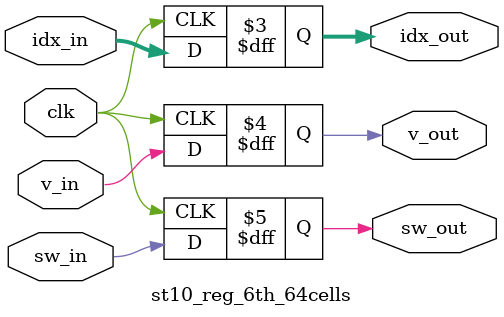
<source format=v>


module sa_acc
(
  input clk,
  input rst,
  input start,
  input [10-1:0] acc_user_done_rd_data,
  input [10-1:0] acc_user_done_wr_data,
  output [10-1:0] acc_user_request_read,
  input [10-1:0] acc_user_read_data_valid,
  input [320-1:0] acc_user_read_data,
  input [10-1:0] acc_user_available_write,
  output [10-1:0] acc_user_request_write,
  output [320-1:0] acc_user_write_data,
  output acc_user_done
);

  reg start_reg;
  wire [10-1:0] sa_aws_done;
  assign acc_user_done = &sa_aws_done;

  always @(posedge clk) begin
    if(rst) begin
      start_reg <= 0;
    end else begin
      start_reg <= start_reg | start;
    end
  end

  (* keep_hierarchy = "yes" *)

  sa_aws
  sa_aws_0
  (
    .clk(clk),
    .rst(rst),
    .start(start_reg),
    .sa_aws_done_rd_data(acc_user_done_rd_data[0]),
    .sa_aws_done_wr_data(acc_user_done_wr_data[0]),
    .sa_aws_request_read(acc_user_request_read[0]),
    .sa_aws_read_data_valid(acc_user_read_data_valid[0]),
    .sa_aws_read_data(acc_user_read_data[31:0]),
    .sa_aws_available_write(acc_user_available_write[0]),
    .sa_aws_request_write(acc_user_request_write[0]),
    .sa_aws_write_data(acc_user_write_data[31:0]),
    .sa_aws_done(sa_aws_done[0])
  );

  (* keep_hierarchy = "yes" *)

  sa_aws
  sa_aws_1
  (
    .clk(clk),
    .rst(rst),
    .start(start_reg),
    .sa_aws_done_rd_data(acc_user_done_rd_data[1]),
    .sa_aws_done_wr_data(acc_user_done_wr_data[1]),
    .sa_aws_request_read(acc_user_request_read[1]),
    .sa_aws_read_data_valid(acc_user_read_data_valid[1]),
    .sa_aws_read_data(acc_user_read_data[63:32]),
    .sa_aws_available_write(acc_user_available_write[1]),
    .sa_aws_request_write(acc_user_request_write[1]),
    .sa_aws_write_data(acc_user_write_data[63:32]),
    .sa_aws_done(sa_aws_done[1])
  );

  (* keep_hierarchy = "yes" *)

  sa_aws
  sa_aws_2
  (
    .clk(clk),
    .rst(rst),
    .start(start_reg),
    .sa_aws_done_rd_data(acc_user_done_rd_data[2]),
    .sa_aws_done_wr_data(acc_user_done_wr_data[2]),
    .sa_aws_request_read(acc_user_request_read[2]),
    .sa_aws_read_data_valid(acc_user_read_data_valid[2]),
    .sa_aws_read_data(acc_user_read_data[95:64]),
    .sa_aws_available_write(acc_user_available_write[2]),
    .sa_aws_request_write(acc_user_request_write[2]),
    .sa_aws_write_data(acc_user_write_data[95:64]),
    .sa_aws_done(sa_aws_done[2])
  );

  (* keep_hierarchy = "yes" *)

  sa_aws
  sa_aws_3
  (
    .clk(clk),
    .rst(rst),
    .start(start_reg),
    .sa_aws_done_rd_data(acc_user_done_rd_data[3]),
    .sa_aws_done_wr_data(acc_user_done_wr_data[3]),
    .sa_aws_request_read(acc_user_request_read[3]),
    .sa_aws_read_data_valid(acc_user_read_data_valid[3]),
    .sa_aws_read_data(acc_user_read_data[127:96]),
    .sa_aws_available_write(acc_user_available_write[3]),
    .sa_aws_request_write(acc_user_request_write[3]),
    .sa_aws_write_data(acc_user_write_data[127:96]),
    .sa_aws_done(sa_aws_done[3])
  );

  (* keep_hierarchy = "yes" *)

  sa_aws
  sa_aws_4
  (
    .clk(clk),
    .rst(rst),
    .start(start_reg),
    .sa_aws_done_rd_data(acc_user_done_rd_data[4]),
    .sa_aws_done_wr_data(acc_user_done_wr_data[4]),
    .sa_aws_request_read(acc_user_request_read[4]),
    .sa_aws_read_data_valid(acc_user_read_data_valid[4]),
    .sa_aws_read_data(acc_user_read_data[159:128]),
    .sa_aws_available_write(acc_user_available_write[4]),
    .sa_aws_request_write(acc_user_request_write[4]),
    .sa_aws_write_data(acc_user_write_data[159:128]),
    .sa_aws_done(sa_aws_done[4])
  );

  (* keep_hierarchy = "yes" *)

  sa_aws
  sa_aws_5
  (
    .clk(clk),
    .rst(rst),
    .start(start_reg),
    .sa_aws_done_rd_data(acc_user_done_rd_data[5]),
    .sa_aws_done_wr_data(acc_user_done_wr_data[5]),
    .sa_aws_request_read(acc_user_request_read[5]),
    .sa_aws_read_data_valid(acc_user_read_data_valid[5]),
    .sa_aws_read_data(acc_user_read_data[191:160]),
    .sa_aws_available_write(acc_user_available_write[5]),
    .sa_aws_request_write(acc_user_request_write[5]),
    .sa_aws_write_data(acc_user_write_data[191:160]),
    .sa_aws_done(sa_aws_done[5])
  );

  (* keep_hierarchy = "yes" *)

  sa_aws
  sa_aws_6
  (
    .clk(clk),
    .rst(rst),
    .start(start_reg),
    .sa_aws_done_rd_data(acc_user_done_rd_data[6]),
    .sa_aws_done_wr_data(acc_user_done_wr_data[6]),
    .sa_aws_request_read(acc_user_request_read[6]),
    .sa_aws_read_data_valid(acc_user_read_data_valid[6]),
    .sa_aws_read_data(acc_user_read_data[223:192]),
    .sa_aws_available_write(acc_user_available_write[6]),
    .sa_aws_request_write(acc_user_request_write[6]),
    .sa_aws_write_data(acc_user_write_data[223:192]),
    .sa_aws_done(sa_aws_done[6])
  );

  (* keep_hierarchy = "yes" *)

  sa_aws
  sa_aws_7
  (
    .clk(clk),
    .rst(rst),
    .start(start_reg),
    .sa_aws_done_rd_data(acc_user_done_rd_data[7]),
    .sa_aws_done_wr_data(acc_user_done_wr_data[7]),
    .sa_aws_request_read(acc_user_request_read[7]),
    .sa_aws_read_data_valid(acc_user_read_data_valid[7]),
    .sa_aws_read_data(acc_user_read_data[255:224]),
    .sa_aws_available_write(acc_user_available_write[7]),
    .sa_aws_request_write(acc_user_request_write[7]),
    .sa_aws_write_data(acc_user_write_data[255:224]),
    .sa_aws_done(sa_aws_done[7])
  );

  (* keep_hierarchy = "yes" *)

  sa_aws
  sa_aws_8
  (
    .clk(clk),
    .rst(rst),
    .start(start_reg),
    .sa_aws_done_rd_data(acc_user_done_rd_data[8]),
    .sa_aws_done_wr_data(acc_user_done_wr_data[8]),
    .sa_aws_request_read(acc_user_request_read[8]),
    .sa_aws_read_data_valid(acc_user_read_data_valid[8]),
    .sa_aws_read_data(acc_user_read_data[287:256]),
    .sa_aws_available_write(acc_user_available_write[8]),
    .sa_aws_request_write(acc_user_request_write[8]),
    .sa_aws_write_data(acc_user_write_data[287:256]),
    .sa_aws_done(sa_aws_done[8])
  );

  (* keep_hierarchy = "yes" *)

  sa_aws
  sa_aws_9
  (
    .clk(clk),
    .rst(rst),
    .start(start_reg),
    .sa_aws_done_rd_data(acc_user_done_rd_data[9]),
    .sa_aws_done_wr_data(acc_user_done_wr_data[9]),
    .sa_aws_request_read(acc_user_request_read[9]),
    .sa_aws_read_data_valid(acc_user_read_data_valid[9]),
    .sa_aws_read_data(acc_user_read_data[319:288]),
    .sa_aws_available_write(acc_user_available_write[9]),
    .sa_aws_request_write(acc_user_request_write[9]),
    .sa_aws_write_data(acc_user_write_data[319:288]),
    .sa_aws_done(sa_aws_done[9])
  );


  initial begin
    start_reg = 0;
  end


endmodule



module sa_aws
(
  input clk,
  input rst,
  input start,
  input sa_aws_done_rd_data,
  input sa_aws_done_wr_data,
  output sa_aws_request_read,
  input sa_aws_read_data_valid,
  input [32-1:0] sa_aws_read_data,
  input sa_aws_available_write,
  output reg sa_aws_request_write,
  output reg [32-1:0] sa_aws_write_data,
  output sa_aws_done
);

  assign sa_aws_done = &{ sa_aws_done_wr_data, sa_aws_done_rd_data };
  reg start_pipe;
  reg pop_data;
  wire available_pop;
  wire [16-1:0] data_out;
  reg [16-1:0] config_data;
  reg [2-1:0] fms_sd;
  localparam [2-1:0] fsm_sd_idle = 0;
  localparam [2-1:0] fsm_sd_send_data = 1;
  localparam [2-1:0] fsm_sd_done = 2;
  reg flag;
  wire sa_done;
  reg sa_rd;
  reg [10-1:0] sa_rd_addr;
  wire sa_out_v;
  wire [7-1:0] sa_out_data;

  always @(posedge clk) begin
    if(rst) begin
      pop_data <= 0;
      fms_sd <= fsm_sd_idle;
      flag <= 0;
    end else begin
      if(start) begin
        start_pipe <= 0;
        pop_data <= 0;
        flag <= 0;
        case(fms_sd)
          fsm_sd_idle: begin
            if(available_pop) begin
              pop_data <= 1;
              flag <= 1;
              fms_sd <= fsm_sd_send_data;
            end 
          end
          fsm_sd_send_data: begin
            config_data <= data_out;
            fms_sd <= fsm_sd_done;
          end
          fsm_sd_done: begin
            start_pipe <= 1;
          end
        endcase
      end 
    end
  end


  //Data Consumer - Begin
  reg [2-1:0] fsm_consume;
  localparam fsm_consume_wait = 0;
  localparam fsm_consume_consume = 1;
  localparam fsm_consume_verify = 2;
  localparam fsm_consume_done = 3;

  always @(posedge clk) begin
    if(rst) begin
      sa_rd <= 0;
      sa_rd_addr <= 0;
      sa_aws_request_write <= 0;
      fsm_consume <= fsm_consume_wait;
    end else begin
      sa_rd <= 0;
      sa_aws_request_write <= 0;
      case(fsm_consume)
        fsm_consume_wait: begin
          if(sa_aws_available_write) begin
            if(sa_done) begin
              sa_rd <= 1;
              fsm_consume <= fsm_consume_consume;
            end 
          end 
        end
        fsm_consume_consume: begin
          if(sa_out_v) begin
            sa_aws_request_write <= 1;
            sa_aws_write_data <= { 25'd0, sa_out_data };
            sa_rd_addr <= sa_rd_addr + 1;
            fsm_consume <= fsm_consume_verify;
          end 
        end
        fsm_consume_verify: begin
          if(sa_rd_addr == 512) begin
            fsm_consume <= fsm_consume_done;
          end else begin
            fsm_consume <= fsm_consume_wait;
          end
        end
        fsm_consume_done: begin
        end
      endcase
    end
  end

  //Data Consumer - Begin
  (* keep_hierarchy = "yes" *)

  fecth_data_32_16
  fecth_data_32_16
  (
    .clk(clk),
    .rst(rst),
    .start(start),
    .request_read(sa_aws_request_read),
    .data_valid(sa_aws_read_data_valid),
    .read_data(sa_aws_read_data),
    .pop_data(pop_data),
    .available_pop(available_pop),
    .data_out(data_out)
  );


  sa_pipeline_6th_64cells
  sa_pipeline_6th_64cells
  (
    .clk(clk),
    .rst(rst),
    .start(start_pipe),
    .n_exec(config_data),
    .done(sa_done),
    .rd(sa_rd),
    .rd_addr(sa_rd_addr[8:0]),
    .out_v(sa_out_v),
    .out_data(sa_out_data)
  );


  initial begin
    sa_aws_request_write = 0;
    sa_aws_write_data = 0;
    start_pipe = 0;
    pop_data = 0;
    config_data = 0;
    fms_sd = 0;
    flag = 0;
    sa_rd = 0;
    sa_rd_addr = 0;
    fsm_consume = 0;
  end


endmodule



module fecth_data_32_16
(
  input clk,
  input start,
  input rst,
  output reg request_read,
  input data_valid,
  input [32-1:0] read_data,
  input pop_data,
  output reg available_pop,
  output [16-1:0] data_out
);

  reg [1-1:0] fsm_read;
  reg [1-1:0] fsm_control;
  reg [32-1:0] data;
  reg [32-1:0] buffer;
  reg [2-1:0] count;
  reg has_buffer;
  reg buffer_read;
  reg en;

  assign data_out = data[15:0];

  always @(posedge clk) begin
    if(rst) begin
      en <= 1'b0;
    end else begin
      en <= (en)? en : start;
    end
  end


  always @(posedge clk) begin
    if(rst) begin
      fsm_read <= 0;
      request_read <= 0;
      has_buffer <= 0;
    end else begin
      request_read <= 0;
      case(fsm_read)
        0: begin
          if(en & data_valid) begin
            buffer <= read_data;
            request_read <= 1;
            has_buffer <= 1;
            fsm_read <= 1;
          end 
        end
        1: begin
          if(buffer_read) begin
            has_buffer <= 0;
            fsm_read <= 0;
          end 
        end
      endcase
    end
  end


  always @(posedge clk) begin
    if(rst) begin
      fsm_control <= 0;
      available_pop <= 0;
      count <= 0;
      buffer_read <= 0;
    end else begin
      buffer_read <= 0;
      case(fsm_control)
        0: begin
          if(has_buffer) begin
            data <= buffer;
            count <= 1;
            buffer_read <= 1;
            available_pop <= 1;
            fsm_control <= 1;
          end 
        end
        1: begin
          if(pop_data & ~count[1]) begin
            count <= count << 1;
            data <= data[31:16];
          end 
          if(pop_data & count[1] & has_buffer) begin
            count <= 1;
            data <= buffer;
            buffer_read <= 1;
          end 
          if(count[1] & pop_data & ~has_buffer) begin
            count <= count << 1;
            data <= data[31:16];
            available_pop <= 0;
            fsm_control <= 0;
          end 
        end
      endcase
    end
  end


  initial begin
    request_read = 0;
    available_pop = 0;
    fsm_read = 0;
    fsm_control = 0;
    data = 0;
    buffer = 0;
    count = 0;
    has_buffer = 0;
    buffer_read = 0;
    en = 0;
  end


endmodule



module sa_pipeline_6th_64cells
(
  input clk,
  input rst,
  input start,
  input [16-1:0] n_exec,
  output reg done,
  input rd,
  input [9-1:0] rd_addr,
  output out_v,
  output [7-1:0] out_data
);

  // basic control inputs
  // -----
  wire pipe_start;
  reg [17-1:0] counter_total;
  // Threads controller output wires
  wire [3-1:0] th_idx;
  wire th_v;
  wire [6-1:0] th_ca;
  wire [6-1:0] th_cb;
  // -----

  always @(posedge clk) begin
    if(rst) begin
      counter_total <= 0;
      done <= 0;
    end else begin
      if(pipe_start) begin
        if((th_idx == 5) && ~th_v && &{ th_ca, th_cb }) begin
          counter_total <= counter_total + 1;
        end 
        if(counter_total == n_exec) begin
          done <= 1;
        end 
      end 
    end
  end

  // st1 output wires
  wire st1_rdy;
  wire [3-1:0] st1_idx;
  wire st1_v;
  wire [6-1:0] st1_ca;
  wire [6-1:0] st1_cb;
  wire [6-1:0] st1_na;
  wire st1_na_v;
  wire [6-1:0] st1_nb;
  wire st1_nb_v;
  wire st1_sw;
  wire [16-1:0] st1_wa;
  wire [16-1:0] st1_wb;
  // -----
  // st2 output wires
  wire [3-1:0] st2_idx;
  wire st2_v;
  wire [6-1:0] st2_ca;
  wire [6-1:0] st2_cb;
  wire [6-1:0] st2_na;
  wire st2_na_v;
  wire [6-1:0] st2_nb;
  wire st2_nb_v;
  wire [24-1:0] st2_va;
  wire [4-1:0] st2_va_v;
  wire [24-1:0] st2_vb;
  wire [4-1:0] st2_vb_v;
  wire st2_sw;
  wire [16-1:0] st2_wa;
  wire [16-1:0] st2_wb;
  // -----
  // st3 output wires
  wire [3-1:0] st3_idx;
  wire st3_v;
  wire [6-1:0] st3_ca;
  wire [6-1:0] st3_cb;
  wire [24-1:0] st3_cva;
  wire [4-1:0] st3_cva_v;
  wire [24-1:0] st3_cvb;
  wire [4-1:0] st3_cvb_v;
  wire [16-1:0] st3_wb;
  // -----
  // st4 output wires
  wire [3-1:0] st4_idx;
  wire st4_v;
  wire [6-1:0] st4_ca;
  wire [6-1:0] st4_cb;
  wire [24-1:0] st4_cva;
  wire [4-1:0] st4_cva_v;
  wire [24-1:0] st4_cvb;
  wire [4-1:0] st4_cvb_v;
  wire [36-1:0] st4_dvac;
  wire [36-1:0] st4_dvbc;
  // -----
  // st5 output wires
  wire [3-1:0] st5_idx;
  wire st5_v;
  wire [18-1:0] st5_dvac;
  wire [18-1:0] st5_dvbc;
  wire [36-1:0] st5_dvas;
  wire [36-1:0] st5_dvbs;
  // -----
  // st6 output wires
  wire [3-1:0] st6_idx;
  wire st6_v;
  wire [9-1:0] st6_dvac;
  wire [9-1:0] st6_dvbc;
  wire [18-1:0] st6_dvas;
  wire [18-1:0] st6_dvbs;
  // -----
  // st7 output wires
  wire [3-1:0] st7_idx;
  wire st7_v;
  wire [9-1:0] st7_dc;
  wire [9-1:0] st7_dvas;
  wire [9-1:0] st7_dvbs;
  // st8 output wires
  wire [3-1:0] st8_idx;
  wire st8_v;
  wire [9-1:0] st8_dc;
  wire [9-1:0] st8_ds;
  // -----
  // st9 output wires
  wire [3-1:0] st9_idx;
  wire st9_v;
  wire st9_sw;
  // -----
  // st10 output wires
  wire [3-1:0] st10_idx;
  wire st10_v;
  wire st10_sw;
  // -----
  assign pipe_start = &{ start, st1_rdy };

  th_controller_6th_64cells
  th_controller_6th_64cells
  (
    .clk(clk),
    .rst(rst),
    .start(pipe_start),
    .done(done),
    .idx_out(th_idx),
    .v_out(th_v),
    .ca_out(th_ca),
    .cb_out(th_cb)
  );


  st1_c2n_6th_64cells
  st1_c2n_6th_64cells
  (
    .rd(rd),
    .rd_addr(rd_addr),
    .out_v(out_v),
    .out_data(out_data),
    .clk(clk),
    .rst(rst),
    .rdy(st1_rdy),
    .idx_in(th_idx),
    .v_in(th_v),
    .ca_in(th_ca),
    .cb_in(th_cb),
    .sw_in(st10_sw),
    .st1_wb_in(st1_wb),
    .idx_out(st1_idx),
    .v_out(st1_v),
    .ca_out(st1_ca),
    .cb_out(st1_cb),
    .na_out(st1_na),
    .na_v_out(st1_na_v),
    .nb_out(st1_nb),
    .nb_v_out(st1_nb_v),
    .sw_out(st1_sw),
    .wa_out(st1_wa),
    .wb_out(st1_wb)
  );


  st2_n_6th_64cells
  st2_n_6th_64cells
  (
    .clk(clk),
    .idx_in(st1_idx),
    .v_in(st1_v),
    .ca_in(st1_ca),
    .cb_in(st1_cb),
    .na_in(st1_na),
    .na_v_in(st1_na_v),
    .nb_in(st1_nb),
    .nb_v_in(st1_nb_v),
    .sw_in(st1_sw),
    .wa_in(st1_wa),
    .wb_in(st1_wb),
    .idx_out(st2_idx),
    .v_out(st2_v),
    .ca_out(st2_ca),
    .cb_out(st2_cb),
    .na_out(st2_na),
    .na_v_out(st2_na_v),
    .nb_out(st2_nb),
    .nb_v_out(st2_nb_v),
    .va_out(st2_va),
    .va_v_out(st2_va_v),
    .vb_out(st2_vb),
    .vb_v_out(st2_vb_v),
    .sw_out(st2_sw),
    .wa_out(st2_wa),
    .wb_out(st2_wb)
  );


  st3_n2c_6th_64cells
  st3_n2c_6th_64cells
  (
    .clk(clk),
    .rst(rst),
    .idx_in(st2_idx),
    .v_in(st2_v),
    .ca_in(st2_ca),
    .cb_in(st2_cb),
    .na_in(st2_na),
    .na_v_in(st2_na_v),
    .nb_in(st2_nb),
    .nb_v_in(st2_nb_v),
    .va_in(st2_va),
    .va_v_in(st2_va_v),
    .vb_in(st2_vb),
    .vb_v_in(st2_vb_v),
    .st3_wb_in(st3_wb),
    .sw_in(st2_sw),
    .wa_in(st2_wa),
    .wb_in(st2_wb),
    .idx_out(st3_idx),
    .v_out(st3_v),
    .ca_out(st3_ca),
    .cb_out(st3_cb),
    .cva_out(st3_cva),
    .cva_v_out(st3_cva_v),
    .cvb_out(st3_cvb),
    .cvb_v_out(st3_cvb_v),
    .wb_out(st3_wb)
  );


  st4_d1_6th_64cells
  st4_d1_6th_64cells
  (
    .clk(clk),
    .idx_in(st3_idx),
    .v_in(st3_v),
    .ca_in(st3_ca),
    .cb_in(st3_cb),
    .cva_in(st3_cva),
    .cva_v_in(st3_cva_v),
    .cvb_in(st3_cvb),
    .cvb_v_in(st3_cvb_v),
    .idx_out(st4_idx),
    .v_out(st4_v),
    .ca_out(st4_ca),
    .cb_out(st4_cb),
    .cva_out(st4_cva),
    .cva_v_out(st4_cva_v),
    .cvb_out(st4_cvb),
    .cvb_v_out(st4_cvb_v),
    .dvac_out(st4_dvac),
    .dvbc_out(st4_dvbc)
  );


  st5_d2_s1_6th_64cells
  st5_d2_s1_6th_64cells
  (
    .clk(clk),
    .idx_in(st4_idx),
    .v_in(st4_v),
    .ca_in(st4_ca),
    .cb_in(st4_cb),
    .cva_in(st4_cva),
    .cva_v_in(st4_cva_v),
    .cvb_in(st4_cvb),
    .cvb_v_in(st4_cvb_v),
    .dvac_in(st4_dvac),
    .dvbc_in(st4_dvbc),
    .idx_out(st5_idx),
    .v_out(st5_v),
    .dvac_out(st5_dvac),
    .dvbc_out(st5_dvbc),
    .dvas_out(st5_dvas),
    .dvbs_out(st5_dvbs)
  );


  st6_s2_6th_64cells
  st6_s2_6th_64cells
  (
    .clk(clk),
    .idx_in(st5_idx),
    .v_in(st5_v),
    .dvac_in(st5_dvac),
    .dvbc_in(st5_dvbc),
    .dvas_in(st5_dvas),
    .dvbs_in(st5_dvbs),
    .idx_out(st6_idx),
    .v_out(st6_v),
    .dvac_out(st6_dvac),
    .dvbc_out(st6_dvbc),
    .dvas_out(st6_dvas),
    .dvbs_out(st6_dvbs)
  );


  st7_s3_6th_64cells
  st7_s3_6th_64cells
  (
    .clk(clk),
    .idx_in(st6_idx),
    .v_in(st6_v),
    .dvac_in(st6_dvac),
    .dvbc_in(st6_dvbc),
    .dvas_in(st6_dvas),
    .dvbs_in(st6_dvbs),
    .idx_out(st7_idx),
    .v_out(st7_v),
    .dc_out(st7_dc),
    .dvas_out(st7_dvas),
    .dvbs_out(st7_dvbs)
  );


  st8_s4_6th_64cells
  st8_s4_6th_64cells
  (
    .clk(clk),
    .idx_in(st7_idx),
    .v_in(st7_v),
    .dc_in(st7_dc),
    .dvas_in(st7_dvas),
    .dvbs_in(st7_dvbs),
    .idx_out(st8_idx),
    .v_out(st8_v),
    .dc_out(st8_dc),
    .ds_out(st8_ds)
  );


  st9_cmp_6th_64cells
  st9_cmp_6th_64cells
  (
    .clk(clk),
    .idx_in(st8_idx),
    .v_in(st8_v),
    .dc_in(st8_dc),
    .ds_in(st8_ds),
    .idx_out(st9_idx),
    .v_out(st9_v),
    .sw_out(st9_sw)
  );


  st10_reg_6th_64cells
  st10_reg_6th_64cells
  (
    .clk(clk),
    .idx_in(st9_idx),
    .v_in(st9_v),
    .sw_in(st9_sw),
    .idx_out(st10_idx),
    .v_out(st10_v),
    .sw_out(st10_sw)
  );


  initial begin
    done = 0;
    counter_total = 0;
  end


endmodule



module th_controller_6th_64cells
(
  input clk,
  input rst,
  input start,
  input done,
  output reg [3-1:0] idx_out,
  output reg v_out,
  output reg [6-1:0] ca_out,
  output reg [6-1:0] cb_out
);

  reg [6-1:0] flag_f_exec;
  reg [6-1:0] v_r;
  reg [3-1:0] idx_r;
  wire [12-1:0] counter;
  wire [12-1:0] counter_t;
  wire [12-1:0] counter_wr;
  wire [6-1:0] ca_out_t;
  wire [6-1:0] cb_out_t;
  assign counter_t = (flag_f_exec[idx_r])? 0 : counter;
  assign counter_wr = (&counter_t)? 0 : counter_t + 1;
  assign ca_out_t = counter_t[5:0];
  assign cb_out_t = counter_t[11:6];

  always @(posedge clk) begin
    if(rst) begin
      idx_out <= 0;
      v_out <= 0;
      ca_out <= 0;
      cb_out <= 0;
      idx_r <= 0;
      flag_f_exec <= 6'b111111;
      v_r <= 6'b111111;
    end else begin
      if(start) begin
        idx_out <= idx_r;
        v_out <= (done)? 1'b0 : v_r[idx_r];
        ca_out <= ca_out_t;
        cb_out <= cb_out_t;
        v_r[idx_r] <= ~v_r[idx_r];
        if(!v_r[idx_r]) begin
          flag_f_exec[idx_r] <= 0;
          if(idx_r == 5) begin
            idx_r <= 0;
          end else begin
            idx_r <= idx_r + 1;
          end
        end 
      end 
    end
  end


  mem_2r_1w_width12_depth3
  #(
    .init_file("./th.rom"),
    .read_f(1),
    .write_f(0)
  )
  mem_2r_1w_width12_depth3
  (
    .clk(clk),
    .rd_addr0(idx_r),
    .out0(counter),
    .wr(~v_r[idx_r]),
    .wr_addr(idx_r),
    .wr_data(counter_wr)
  );


  initial begin
    idx_out = 0;
    v_out = 0;
    ca_out = 0;
    cb_out = 0;
    flag_f_exec = 0;
    v_r = 0;
    idx_r = 0;
  end


endmodule



module mem_2r_1w_width12_depth3 #
(
  parameter read_f = 0,
  parameter init_file = "mem_file.txt",
  parameter write_f = 0,
  parameter output_file = "mem_out_file.txt"
)
(
  input clk,
  input [3-1:0] rd_addr0,
  input [3-1:0] rd_addr1,
  output [12-1:0] out0,
  output [12-1:0] out1,
  input wr,
  input [3-1:0] wr_addr,
  input [12-1:0] wr_data
);

  (*rom_style = "block" *) reg [12-1:0] mem[0:2**3-1];
  /*
  reg [12-1:0] mem [0:2**3-1];
  */
  assign out0 = mem[rd_addr0];
  assign out1 = mem[rd_addr1];

  always @(posedge clk) begin
    if(wr) begin
      mem[wr_addr] <= wr_data;
    end 
  end

  //synthesis translate_off

  always @(posedge clk) begin
    if(wr && write_f) begin
      $writememh(output_file, mem);
    end 
  end

  //synthesis translate_on

  initial begin
    if(read_f) begin
      $readmemh(init_file, mem);
    end 
  end


endmodule



module st1_c2n_6th_64cells
(
  input clk,
  input rst,
  input rd,
  input [9-1:0] rd_addr,
  output reg out_v,
  output reg [7-1:0] out_data,
  input [3-1:0] idx_in,
  input v_in,
  input [6-1:0] ca_in,
  input [6-1:0] cb_in,
  input sw_in,
  input [16-1:0] st1_wb_in,
  output reg rdy,
  output reg [3-1:0] idx_out,
  output reg v_out,
  output reg [6-1:0] ca_out,
  output reg [6-1:0] cb_out,
  output reg [6-1:0] na_out,
  output reg na_v_out,
  output reg [6-1:0] nb_out,
  output reg nb_v_out,
  output reg sw_out,
  output reg [16-1:0] wa_out,
  output reg [16-1:0] wb_out
);

  reg flag;
  reg [4-1:0] counter;
  reg fifo_init;
  wire [6-1:0] na_t;
  wire na_v_t;
  wire [6-1:0] nb_t;
  wire nb_v_t;
  wire [16-1:0] wa_t;
  wire [16-1:0] wb_t;
  wire fifoa_wr_en;
  wire fifoa_rd_en;
  wire [16-1:0] fifoa_data;
  wire fifob_wr_en;
  wire fifob_rd_en;
  wire [16-1:0] fifob_data;
  wire [3-1:0] wa_idx;
  wire [6-1:0] wa_c;
  wire [6-1:0] wa_n;
  wire wa_n_v;
  wire [3-1:0] wb_idx;
  wire [6-1:0] wb_c;
  wire [6-1:0] wb_n;
  wire wb_n_v;
  wire m_wr;
  wire [9-1:0] m_wr_addr;
  wire [7-1:0] m_wr_data;
  assign fifoa_data = { idx_in, ca_in, nb_v_t, nb_t };
  assign fifob_data = { idx_in, cb_in, na_v_t, na_t };
  assign fifoa_rd_en = &{ rdy, v_in };
  assign fifob_rd_en = &{ rdy, v_in };
  assign fifoa_wr_en = |{ &{ rdy, v_in }, fifo_init };
  assign fifob_wr_en = |{ &{ rdy, v_in }, fifo_init };
  assign wa_n = wa_t[5:0];
  assign wa_n_v = wa_t[6];
  assign wa_c = wa_t[12:7];
  assign wa_idx = wa_t[15:13];
  assign wb_n = st1_wb_in[5:0];
  assign wb_n_v = st1_wb_in[6];
  assign wb_c = st1_wb_in[12:7];
  assign wb_idx = st1_wb_in[15:13];
  assign m_wr = sw_in;
  assign m_wr_addr = (flag)? { wa_idx, wa_c } : { wb_idx, wb_c };
  assign m_wr_data = (flag)? { wa_n_v, wa_n } : { wb_n_v, wb_n };

  always @(posedge clk) begin
    idx_out <= idx_in;
    v_out <= v_in;
    ca_out <= ca_in;
    cb_out <= cb_in;
    na_out <= na_t;
    na_v_out <= na_v_t;
    nb_out <= nb_t;
    nb_v_out <= nb_v_t;
    sw_out <= sw_in;
    wa_out <= wa_t;
    wb_out <= wb_t;
    out_v <= rd;
    out_data <= { na_v_t, na_t };
  end


  always @(posedge clk) begin
    if(rst) begin
      flag <= 1;
    end else begin
      if(sw_in) begin
        flag <= ~flag;
      end 
    end
  end


  always @(posedge clk) begin
    if(rst) begin
      rdy <= 0;
      fifo_init <= 0;
      counter <= 0;
    end else begin
      if(counter == 4) begin
        rdy <= 1;
        fifo_init <= 0;
      end else begin
        counter <= counter + 1;
        fifo_init <= 1;
      end
    end
  end


  mem_2r_1w_width7_depth9
  #(
    .init_file("./c_n.rom"),
    .read_f(1),
    .write_f(1),
    .output_file("./c_n_out.rom")
  )
  mem_2r_1w_width7_depth9
  (
    .clk(clk),
    .rd_addr0((rd)? rd_addr : { idx_in, ca_in }),
    .rd_addr1({ idx_in, cb_in }),
    .out0({ na_v_t, na_t }),
    .out1({ nb_v_t, nb_t }),
    .wr(m_wr),
    .wr_addr(m_wr_addr),
    .wr_data(m_wr_data)
  );


  fifo
  #(
    .FIFO_WIDTH(16),
    .FIFO_DEPTH_BITS(3)
  )
  fifo_a
  (
    .clk(clk),
    .rst(rst),
    .write_enable(fifoa_wr_en),
    .input_data(fifoa_data),
    .output_read_enable(fifoa_rd_en),
    .output_data(wa_t)
  );


  fifo
  #(
    .FIFO_WIDTH(16),
    .FIFO_DEPTH_BITS(3)
  )
  fifo_b
  (
    .clk(clk),
    .rst(rst),
    .write_enable(fifob_wr_en),
    .input_data(fifob_data),
    .output_read_enable(fifob_rd_en),
    .output_data(wb_t)
  );


  initial begin
    out_v = 0;
    out_data = 0;
    rdy = 0;
    idx_out = 0;
    v_out = 0;
    ca_out = 0;
    cb_out = 0;
    na_out = 0;
    na_v_out = 0;
    nb_out = 0;
    nb_v_out = 0;
    sw_out = 0;
    wa_out = 0;
    wb_out = 0;
    flag = 0;
    counter = 0;
    fifo_init = 0;
  end


endmodule



module mem_2r_1w_width7_depth9 #
(
  parameter read_f = 0,
  parameter init_file = "mem_file.txt",
  parameter write_f = 0,
  parameter output_file = "mem_out_file.txt"
)
(
  input clk,
  input [9-1:0] rd_addr0,
  input [9-1:0] rd_addr1,
  output [7-1:0] out0,
  output [7-1:0] out1,
  input wr,
  input [9-1:0] wr_addr,
  input [7-1:0] wr_data
);

  (*rom_style = "block" *) reg [7-1:0] mem[0:2**9-1];
  /*
  reg [7-1:0] mem [0:2**9-1];
  */
  assign out0 = mem[rd_addr0];
  assign out1 = mem[rd_addr1];

  always @(posedge clk) begin
    if(wr) begin
      mem[wr_addr] <= wr_data;
    end 
  end

  //synthesis translate_off

  always @(posedge clk) begin
    if(wr && write_f) begin
      $writememh(output_file, mem);
    end 
  end

  //synthesis translate_on

  initial begin
    if(read_f) begin
      $readmemh(init_file, mem);
    end 
  end


endmodule



module fifo #
(
  parameter FIFO_WIDTH = 32,
  parameter FIFO_DEPTH_BITS = 8,
  parameter FIFO_ALMOSTFULL_THRESHOLD = 2 ** FIFO_DEPTH_BITS - 4,
  parameter FIFO_ALMOSTEMPTY_THRESHOLD = 4
)
(
  input clk,
  input rst,
  input write_enable,
  input [FIFO_WIDTH-1:0] input_data,
  input output_read_enable,
  output reg output_valid,
  output reg [FIFO_WIDTH-1:0] output_data,
  output reg empty,
  output reg almostempty,
  output reg full,
  output reg almostfull,
  output reg [FIFO_DEPTH_BITS+1-1:0] data_count
);

  reg [FIFO_DEPTH_BITS-1:0] read_pointer;
  reg [FIFO_DEPTH_BITS-1:0] write_pointer;
  (*rom_style = "block" *) reg [FIFO_WIDTH-1:0] mem[0:2**FIFO_DEPTH_BITS-1];
  /*
  reg [FIFO_WIDTH-1:0] mem [0:2**FIFO_DEPTH_BITS-1];
  */

  always @(posedge clk) begin
    if(rst) begin
      empty <= 1;
      almostempty <= 1;
      full <= 0;
      almostfull <= 0;
      read_pointer <= 0;
      write_pointer <= 0;
      data_count <= 0;
    end else begin
      case({ write_enable, output_read_enable })
        3: begin
          read_pointer <= read_pointer + 1;
          write_pointer <= write_pointer + 1;
        end
        2: begin
          if(~full) begin
            write_pointer <= write_pointer + 1;
            data_count <= data_count + 1;
            empty <= 0;
            if(data_count == FIFO_ALMOSTEMPTY_THRESHOLD - 1) begin
              almostempty <= 0;
            end 
            if(data_count == 2 ** FIFO_DEPTH_BITS - 1) begin
              full <= 1;
            end 
            if(data_count == FIFO_ALMOSTFULL_THRESHOLD - 1) begin
              almostfull <= 1;
            end 
          end 
        end
        1: begin
          if(~empty) begin
            read_pointer <= read_pointer + 1;
            data_count <= data_count - 1;
            full <= 0;
            if(data_count == FIFO_ALMOSTFULL_THRESHOLD) begin
              almostfull <= 0;
            end 
            if(data_count == 1) begin
              empty <= 1;
            end 
            if(data_count == FIFO_ALMOSTEMPTY_THRESHOLD) begin
              almostempty <= 1;
            end 
          end 
        end
      endcase
    end
  end


  always @(posedge clk) begin
    if(rst) begin
      output_valid <= 0;
    end else begin
      output_valid <= 0;
      if(write_enable == 1) begin
        mem[write_pointer] <= input_data;
      end 
      if(output_read_enable == 1) begin
        output_data <= mem[read_pointer];
        output_valid <= 1;
      end 
    end
  end


endmodule



module st2_n_6th_64cells
(
  input clk,
  input [3-1:0] idx_in,
  input v_in,
  input [6-1:0] ca_in,
  input [6-1:0] cb_in,
  input [6-1:0] na_in,
  input na_v_in,
  input [6-1:0] nb_in,
  input nb_v_in,
  input sw_in,
  input [16-1:0] wa_in,
  input [16-1:0] wb_in,
  output reg [3-1:0] idx_out,
  output reg v_out,
  output reg [6-1:0] ca_out,
  output reg [6-1:0] cb_out,
  output reg [6-1:0] na_out,
  output reg na_v_out,
  output reg [6-1:0] nb_out,
  output reg nb_v_out,
  output reg [24-1:0] va_out,
  output reg [4-1:0] va_v_out,
  output reg [24-1:0] vb_out,
  output reg [4-1:0] vb_v_out,
  output reg sw_out,
  output reg [16-1:0] wa_out,
  output reg [16-1:0] wb_out
);

  wire [24-1:0] va_t;
  wire [4-1:0] va_v_t;
  wire [4-1:0] va_v_m;
  wire [24-1:0] vb_t;
  wire [4-1:0] vb_v_t;
  wire [4-1:0] vb_v_m;
  assign va_v_t = (na_v_in)? va_v_m : 4'b0;
  assign vb_v_t = (nb_v_in)? vb_v_m : 4'b0;

  always @(posedge clk) begin
    idx_out <= idx_in;
    v_out <= v_in;
    ca_out <= ca_in;
    cb_out <= cb_in;
    na_out <= na_in;
    na_v_out <= na_v_in;
    nb_out <= nb_in;
    nb_v_out <= nb_v_in;
    sw_out <= sw_in;
    wa_out <= wa_in;
    wb_out <= wb_in;
    va_out <= va_t;
    va_v_out <= va_v_t;
    vb_out <= vb_t;
    vb_v_out <= vb_v_t;
  end


  mem_2r_1w_width7_depth6
  #(
    .init_file("./n0.rom"),
    .read_f(1),
    .write_f(0)
  )
  mem_2r_1w_width7_depth6_0
  (
    .clk(clk),
    .rd_addr0(na_in),
    .rd_addr1(nb_in),
    .out0({ va_v_m[0], va_t[5:0] }),
    .out1({ vb_v_m[0], vb_t[5:0] }),
    .wr(1'b0),
    .wr_addr(6'b0),
    .wr_data(7'b0)
  );


  mem_2r_1w_width7_depth6
  #(
    .init_file("./n1.rom"),
    .read_f(1),
    .write_f(0)
  )
  mem_2r_1w_width7_depth6_1
  (
    .clk(clk),
    .rd_addr0(na_in),
    .rd_addr1(nb_in),
    .out0({ va_v_m[1], va_t[11:6] }),
    .out1({ vb_v_m[1], vb_t[11:6] }),
    .wr(1'b0),
    .wr_addr(6'b0),
    .wr_data(7'b0)
  );


  mem_2r_1w_width7_depth6
  #(
    .init_file("./n2.rom"),
    .read_f(1),
    .write_f(0)
  )
  mem_2r_1w_width7_depth6_2
  (
    .clk(clk),
    .rd_addr0(na_in),
    .rd_addr1(nb_in),
    .out0({ va_v_m[2], va_t[17:12] }),
    .out1({ vb_v_m[2], vb_t[17:12] }),
    .wr(1'b0),
    .wr_addr(6'b0),
    .wr_data(7'b0)
  );


  mem_2r_1w_width7_depth6
  #(
    .init_file("./n3.rom"),
    .read_f(1),
    .write_f(0)
  )
  mem_2r_1w_width7_depth6_3
  (
    .clk(clk),
    .rd_addr0(na_in),
    .rd_addr1(nb_in),
    .out0({ va_v_m[3], va_t[23:18] }),
    .out1({ vb_v_m[3], vb_t[23:18] }),
    .wr(1'b0),
    .wr_addr(6'b0),
    .wr_data(7'b0)
  );


  initial begin
    idx_out = 0;
    v_out = 0;
    ca_out = 0;
    cb_out = 0;
    na_out = 0;
    na_v_out = 0;
    nb_out = 0;
    nb_v_out = 0;
    va_out = 0;
    va_v_out = 0;
    vb_out = 0;
    vb_v_out = 0;
    sw_out = 0;
    wa_out = 0;
    wb_out = 0;
  end


endmodule



module mem_2r_1w_width7_depth6 #
(
  parameter read_f = 0,
  parameter init_file = "mem_file.txt",
  parameter write_f = 0,
  parameter output_file = "mem_out_file.txt"
)
(
  input clk,
  input [6-1:0] rd_addr0,
  input [6-1:0] rd_addr1,
  output [7-1:0] out0,
  output [7-1:0] out1,
  input wr,
  input [6-1:0] wr_addr,
  input [7-1:0] wr_data
);

  (*rom_style = "block" *) reg [7-1:0] mem[0:2**6-1];
  /*
  reg [7-1:0] mem [0:2**6-1];
  */
  assign out0 = mem[rd_addr0];
  assign out1 = mem[rd_addr1];

  always @(posedge clk) begin
    if(wr) begin
      mem[wr_addr] <= wr_data;
    end 
  end

  //synthesis translate_off

  always @(posedge clk) begin
    if(wr && write_f) begin
      $writememh(output_file, mem);
    end 
  end

  //synthesis translate_on

  initial begin
    if(read_f) begin
      $readmemh(init_file, mem);
    end 
  end


endmodule



module st3_n2c_6th_64cells
(
  input clk,
  input rst,
  input [3-1:0] idx_in,
  input v_in,
  input [6-1:0] ca_in,
  input [6-1:0] cb_in,
  input [6-1:0] na_in,
  input na_v_in,
  input [6-1:0] nb_in,
  input nb_v_in,
  input [24-1:0] va_in,
  input [4-1:0] va_v_in,
  input [24-1:0] vb_in,
  input [4-1:0] vb_v_in,
  input [16-1:0] st3_wb_in,
  input sw_in,
  input [16-1:0] wa_in,
  input [16-1:0] wb_in,
  output reg [3-1:0] idx_out,
  output reg v_out,
  output reg [6-1:0] ca_out,
  output reg [6-1:0] cb_out,
  output reg [24-1:0] cva_out,
  output reg [4-1:0] cva_v_out,
  output reg [24-1:0] cvb_out,
  output reg [4-1:0] cvb_v_out,
  output reg [16-1:0] wb_out
);

  reg flag;
  wire [24-1:0] cva_t;
  wire [24-1:0] cvb_t;
  wire [3-1:0] wa_idx;
  wire [6-1:0] wa_c;
  wire [6-1:0] wa_n;
  wire wa_n_v;
  wire [3-1:0] wb_idx;
  wire [6-1:0] wb_c;
  wire [6-1:0] wb_n;
  wire wb_n_v;
  wire m_wr;
  wire [9-1:0] m_wr_addr;
  wire [6-1:0] m_wr_data;
  assign wa_n = wa_in[5:0];
  assign wa_n_v = wa_in[6];
  assign wa_c = wa_in[12:7];
  assign wa_idx = wa_in[15:13];
  assign wb_n = st3_wb_in[5:0];
  assign wb_n_v = st3_wb_in[6];
  assign wb_c = st3_wb_in[12:7];
  assign wb_idx = st3_wb_in[15:13];
  assign m_wr = (flag)? &{ sw_in, wa_n_v } : &{ sw_in, wb_n_v };
  assign m_wr_addr = (flag)? { wa_idx, wa_n } : { wb_idx, wb_n };
  assign m_wr_data = (flag)? wa_c : wb_c;

  always @(posedge clk) begin
    idx_out <= idx_in;
    v_out <= v_in;
    ca_out <= ca_in;
    cb_out <= cb_in;
    cva_out <= cva_t;
    cva_v_out <= va_v_in;
    cvb_out <= cvb_t;
    cvb_v_out <= vb_v_in;
    wb_out <= wb_in;
  end


  always @(posedge clk) begin
    if(rst) begin
      flag <= 1;
    end else begin
      if(sw_in) begin
        flag <= ~flag;
      end 
    end
  end


  mem_2r_1w_width6_depth9
  #(
    .init_file("./n_c.rom"),
    .read_f(1),
    .write_f(1),
    .output_file("./n_c_out.rom")
  )
  mem_2r_1w_width6_depth9_0
  (
    .clk(clk),
    .rd_addr0({ idx_in, va_in[5:0] }),
    .rd_addr1({ idx_in, vb_in[5:0] }),
    .out0(cva_t[5:0]),
    .out1(cvb_t[5:0]),
    .wr(m_wr),
    .wr_addr(m_wr_addr),
    .wr_data(m_wr_data)
  );


  mem_2r_1w_width6_depth9
  #(
    .init_file("./n_c.rom"),
    .read_f(1),
    .write_f(0),
    .output_file("./n_c_out.rom")
  )
  mem_2r_1w_width6_depth9_1
  (
    .clk(clk),
    .rd_addr0({ idx_in, va_in[11:6] }),
    .rd_addr1({ idx_in, vb_in[11:6] }),
    .out0(cva_t[11:6]),
    .out1(cvb_t[11:6]),
    .wr(m_wr),
    .wr_addr(m_wr_addr),
    .wr_data(m_wr_data)
  );


  mem_2r_1w_width6_depth9
  #(
    .init_file("./n_c.rom"),
    .read_f(1),
    .write_f(0),
    .output_file("./n_c_out.rom")
  )
  mem_2r_1w_width6_depth9_2
  (
    .clk(clk),
    .rd_addr0({ idx_in, va_in[17:12] }),
    .rd_addr1({ idx_in, vb_in[17:12] }),
    .out0(cva_t[17:12]),
    .out1(cvb_t[17:12]),
    .wr(m_wr),
    .wr_addr(m_wr_addr),
    .wr_data(m_wr_data)
  );


  mem_2r_1w_width6_depth9
  #(
    .init_file("./n_c.rom"),
    .read_f(1),
    .write_f(0),
    .output_file("./n_c_out.rom")
  )
  mem_2r_1w_width6_depth9_3
  (
    .clk(clk),
    .rd_addr0({ idx_in, va_in[23:18] }),
    .rd_addr1({ idx_in, vb_in[23:18] }),
    .out0(cva_t[23:18]),
    .out1(cvb_t[23:18]),
    .wr(m_wr),
    .wr_addr(m_wr_addr),
    .wr_data(m_wr_data)
  );


  initial begin
    idx_out = 0;
    v_out = 0;
    ca_out = 0;
    cb_out = 0;
    cva_out = 0;
    cva_v_out = 0;
    cvb_out = 0;
    cvb_v_out = 0;
    wb_out = 0;
    flag = 0;
  end


endmodule



module mem_2r_1w_width6_depth9 #
(
  parameter read_f = 0,
  parameter init_file = "mem_file.txt",
  parameter write_f = 0,
  parameter output_file = "mem_out_file.txt"
)
(
  input clk,
  input [9-1:0] rd_addr0,
  input [9-1:0] rd_addr1,
  output [6-1:0] out0,
  output [6-1:0] out1,
  input wr,
  input [9-1:0] wr_addr,
  input [6-1:0] wr_data
);

  (*rom_style = "block" *) reg [6-1:0] mem[0:2**9-1];
  /*
  reg [6-1:0] mem [0:2**9-1];
  */
  assign out0 = mem[rd_addr0];
  assign out1 = mem[rd_addr1];

  always @(posedge clk) begin
    if(wr) begin
      mem[wr_addr] <= wr_data;
    end 
  end

  //synthesis translate_off

  always @(posedge clk) begin
    if(wr && write_f) begin
      $writememh(output_file, mem);
    end 
  end

  //synthesis translate_on

  initial begin
    if(read_f) begin
      $readmemh(init_file, mem);
    end 
  end


endmodule



module st4_d1_6th_64cells
(
  input clk,
  input [3-1:0] idx_in,
  input v_in,
  input [6-1:0] ca_in,
  input [6-1:0] cb_in,
  input [24-1:0] cva_in,
  input [4-1:0] cva_v_in,
  input [24-1:0] cvb_in,
  input [4-1:0] cvb_v_in,
  output reg [3-1:0] idx_out,
  output reg v_out,
  output reg [6-1:0] ca_out,
  output reg [6-1:0] cb_out,
  output reg [24-1:0] cva_out,
  output reg [4-1:0] cva_v_out,
  output reg [24-1:0] cvb_out,
  output reg [4-1:0] cvb_v_out,
  output reg [36-1:0] dvac_out,
  output reg [36-1:0] dvbc_out
);

  wire [6-1:0] cac;
  wire [6-1:0] cbc;
  wire [36-1:0] dvac_t;
  wire [36-1:0] dvbc_t;
  assign cac = ca_in;
  assign cbc = cb_in;

  always @(posedge clk) begin
    idx_out <= idx_in;
    v_out <= v_in;
    ca_out <= ca_in;
    cb_out <= cb_in;
    cva_out <= cva_in;
    cva_v_out <= cva_v_in;
    cvb_out <= cvb_in;
    cvb_v_out <= cvb_v_in;
    dvac_out <= dvac_t;
    dvbc_out <= dvbc_t;
  end


  distance_rom_8_8
  distance_rom_8_8_dac_0
  (
    .opa0(cac),
    .opa1(cva_in[5:0]),
    .opav(cva_v_in[0]),
    .opb0(cac),
    .opb1(cva_in[11:6]),
    .opbv(cva_v_in[1]),
    .da(dvac_t[8:0]),
    .db(dvac_t[17:9])
  );


  distance_rom_8_8
  distance_rom_8_8_dac_1
  (
    .opa0(cac),
    .opa1(cva_in[17:12]),
    .opav(cva_v_in[2]),
    .opb0(cac),
    .opb1(cva_in[23:18]),
    .opbv(cva_v_in[3]),
    .da(dvac_t[26:18]),
    .db(dvac_t[35:27])
  );


  distance_rom_8_8
  distance_rom_8_8_dbc_0
  (
    .opa0(cbc),
    .opa1(cvb_in[5:0]),
    .opav(cvb_v_in[0]),
    .opb0(cbc),
    .opb1(cvb_in[11:6]),
    .opbv(cvb_v_in[1]),
    .da(dvbc_t[8:0]),
    .db(dvbc_t[17:9])
  );


  distance_rom_8_8
  distance_rom_8_8_dbc_1
  (
    .opa0(cbc),
    .opa1(cvb_in[17:12]),
    .opav(cvb_v_in[2]),
    .opb0(cbc),
    .opb1(cvb_in[23:18]),
    .opbv(cvb_v_in[3]),
    .da(dvbc_t[26:18]),
    .db(dvbc_t[35:27])
  );


  initial begin
    idx_out = 0;
    v_out = 0;
    ca_out = 0;
    cb_out = 0;
    cva_out = 0;
    cva_v_out = 0;
    cvb_out = 0;
    cvb_v_out = 0;
    dvac_out = 0;
    dvbc_out = 0;
  end


endmodule



module distance_rom_8_8
(
  input [6-1:0] opa0,
  input [6-1:0] opa1,
  input opav,
  input [6-1:0] opb0,
  input [6-1:0] opb1,
  input opbv,
  output [9-1:0] da,
  output [9-1:0] db
);

  wire [9-1:0] mem [0:64**2-1];
  assign da = (opav)? mem[{ opa1, opa0 }] : 0;
  assign db = (opbv)? mem[{ opb1, opb0 }] : 0;
  assign mem[0] = 9'd0;
  assign mem[1] = 9'd1;
  assign mem[2] = 9'd2;
  assign mem[3] = 9'd3;
  assign mem[4] = 9'd4;
  assign mem[5] = 9'd5;
  assign mem[6] = 9'd6;
  assign mem[7] = 9'd7;
  assign mem[8] = 9'd1;
  assign mem[9] = 9'd2;
  assign mem[10] = 9'd3;
  assign mem[11] = 9'd4;
  assign mem[12] = 9'd5;
  assign mem[13] = 9'd6;
  assign mem[14] = 9'd7;
  assign mem[15] = 9'd8;
  assign mem[16] = 9'd2;
  assign mem[17] = 9'd3;
  assign mem[18] = 9'd4;
  assign mem[19] = 9'd5;
  assign mem[20] = 9'd6;
  assign mem[21] = 9'd7;
  assign mem[22] = 9'd8;
  assign mem[23] = 9'd9;
  assign mem[24] = 9'd3;
  assign mem[25] = 9'd4;
  assign mem[26] = 9'd5;
  assign mem[27] = 9'd6;
  assign mem[28] = 9'd7;
  assign mem[29] = 9'd8;
  assign mem[30] = 9'd9;
  assign mem[31] = 9'd10;
  assign mem[32] = 9'd4;
  assign mem[33] = 9'd5;
  assign mem[34] = 9'd6;
  assign mem[35] = 9'd7;
  assign mem[36] = 9'd8;
  assign mem[37] = 9'd9;
  assign mem[38] = 9'd10;
  assign mem[39] = 9'd11;
  assign mem[40] = 9'd5;
  assign mem[41] = 9'd6;
  assign mem[42] = 9'd7;
  assign mem[43] = 9'd8;
  assign mem[44] = 9'd9;
  assign mem[45] = 9'd10;
  assign mem[46] = 9'd11;
  assign mem[47] = 9'd12;
  assign mem[48] = 9'd6;
  assign mem[49] = 9'd7;
  assign mem[50] = 9'd8;
  assign mem[51] = 9'd9;
  assign mem[52] = 9'd10;
  assign mem[53] = 9'd11;
  assign mem[54] = 9'd12;
  assign mem[55] = 9'd13;
  assign mem[56] = 9'd7;
  assign mem[57] = 9'd8;
  assign mem[58] = 9'd9;
  assign mem[59] = 9'd10;
  assign mem[60] = 9'd11;
  assign mem[61] = 9'd12;
  assign mem[62] = 9'd13;
  assign mem[63] = 9'd14;
  assign mem[64] = 9'd1;
  assign mem[65] = 9'd0;
  assign mem[66] = 9'd1;
  assign mem[67] = 9'd2;
  assign mem[68] = 9'd3;
  assign mem[69] = 9'd4;
  assign mem[70] = 9'd5;
  assign mem[71] = 9'd6;
  assign mem[72] = 9'd2;
  assign mem[73] = 9'd1;
  assign mem[74] = 9'd2;
  assign mem[75] = 9'd3;
  assign mem[76] = 9'd4;
  assign mem[77] = 9'd5;
  assign mem[78] = 9'd6;
  assign mem[79] = 9'd7;
  assign mem[80] = 9'd3;
  assign mem[81] = 9'd2;
  assign mem[82] = 9'd3;
  assign mem[83] = 9'd4;
  assign mem[84] = 9'd5;
  assign mem[85] = 9'd6;
  assign mem[86] = 9'd7;
  assign mem[87] = 9'd8;
  assign mem[88] = 9'd4;
  assign mem[89] = 9'd3;
  assign mem[90] = 9'd4;
  assign mem[91] = 9'd5;
  assign mem[92] = 9'd6;
  assign mem[93] = 9'd7;
  assign mem[94] = 9'd8;
  assign mem[95] = 9'd9;
  assign mem[96] = 9'd5;
  assign mem[97] = 9'd4;
  assign mem[98] = 9'd5;
  assign mem[99] = 9'd6;
  assign mem[100] = 9'd7;
  assign mem[101] = 9'd8;
  assign mem[102] = 9'd9;
  assign mem[103] = 9'd10;
  assign mem[104] = 9'd6;
  assign mem[105] = 9'd5;
  assign mem[106] = 9'd6;
  assign mem[107] = 9'd7;
  assign mem[108] = 9'd8;
  assign mem[109] = 9'd9;
  assign mem[110] = 9'd10;
  assign mem[111] = 9'd11;
  assign mem[112] = 9'd7;
  assign mem[113] = 9'd6;
  assign mem[114] = 9'd7;
  assign mem[115] = 9'd8;
  assign mem[116] = 9'd9;
  assign mem[117] = 9'd10;
  assign mem[118] = 9'd11;
  assign mem[119] = 9'd12;
  assign mem[120] = 9'd8;
  assign mem[121] = 9'd7;
  assign mem[122] = 9'd8;
  assign mem[123] = 9'd9;
  assign mem[124] = 9'd10;
  assign mem[125] = 9'd11;
  assign mem[126] = 9'd12;
  assign mem[127] = 9'd13;
  assign mem[128] = 9'd2;
  assign mem[129] = 9'd1;
  assign mem[130] = 9'd0;
  assign mem[131] = 9'd1;
  assign mem[132] = 9'd2;
  assign mem[133] = 9'd3;
  assign mem[134] = 9'd4;
  assign mem[135] = 9'd5;
  assign mem[136] = 9'd3;
  assign mem[137] = 9'd2;
  assign mem[138] = 9'd1;
  assign mem[139] = 9'd2;
  assign mem[140] = 9'd3;
  assign mem[141] = 9'd4;
  assign mem[142] = 9'd5;
  assign mem[143] = 9'd6;
  assign mem[144] = 9'd4;
  assign mem[145] = 9'd3;
  assign mem[146] = 9'd2;
  assign mem[147] = 9'd3;
  assign mem[148] = 9'd4;
  assign mem[149] = 9'd5;
  assign mem[150] = 9'd6;
  assign mem[151] = 9'd7;
  assign mem[152] = 9'd5;
  assign mem[153] = 9'd4;
  assign mem[154] = 9'd3;
  assign mem[155] = 9'd4;
  assign mem[156] = 9'd5;
  assign mem[157] = 9'd6;
  assign mem[158] = 9'd7;
  assign mem[159] = 9'd8;
  assign mem[160] = 9'd6;
  assign mem[161] = 9'd5;
  assign mem[162] = 9'd4;
  assign mem[163] = 9'd5;
  assign mem[164] = 9'd6;
  assign mem[165] = 9'd7;
  assign mem[166] = 9'd8;
  assign mem[167] = 9'd9;
  assign mem[168] = 9'd7;
  assign mem[169] = 9'd6;
  assign mem[170] = 9'd5;
  assign mem[171] = 9'd6;
  assign mem[172] = 9'd7;
  assign mem[173] = 9'd8;
  assign mem[174] = 9'd9;
  assign mem[175] = 9'd10;
  assign mem[176] = 9'd8;
  assign mem[177] = 9'd7;
  assign mem[178] = 9'd6;
  assign mem[179] = 9'd7;
  assign mem[180] = 9'd8;
  assign mem[181] = 9'd9;
  assign mem[182] = 9'd10;
  assign mem[183] = 9'd11;
  assign mem[184] = 9'd9;
  assign mem[185] = 9'd8;
  assign mem[186] = 9'd7;
  assign mem[187] = 9'd8;
  assign mem[188] = 9'd9;
  assign mem[189] = 9'd10;
  assign mem[190] = 9'd11;
  assign mem[191] = 9'd12;
  assign mem[192] = 9'd3;
  assign mem[193] = 9'd2;
  assign mem[194] = 9'd1;
  assign mem[195] = 9'd0;
  assign mem[196] = 9'd1;
  assign mem[197] = 9'd2;
  assign mem[198] = 9'd3;
  assign mem[199] = 9'd4;
  assign mem[200] = 9'd4;
  assign mem[201] = 9'd3;
  assign mem[202] = 9'd2;
  assign mem[203] = 9'd1;
  assign mem[204] = 9'd2;
  assign mem[205] = 9'd3;
  assign mem[206] = 9'd4;
  assign mem[207] = 9'd5;
  assign mem[208] = 9'd5;
  assign mem[209] = 9'd4;
  assign mem[210] = 9'd3;
  assign mem[211] = 9'd2;
  assign mem[212] = 9'd3;
  assign mem[213] = 9'd4;
  assign mem[214] = 9'd5;
  assign mem[215] = 9'd6;
  assign mem[216] = 9'd6;
  assign mem[217] = 9'd5;
  assign mem[218] = 9'd4;
  assign mem[219] = 9'd3;
  assign mem[220] = 9'd4;
  assign mem[221] = 9'd5;
  assign mem[222] = 9'd6;
  assign mem[223] = 9'd7;
  assign mem[224] = 9'd7;
  assign mem[225] = 9'd6;
  assign mem[226] = 9'd5;
  assign mem[227] = 9'd4;
  assign mem[228] = 9'd5;
  assign mem[229] = 9'd6;
  assign mem[230] = 9'd7;
  assign mem[231] = 9'd8;
  assign mem[232] = 9'd8;
  assign mem[233] = 9'd7;
  assign mem[234] = 9'd6;
  assign mem[235] = 9'd5;
  assign mem[236] = 9'd6;
  assign mem[237] = 9'd7;
  assign mem[238] = 9'd8;
  assign mem[239] = 9'd9;
  assign mem[240] = 9'd9;
  assign mem[241] = 9'd8;
  assign mem[242] = 9'd7;
  assign mem[243] = 9'd6;
  assign mem[244] = 9'd7;
  assign mem[245] = 9'd8;
  assign mem[246] = 9'd9;
  assign mem[247] = 9'd10;
  assign mem[248] = 9'd10;
  assign mem[249] = 9'd9;
  assign mem[250] = 9'd8;
  assign mem[251] = 9'd7;
  assign mem[252] = 9'd8;
  assign mem[253] = 9'd9;
  assign mem[254] = 9'd10;
  assign mem[255] = 9'd11;
  assign mem[256] = 9'd4;
  assign mem[257] = 9'd3;
  assign mem[258] = 9'd2;
  assign mem[259] = 9'd1;
  assign mem[260] = 9'd0;
  assign mem[261] = 9'd1;
  assign mem[262] = 9'd2;
  assign mem[263] = 9'd3;
  assign mem[264] = 9'd5;
  assign mem[265] = 9'd4;
  assign mem[266] = 9'd3;
  assign mem[267] = 9'd2;
  assign mem[268] = 9'd1;
  assign mem[269] = 9'd2;
  assign mem[270] = 9'd3;
  assign mem[271] = 9'd4;
  assign mem[272] = 9'd6;
  assign mem[273] = 9'd5;
  assign mem[274] = 9'd4;
  assign mem[275] = 9'd3;
  assign mem[276] = 9'd2;
  assign mem[277] = 9'd3;
  assign mem[278] = 9'd4;
  assign mem[279] = 9'd5;
  assign mem[280] = 9'd7;
  assign mem[281] = 9'd6;
  assign mem[282] = 9'd5;
  assign mem[283] = 9'd4;
  assign mem[284] = 9'd3;
  assign mem[285] = 9'd4;
  assign mem[286] = 9'd5;
  assign mem[287] = 9'd6;
  assign mem[288] = 9'd8;
  assign mem[289] = 9'd7;
  assign mem[290] = 9'd6;
  assign mem[291] = 9'd5;
  assign mem[292] = 9'd4;
  assign mem[293] = 9'd5;
  assign mem[294] = 9'd6;
  assign mem[295] = 9'd7;
  assign mem[296] = 9'd9;
  assign mem[297] = 9'd8;
  assign mem[298] = 9'd7;
  assign mem[299] = 9'd6;
  assign mem[300] = 9'd5;
  assign mem[301] = 9'd6;
  assign mem[302] = 9'd7;
  assign mem[303] = 9'd8;
  assign mem[304] = 9'd10;
  assign mem[305] = 9'd9;
  assign mem[306] = 9'd8;
  assign mem[307] = 9'd7;
  assign mem[308] = 9'd6;
  assign mem[309] = 9'd7;
  assign mem[310] = 9'd8;
  assign mem[311] = 9'd9;
  assign mem[312] = 9'd11;
  assign mem[313] = 9'd10;
  assign mem[314] = 9'd9;
  assign mem[315] = 9'd8;
  assign mem[316] = 9'd7;
  assign mem[317] = 9'd8;
  assign mem[318] = 9'd9;
  assign mem[319] = 9'd10;
  assign mem[320] = 9'd5;
  assign mem[321] = 9'd4;
  assign mem[322] = 9'd3;
  assign mem[323] = 9'd2;
  assign mem[324] = 9'd1;
  assign mem[325] = 9'd0;
  assign mem[326] = 9'd1;
  assign mem[327] = 9'd2;
  assign mem[328] = 9'd6;
  assign mem[329] = 9'd5;
  assign mem[330] = 9'd4;
  assign mem[331] = 9'd3;
  assign mem[332] = 9'd2;
  assign mem[333] = 9'd1;
  assign mem[334] = 9'd2;
  assign mem[335] = 9'd3;
  assign mem[336] = 9'd7;
  assign mem[337] = 9'd6;
  assign mem[338] = 9'd5;
  assign mem[339] = 9'd4;
  assign mem[340] = 9'd3;
  assign mem[341] = 9'd2;
  assign mem[342] = 9'd3;
  assign mem[343] = 9'd4;
  assign mem[344] = 9'd8;
  assign mem[345] = 9'd7;
  assign mem[346] = 9'd6;
  assign mem[347] = 9'd5;
  assign mem[348] = 9'd4;
  assign mem[349] = 9'd3;
  assign mem[350] = 9'd4;
  assign mem[351] = 9'd5;
  assign mem[352] = 9'd9;
  assign mem[353] = 9'd8;
  assign mem[354] = 9'd7;
  assign mem[355] = 9'd6;
  assign mem[356] = 9'd5;
  assign mem[357] = 9'd4;
  assign mem[358] = 9'd5;
  assign mem[359] = 9'd6;
  assign mem[360] = 9'd10;
  assign mem[361] = 9'd9;
  assign mem[362] = 9'd8;
  assign mem[363] = 9'd7;
  assign mem[364] = 9'd6;
  assign mem[365] = 9'd5;
  assign mem[366] = 9'd6;
  assign mem[367] = 9'd7;
  assign mem[368] = 9'd11;
  assign mem[369] = 9'd10;
  assign mem[370] = 9'd9;
  assign mem[371] = 9'd8;
  assign mem[372] = 9'd7;
  assign mem[373] = 9'd6;
  assign mem[374] = 9'd7;
  assign mem[375] = 9'd8;
  assign mem[376] = 9'd12;
  assign mem[377] = 9'd11;
  assign mem[378] = 9'd10;
  assign mem[379] = 9'd9;
  assign mem[380] = 9'd8;
  assign mem[381] = 9'd7;
  assign mem[382] = 9'd8;
  assign mem[383] = 9'd9;
  assign mem[384] = 9'd6;
  assign mem[385] = 9'd5;
  assign mem[386] = 9'd4;
  assign mem[387] = 9'd3;
  assign mem[388] = 9'd2;
  assign mem[389] = 9'd1;
  assign mem[390] = 9'd0;
  assign mem[391] = 9'd1;
  assign mem[392] = 9'd7;
  assign mem[393] = 9'd6;
  assign mem[394] = 9'd5;
  assign mem[395] = 9'd4;
  assign mem[396] = 9'd3;
  assign mem[397] = 9'd2;
  assign mem[398] = 9'd1;
  assign mem[399] = 9'd2;
  assign mem[400] = 9'd8;
  assign mem[401] = 9'd7;
  assign mem[402] = 9'd6;
  assign mem[403] = 9'd5;
  assign mem[404] = 9'd4;
  assign mem[405] = 9'd3;
  assign mem[406] = 9'd2;
  assign mem[407] = 9'd3;
  assign mem[408] = 9'd9;
  assign mem[409] = 9'd8;
  assign mem[410] = 9'd7;
  assign mem[411] = 9'd6;
  assign mem[412] = 9'd5;
  assign mem[413] = 9'd4;
  assign mem[414] = 9'd3;
  assign mem[415] = 9'd4;
  assign mem[416] = 9'd10;
  assign mem[417] = 9'd9;
  assign mem[418] = 9'd8;
  assign mem[419] = 9'd7;
  assign mem[420] = 9'd6;
  assign mem[421] = 9'd5;
  assign mem[422] = 9'd4;
  assign mem[423] = 9'd5;
  assign mem[424] = 9'd11;
  assign mem[425] = 9'd10;
  assign mem[426] = 9'd9;
  assign mem[427] = 9'd8;
  assign mem[428] = 9'd7;
  assign mem[429] = 9'd6;
  assign mem[430] = 9'd5;
  assign mem[431] = 9'd6;
  assign mem[432] = 9'd12;
  assign mem[433] = 9'd11;
  assign mem[434] = 9'd10;
  assign mem[435] = 9'd9;
  assign mem[436] = 9'd8;
  assign mem[437] = 9'd7;
  assign mem[438] = 9'd6;
  assign mem[439] = 9'd7;
  assign mem[440] = 9'd13;
  assign mem[441] = 9'd12;
  assign mem[442] = 9'd11;
  assign mem[443] = 9'd10;
  assign mem[444] = 9'd9;
  assign mem[445] = 9'd8;
  assign mem[446] = 9'd7;
  assign mem[447] = 9'd8;
  assign mem[448] = 9'd7;
  assign mem[449] = 9'd6;
  assign mem[450] = 9'd5;
  assign mem[451] = 9'd4;
  assign mem[452] = 9'd3;
  assign mem[453] = 9'd2;
  assign mem[454] = 9'd1;
  assign mem[455] = 9'd0;
  assign mem[456] = 9'd8;
  assign mem[457] = 9'd7;
  assign mem[458] = 9'd6;
  assign mem[459] = 9'd5;
  assign mem[460] = 9'd4;
  assign mem[461] = 9'd3;
  assign mem[462] = 9'd2;
  assign mem[463] = 9'd1;
  assign mem[464] = 9'd9;
  assign mem[465] = 9'd8;
  assign mem[466] = 9'd7;
  assign mem[467] = 9'd6;
  assign mem[468] = 9'd5;
  assign mem[469] = 9'd4;
  assign mem[470] = 9'd3;
  assign mem[471] = 9'd2;
  assign mem[472] = 9'd10;
  assign mem[473] = 9'd9;
  assign mem[474] = 9'd8;
  assign mem[475] = 9'd7;
  assign mem[476] = 9'd6;
  assign mem[477] = 9'd5;
  assign mem[478] = 9'd4;
  assign mem[479] = 9'd3;
  assign mem[480] = 9'd11;
  assign mem[481] = 9'd10;
  assign mem[482] = 9'd9;
  assign mem[483] = 9'd8;
  assign mem[484] = 9'd7;
  assign mem[485] = 9'd6;
  assign mem[486] = 9'd5;
  assign mem[487] = 9'd4;
  assign mem[488] = 9'd12;
  assign mem[489] = 9'd11;
  assign mem[490] = 9'd10;
  assign mem[491] = 9'd9;
  assign mem[492] = 9'd8;
  assign mem[493] = 9'd7;
  assign mem[494] = 9'd6;
  assign mem[495] = 9'd5;
  assign mem[496] = 9'd13;
  assign mem[497] = 9'd12;
  assign mem[498] = 9'd11;
  assign mem[499] = 9'd10;
  assign mem[500] = 9'd9;
  assign mem[501] = 9'd8;
  assign mem[502] = 9'd7;
  assign mem[503] = 9'd6;
  assign mem[504] = 9'd14;
  assign mem[505] = 9'd13;
  assign mem[506] = 9'd12;
  assign mem[507] = 9'd11;
  assign mem[508] = 9'd10;
  assign mem[509] = 9'd9;
  assign mem[510] = 9'd8;
  assign mem[511] = 9'd7;
  assign mem[512] = 9'd1;
  assign mem[513] = 9'd2;
  assign mem[514] = 9'd3;
  assign mem[515] = 9'd4;
  assign mem[516] = 9'd5;
  assign mem[517] = 9'd6;
  assign mem[518] = 9'd7;
  assign mem[519] = 9'd8;
  assign mem[520] = 9'd0;
  assign mem[521] = 9'd1;
  assign mem[522] = 9'd2;
  assign mem[523] = 9'd3;
  assign mem[524] = 9'd4;
  assign mem[525] = 9'd5;
  assign mem[526] = 9'd6;
  assign mem[527] = 9'd7;
  assign mem[528] = 9'd1;
  assign mem[529] = 9'd2;
  assign mem[530] = 9'd3;
  assign mem[531] = 9'd4;
  assign mem[532] = 9'd5;
  assign mem[533] = 9'd6;
  assign mem[534] = 9'd7;
  assign mem[535] = 9'd8;
  assign mem[536] = 9'd2;
  assign mem[537] = 9'd3;
  assign mem[538] = 9'd4;
  assign mem[539] = 9'd5;
  assign mem[540] = 9'd6;
  assign mem[541] = 9'd7;
  assign mem[542] = 9'd8;
  assign mem[543] = 9'd9;
  assign mem[544] = 9'd3;
  assign mem[545] = 9'd4;
  assign mem[546] = 9'd5;
  assign mem[547] = 9'd6;
  assign mem[548] = 9'd7;
  assign mem[549] = 9'd8;
  assign mem[550] = 9'd9;
  assign mem[551] = 9'd10;
  assign mem[552] = 9'd4;
  assign mem[553] = 9'd5;
  assign mem[554] = 9'd6;
  assign mem[555] = 9'd7;
  assign mem[556] = 9'd8;
  assign mem[557] = 9'd9;
  assign mem[558] = 9'd10;
  assign mem[559] = 9'd11;
  assign mem[560] = 9'd5;
  assign mem[561] = 9'd6;
  assign mem[562] = 9'd7;
  assign mem[563] = 9'd8;
  assign mem[564] = 9'd9;
  assign mem[565] = 9'd10;
  assign mem[566] = 9'd11;
  assign mem[567] = 9'd12;
  assign mem[568] = 9'd6;
  assign mem[569] = 9'd7;
  assign mem[570] = 9'd8;
  assign mem[571] = 9'd9;
  assign mem[572] = 9'd10;
  assign mem[573] = 9'd11;
  assign mem[574] = 9'd12;
  assign mem[575] = 9'd13;
  assign mem[576] = 9'd2;
  assign mem[577] = 9'd1;
  assign mem[578] = 9'd2;
  assign mem[579] = 9'd3;
  assign mem[580] = 9'd4;
  assign mem[581] = 9'd5;
  assign mem[582] = 9'd6;
  assign mem[583] = 9'd7;
  assign mem[584] = 9'd1;
  assign mem[585] = 9'd0;
  assign mem[586] = 9'd1;
  assign mem[587] = 9'd2;
  assign mem[588] = 9'd3;
  assign mem[589] = 9'd4;
  assign mem[590] = 9'd5;
  assign mem[591] = 9'd6;
  assign mem[592] = 9'd2;
  assign mem[593] = 9'd1;
  assign mem[594] = 9'd2;
  assign mem[595] = 9'd3;
  assign mem[596] = 9'd4;
  assign mem[597] = 9'd5;
  assign mem[598] = 9'd6;
  assign mem[599] = 9'd7;
  assign mem[600] = 9'd3;
  assign mem[601] = 9'd2;
  assign mem[602] = 9'd3;
  assign mem[603] = 9'd4;
  assign mem[604] = 9'd5;
  assign mem[605] = 9'd6;
  assign mem[606] = 9'd7;
  assign mem[607] = 9'd8;
  assign mem[608] = 9'd4;
  assign mem[609] = 9'd3;
  assign mem[610] = 9'd4;
  assign mem[611] = 9'd5;
  assign mem[612] = 9'd6;
  assign mem[613] = 9'd7;
  assign mem[614] = 9'd8;
  assign mem[615] = 9'd9;
  assign mem[616] = 9'd5;
  assign mem[617] = 9'd4;
  assign mem[618] = 9'd5;
  assign mem[619] = 9'd6;
  assign mem[620] = 9'd7;
  assign mem[621] = 9'd8;
  assign mem[622] = 9'd9;
  assign mem[623] = 9'd10;
  assign mem[624] = 9'd6;
  assign mem[625] = 9'd5;
  assign mem[626] = 9'd6;
  assign mem[627] = 9'd7;
  assign mem[628] = 9'd8;
  assign mem[629] = 9'd9;
  assign mem[630] = 9'd10;
  assign mem[631] = 9'd11;
  assign mem[632] = 9'd7;
  assign mem[633] = 9'd6;
  assign mem[634] = 9'd7;
  assign mem[635] = 9'd8;
  assign mem[636] = 9'd9;
  assign mem[637] = 9'd10;
  assign mem[638] = 9'd11;
  assign mem[639] = 9'd12;
  assign mem[640] = 9'd3;
  assign mem[641] = 9'd2;
  assign mem[642] = 9'd1;
  assign mem[643] = 9'd2;
  assign mem[644] = 9'd3;
  assign mem[645] = 9'd4;
  assign mem[646] = 9'd5;
  assign mem[647] = 9'd6;
  assign mem[648] = 9'd2;
  assign mem[649] = 9'd1;
  assign mem[650] = 9'd0;
  assign mem[651] = 9'd1;
  assign mem[652] = 9'd2;
  assign mem[653] = 9'd3;
  assign mem[654] = 9'd4;
  assign mem[655] = 9'd5;
  assign mem[656] = 9'd3;
  assign mem[657] = 9'd2;
  assign mem[658] = 9'd1;
  assign mem[659] = 9'd2;
  assign mem[660] = 9'd3;
  assign mem[661] = 9'd4;
  assign mem[662] = 9'd5;
  assign mem[663] = 9'd6;
  assign mem[664] = 9'd4;
  assign mem[665] = 9'd3;
  assign mem[666] = 9'd2;
  assign mem[667] = 9'd3;
  assign mem[668] = 9'd4;
  assign mem[669] = 9'd5;
  assign mem[670] = 9'd6;
  assign mem[671] = 9'd7;
  assign mem[672] = 9'd5;
  assign mem[673] = 9'd4;
  assign mem[674] = 9'd3;
  assign mem[675] = 9'd4;
  assign mem[676] = 9'd5;
  assign mem[677] = 9'd6;
  assign mem[678] = 9'd7;
  assign mem[679] = 9'd8;
  assign mem[680] = 9'd6;
  assign mem[681] = 9'd5;
  assign mem[682] = 9'd4;
  assign mem[683] = 9'd5;
  assign mem[684] = 9'd6;
  assign mem[685] = 9'd7;
  assign mem[686] = 9'd8;
  assign mem[687] = 9'd9;
  assign mem[688] = 9'd7;
  assign mem[689] = 9'd6;
  assign mem[690] = 9'd5;
  assign mem[691] = 9'd6;
  assign mem[692] = 9'd7;
  assign mem[693] = 9'd8;
  assign mem[694] = 9'd9;
  assign mem[695] = 9'd10;
  assign mem[696] = 9'd8;
  assign mem[697] = 9'd7;
  assign mem[698] = 9'd6;
  assign mem[699] = 9'd7;
  assign mem[700] = 9'd8;
  assign mem[701] = 9'd9;
  assign mem[702] = 9'd10;
  assign mem[703] = 9'd11;
  assign mem[704] = 9'd4;
  assign mem[705] = 9'd3;
  assign mem[706] = 9'd2;
  assign mem[707] = 9'd1;
  assign mem[708] = 9'd2;
  assign mem[709] = 9'd3;
  assign mem[710] = 9'd4;
  assign mem[711] = 9'd5;
  assign mem[712] = 9'd3;
  assign mem[713] = 9'd2;
  assign mem[714] = 9'd1;
  assign mem[715] = 9'd0;
  assign mem[716] = 9'd1;
  assign mem[717] = 9'd2;
  assign mem[718] = 9'd3;
  assign mem[719] = 9'd4;
  assign mem[720] = 9'd4;
  assign mem[721] = 9'd3;
  assign mem[722] = 9'd2;
  assign mem[723] = 9'd1;
  assign mem[724] = 9'd2;
  assign mem[725] = 9'd3;
  assign mem[726] = 9'd4;
  assign mem[727] = 9'd5;
  assign mem[728] = 9'd5;
  assign mem[729] = 9'd4;
  assign mem[730] = 9'd3;
  assign mem[731] = 9'd2;
  assign mem[732] = 9'd3;
  assign mem[733] = 9'd4;
  assign mem[734] = 9'd5;
  assign mem[735] = 9'd6;
  assign mem[736] = 9'd6;
  assign mem[737] = 9'd5;
  assign mem[738] = 9'd4;
  assign mem[739] = 9'd3;
  assign mem[740] = 9'd4;
  assign mem[741] = 9'd5;
  assign mem[742] = 9'd6;
  assign mem[743] = 9'd7;
  assign mem[744] = 9'd7;
  assign mem[745] = 9'd6;
  assign mem[746] = 9'd5;
  assign mem[747] = 9'd4;
  assign mem[748] = 9'd5;
  assign mem[749] = 9'd6;
  assign mem[750] = 9'd7;
  assign mem[751] = 9'd8;
  assign mem[752] = 9'd8;
  assign mem[753] = 9'd7;
  assign mem[754] = 9'd6;
  assign mem[755] = 9'd5;
  assign mem[756] = 9'd6;
  assign mem[757] = 9'd7;
  assign mem[758] = 9'd8;
  assign mem[759] = 9'd9;
  assign mem[760] = 9'd9;
  assign mem[761] = 9'd8;
  assign mem[762] = 9'd7;
  assign mem[763] = 9'd6;
  assign mem[764] = 9'd7;
  assign mem[765] = 9'd8;
  assign mem[766] = 9'd9;
  assign mem[767] = 9'd10;
  assign mem[768] = 9'd5;
  assign mem[769] = 9'd4;
  assign mem[770] = 9'd3;
  assign mem[771] = 9'd2;
  assign mem[772] = 9'd1;
  assign mem[773] = 9'd2;
  assign mem[774] = 9'd3;
  assign mem[775] = 9'd4;
  assign mem[776] = 9'd4;
  assign mem[777] = 9'd3;
  assign mem[778] = 9'd2;
  assign mem[779] = 9'd1;
  assign mem[780] = 9'd0;
  assign mem[781] = 9'd1;
  assign mem[782] = 9'd2;
  assign mem[783] = 9'd3;
  assign mem[784] = 9'd5;
  assign mem[785] = 9'd4;
  assign mem[786] = 9'd3;
  assign mem[787] = 9'd2;
  assign mem[788] = 9'd1;
  assign mem[789] = 9'd2;
  assign mem[790] = 9'd3;
  assign mem[791] = 9'd4;
  assign mem[792] = 9'd6;
  assign mem[793] = 9'd5;
  assign mem[794] = 9'd4;
  assign mem[795] = 9'd3;
  assign mem[796] = 9'd2;
  assign mem[797] = 9'd3;
  assign mem[798] = 9'd4;
  assign mem[799] = 9'd5;
  assign mem[800] = 9'd7;
  assign mem[801] = 9'd6;
  assign mem[802] = 9'd5;
  assign mem[803] = 9'd4;
  assign mem[804] = 9'd3;
  assign mem[805] = 9'd4;
  assign mem[806] = 9'd5;
  assign mem[807] = 9'd6;
  assign mem[808] = 9'd8;
  assign mem[809] = 9'd7;
  assign mem[810] = 9'd6;
  assign mem[811] = 9'd5;
  assign mem[812] = 9'd4;
  assign mem[813] = 9'd5;
  assign mem[814] = 9'd6;
  assign mem[815] = 9'd7;
  assign mem[816] = 9'd9;
  assign mem[817] = 9'd8;
  assign mem[818] = 9'd7;
  assign mem[819] = 9'd6;
  assign mem[820] = 9'd5;
  assign mem[821] = 9'd6;
  assign mem[822] = 9'd7;
  assign mem[823] = 9'd8;
  assign mem[824] = 9'd10;
  assign mem[825] = 9'd9;
  assign mem[826] = 9'd8;
  assign mem[827] = 9'd7;
  assign mem[828] = 9'd6;
  assign mem[829] = 9'd7;
  assign mem[830] = 9'd8;
  assign mem[831] = 9'd9;
  assign mem[832] = 9'd6;
  assign mem[833] = 9'd5;
  assign mem[834] = 9'd4;
  assign mem[835] = 9'd3;
  assign mem[836] = 9'd2;
  assign mem[837] = 9'd1;
  assign mem[838] = 9'd2;
  assign mem[839] = 9'd3;
  assign mem[840] = 9'd5;
  assign mem[841] = 9'd4;
  assign mem[842] = 9'd3;
  assign mem[843] = 9'd2;
  assign mem[844] = 9'd1;
  assign mem[845] = 9'd0;
  assign mem[846] = 9'd1;
  assign mem[847] = 9'd2;
  assign mem[848] = 9'd6;
  assign mem[849] = 9'd5;
  assign mem[850] = 9'd4;
  assign mem[851] = 9'd3;
  assign mem[852] = 9'd2;
  assign mem[853] = 9'd1;
  assign mem[854] = 9'd2;
  assign mem[855] = 9'd3;
  assign mem[856] = 9'd7;
  assign mem[857] = 9'd6;
  assign mem[858] = 9'd5;
  assign mem[859] = 9'd4;
  assign mem[860] = 9'd3;
  assign mem[861] = 9'd2;
  assign mem[862] = 9'd3;
  assign mem[863] = 9'd4;
  assign mem[864] = 9'd8;
  assign mem[865] = 9'd7;
  assign mem[866] = 9'd6;
  assign mem[867] = 9'd5;
  assign mem[868] = 9'd4;
  assign mem[869] = 9'd3;
  assign mem[870] = 9'd4;
  assign mem[871] = 9'd5;
  assign mem[872] = 9'd9;
  assign mem[873] = 9'd8;
  assign mem[874] = 9'd7;
  assign mem[875] = 9'd6;
  assign mem[876] = 9'd5;
  assign mem[877] = 9'd4;
  assign mem[878] = 9'd5;
  assign mem[879] = 9'd6;
  assign mem[880] = 9'd10;
  assign mem[881] = 9'd9;
  assign mem[882] = 9'd8;
  assign mem[883] = 9'd7;
  assign mem[884] = 9'd6;
  assign mem[885] = 9'd5;
  assign mem[886] = 9'd6;
  assign mem[887] = 9'd7;
  assign mem[888] = 9'd11;
  assign mem[889] = 9'd10;
  assign mem[890] = 9'd9;
  assign mem[891] = 9'd8;
  assign mem[892] = 9'd7;
  assign mem[893] = 9'd6;
  assign mem[894] = 9'd7;
  assign mem[895] = 9'd8;
  assign mem[896] = 9'd7;
  assign mem[897] = 9'd6;
  assign mem[898] = 9'd5;
  assign mem[899] = 9'd4;
  assign mem[900] = 9'd3;
  assign mem[901] = 9'd2;
  assign mem[902] = 9'd1;
  assign mem[903] = 9'd2;
  assign mem[904] = 9'd6;
  assign mem[905] = 9'd5;
  assign mem[906] = 9'd4;
  assign mem[907] = 9'd3;
  assign mem[908] = 9'd2;
  assign mem[909] = 9'd1;
  assign mem[910] = 9'd0;
  assign mem[911] = 9'd1;
  assign mem[912] = 9'd7;
  assign mem[913] = 9'd6;
  assign mem[914] = 9'd5;
  assign mem[915] = 9'd4;
  assign mem[916] = 9'd3;
  assign mem[917] = 9'd2;
  assign mem[918] = 9'd1;
  assign mem[919] = 9'd2;
  assign mem[920] = 9'd8;
  assign mem[921] = 9'd7;
  assign mem[922] = 9'd6;
  assign mem[923] = 9'd5;
  assign mem[924] = 9'd4;
  assign mem[925] = 9'd3;
  assign mem[926] = 9'd2;
  assign mem[927] = 9'd3;
  assign mem[928] = 9'd9;
  assign mem[929] = 9'd8;
  assign mem[930] = 9'd7;
  assign mem[931] = 9'd6;
  assign mem[932] = 9'd5;
  assign mem[933] = 9'd4;
  assign mem[934] = 9'd3;
  assign mem[935] = 9'd4;
  assign mem[936] = 9'd10;
  assign mem[937] = 9'd9;
  assign mem[938] = 9'd8;
  assign mem[939] = 9'd7;
  assign mem[940] = 9'd6;
  assign mem[941] = 9'd5;
  assign mem[942] = 9'd4;
  assign mem[943] = 9'd5;
  assign mem[944] = 9'd11;
  assign mem[945] = 9'd10;
  assign mem[946] = 9'd9;
  assign mem[947] = 9'd8;
  assign mem[948] = 9'd7;
  assign mem[949] = 9'd6;
  assign mem[950] = 9'd5;
  assign mem[951] = 9'd6;
  assign mem[952] = 9'd12;
  assign mem[953] = 9'd11;
  assign mem[954] = 9'd10;
  assign mem[955] = 9'd9;
  assign mem[956] = 9'd8;
  assign mem[957] = 9'd7;
  assign mem[958] = 9'd6;
  assign mem[959] = 9'd7;
  assign mem[960] = 9'd8;
  assign mem[961] = 9'd7;
  assign mem[962] = 9'd6;
  assign mem[963] = 9'd5;
  assign mem[964] = 9'd4;
  assign mem[965] = 9'd3;
  assign mem[966] = 9'd2;
  assign mem[967] = 9'd1;
  assign mem[968] = 9'd7;
  assign mem[969] = 9'd6;
  assign mem[970] = 9'd5;
  assign mem[971] = 9'd4;
  assign mem[972] = 9'd3;
  assign mem[973] = 9'd2;
  assign mem[974] = 9'd1;
  assign mem[975] = 9'd0;
  assign mem[976] = 9'd8;
  assign mem[977] = 9'd7;
  assign mem[978] = 9'd6;
  assign mem[979] = 9'd5;
  assign mem[980] = 9'd4;
  assign mem[981] = 9'd3;
  assign mem[982] = 9'd2;
  assign mem[983] = 9'd1;
  assign mem[984] = 9'd9;
  assign mem[985] = 9'd8;
  assign mem[986] = 9'd7;
  assign mem[987] = 9'd6;
  assign mem[988] = 9'd5;
  assign mem[989] = 9'd4;
  assign mem[990] = 9'd3;
  assign mem[991] = 9'd2;
  assign mem[992] = 9'd10;
  assign mem[993] = 9'd9;
  assign mem[994] = 9'd8;
  assign mem[995] = 9'd7;
  assign mem[996] = 9'd6;
  assign mem[997] = 9'd5;
  assign mem[998] = 9'd4;
  assign mem[999] = 9'd3;
  assign mem[1000] = 9'd11;
  assign mem[1001] = 9'd10;
  assign mem[1002] = 9'd9;
  assign mem[1003] = 9'd8;
  assign mem[1004] = 9'd7;
  assign mem[1005] = 9'd6;
  assign mem[1006] = 9'd5;
  assign mem[1007] = 9'd4;
  assign mem[1008] = 9'd12;
  assign mem[1009] = 9'd11;
  assign mem[1010] = 9'd10;
  assign mem[1011] = 9'd9;
  assign mem[1012] = 9'd8;
  assign mem[1013] = 9'd7;
  assign mem[1014] = 9'd6;
  assign mem[1015] = 9'd5;
  assign mem[1016] = 9'd13;
  assign mem[1017] = 9'd12;
  assign mem[1018] = 9'd11;
  assign mem[1019] = 9'd10;
  assign mem[1020] = 9'd9;
  assign mem[1021] = 9'd8;
  assign mem[1022] = 9'd7;
  assign mem[1023] = 9'd6;
  assign mem[1024] = 9'd2;
  assign mem[1025] = 9'd3;
  assign mem[1026] = 9'd4;
  assign mem[1027] = 9'd5;
  assign mem[1028] = 9'd6;
  assign mem[1029] = 9'd7;
  assign mem[1030] = 9'd8;
  assign mem[1031] = 9'd9;
  assign mem[1032] = 9'd1;
  assign mem[1033] = 9'd2;
  assign mem[1034] = 9'd3;
  assign mem[1035] = 9'd4;
  assign mem[1036] = 9'd5;
  assign mem[1037] = 9'd6;
  assign mem[1038] = 9'd7;
  assign mem[1039] = 9'd8;
  assign mem[1040] = 9'd0;
  assign mem[1041] = 9'd1;
  assign mem[1042] = 9'd2;
  assign mem[1043] = 9'd3;
  assign mem[1044] = 9'd4;
  assign mem[1045] = 9'd5;
  assign mem[1046] = 9'd6;
  assign mem[1047] = 9'd7;
  assign mem[1048] = 9'd1;
  assign mem[1049] = 9'd2;
  assign mem[1050] = 9'd3;
  assign mem[1051] = 9'd4;
  assign mem[1052] = 9'd5;
  assign mem[1053] = 9'd6;
  assign mem[1054] = 9'd7;
  assign mem[1055] = 9'd8;
  assign mem[1056] = 9'd2;
  assign mem[1057] = 9'd3;
  assign mem[1058] = 9'd4;
  assign mem[1059] = 9'd5;
  assign mem[1060] = 9'd6;
  assign mem[1061] = 9'd7;
  assign mem[1062] = 9'd8;
  assign mem[1063] = 9'd9;
  assign mem[1064] = 9'd3;
  assign mem[1065] = 9'd4;
  assign mem[1066] = 9'd5;
  assign mem[1067] = 9'd6;
  assign mem[1068] = 9'd7;
  assign mem[1069] = 9'd8;
  assign mem[1070] = 9'd9;
  assign mem[1071] = 9'd10;
  assign mem[1072] = 9'd4;
  assign mem[1073] = 9'd5;
  assign mem[1074] = 9'd6;
  assign mem[1075] = 9'd7;
  assign mem[1076] = 9'd8;
  assign mem[1077] = 9'd9;
  assign mem[1078] = 9'd10;
  assign mem[1079] = 9'd11;
  assign mem[1080] = 9'd5;
  assign mem[1081] = 9'd6;
  assign mem[1082] = 9'd7;
  assign mem[1083] = 9'd8;
  assign mem[1084] = 9'd9;
  assign mem[1085] = 9'd10;
  assign mem[1086] = 9'd11;
  assign mem[1087] = 9'd12;
  assign mem[1088] = 9'd3;
  assign mem[1089] = 9'd2;
  assign mem[1090] = 9'd3;
  assign mem[1091] = 9'd4;
  assign mem[1092] = 9'd5;
  assign mem[1093] = 9'd6;
  assign mem[1094] = 9'd7;
  assign mem[1095] = 9'd8;
  assign mem[1096] = 9'd2;
  assign mem[1097] = 9'd1;
  assign mem[1098] = 9'd2;
  assign mem[1099] = 9'd3;
  assign mem[1100] = 9'd4;
  assign mem[1101] = 9'd5;
  assign mem[1102] = 9'd6;
  assign mem[1103] = 9'd7;
  assign mem[1104] = 9'd1;
  assign mem[1105] = 9'd0;
  assign mem[1106] = 9'd1;
  assign mem[1107] = 9'd2;
  assign mem[1108] = 9'd3;
  assign mem[1109] = 9'd4;
  assign mem[1110] = 9'd5;
  assign mem[1111] = 9'd6;
  assign mem[1112] = 9'd2;
  assign mem[1113] = 9'd1;
  assign mem[1114] = 9'd2;
  assign mem[1115] = 9'd3;
  assign mem[1116] = 9'd4;
  assign mem[1117] = 9'd5;
  assign mem[1118] = 9'd6;
  assign mem[1119] = 9'd7;
  assign mem[1120] = 9'd3;
  assign mem[1121] = 9'd2;
  assign mem[1122] = 9'd3;
  assign mem[1123] = 9'd4;
  assign mem[1124] = 9'd5;
  assign mem[1125] = 9'd6;
  assign mem[1126] = 9'd7;
  assign mem[1127] = 9'd8;
  assign mem[1128] = 9'd4;
  assign mem[1129] = 9'd3;
  assign mem[1130] = 9'd4;
  assign mem[1131] = 9'd5;
  assign mem[1132] = 9'd6;
  assign mem[1133] = 9'd7;
  assign mem[1134] = 9'd8;
  assign mem[1135] = 9'd9;
  assign mem[1136] = 9'd5;
  assign mem[1137] = 9'd4;
  assign mem[1138] = 9'd5;
  assign mem[1139] = 9'd6;
  assign mem[1140] = 9'd7;
  assign mem[1141] = 9'd8;
  assign mem[1142] = 9'd9;
  assign mem[1143] = 9'd10;
  assign mem[1144] = 9'd6;
  assign mem[1145] = 9'd5;
  assign mem[1146] = 9'd6;
  assign mem[1147] = 9'd7;
  assign mem[1148] = 9'd8;
  assign mem[1149] = 9'd9;
  assign mem[1150] = 9'd10;
  assign mem[1151] = 9'd11;
  assign mem[1152] = 9'd4;
  assign mem[1153] = 9'd3;
  assign mem[1154] = 9'd2;
  assign mem[1155] = 9'd3;
  assign mem[1156] = 9'd4;
  assign mem[1157] = 9'd5;
  assign mem[1158] = 9'd6;
  assign mem[1159] = 9'd7;
  assign mem[1160] = 9'd3;
  assign mem[1161] = 9'd2;
  assign mem[1162] = 9'd1;
  assign mem[1163] = 9'd2;
  assign mem[1164] = 9'd3;
  assign mem[1165] = 9'd4;
  assign mem[1166] = 9'd5;
  assign mem[1167] = 9'd6;
  assign mem[1168] = 9'd2;
  assign mem[1169] = 9'd1;
  assign mem[1170] = 9'd0;
  assign mem[1171] = 9'd1;
  assign mem[1172] = 9'd2;
  assign mem[1173] = 9'd3;
  assign mem[1174] = 9'd4;
  assign mem[1175] = 9'd5;
  assign mem[1176] = 9'd3;
  assign mem[1177] = 9'd2;
  assign mem[1178] = 9'd1;
  assign mem[1179] = 9'd2;
  assign mem[1180] = 9'd3;
  assign mem[1181] = 9'd4;
  assign mem[1182] = 9'd5;
  assign mem[1183] = 9'd6;
  assign mem[1184] = 9'd4;
  assign mem[1185] = 9'd3;
  assign mem[1186] = 9'd2;
  assign mem[1187] = 9'd3;
  assign mem[1188] = 9'd4;
  assign mem[1189] = 9'd5;
  assign mem[1190] = 9'd6;
  assign mem[1191] = 9'd7;
  assign mem[1192] = 9'd5;
  assign mem[1193] = 9'd4;
  assign mem[1194] = 9'd3;
  assign mem[1195] = 9'd4;
  assign mem[1196] = 9'd5;
  assign mem[1197] = 9'd6;
  assign mem[1198] = 9'd7;
  assign mem[1199] = 9'd8;
  assign mem[1200] = 9'd6;
  assign mem[1201] = 9'd5;
  assign mem[1202] = 9'd4;
  assign mem[1203] = 9'd5;
  assign mem[1204] = 9'd6;
  assign mem[1205] = 9'd7;
  assign mem[1206] = 9'd8;
  assign mem[1207] = 9'd9;
  assign mem[1208] = 9'd7;
  assign mem[1209] = 9'd6;
  assign mem[1210] = 9'd5;
  assign mem[1211] = 9'd6;
  assign mem[1212] = 9'd7;
  assign mem[1213] = 9'd8;
  assign mem[1214] = 9'd9;
  assign mem[1215] = 9'd10;
  assign mem[1216] = 9'd5;
  assign mem[1217] = 9'd4;
  assign mem[1218] = 9'd3;
  assign mem[1219] = 9'd2;
  assign mem[1220] = 9'd3;
  assign mem[1221] = 9'd4;
  assign mem[1222] = 9'd5;
  assign mem[1223] = 9'd6;
  assign mem[1224] = 9'd4;
  assign mem[1225] = 9'd3;
  assign mem[1226] = 9'd2;
  assign mem[1227] = 9'd1;
  assign mem[1228] = 9'd2;
  assign mem[1229] = 9'd3;
  assign mem[1230] = 9'd4;
  assign mem[1231] = 9'd5;
  assign mem[1232] = 9'd3;
  assign mem[1233] = 9'd2;
  assign mem[1234] = 9'd1;
  assign mem[1235] = 9'd0;
  assign mem[1236] = 9'd1;
  assign mem[1237] = 9'd2;
  assign mem[1238] = 9'd3;
  assign mem[1239] = 9'd4;
  assign mem[1240] = 9'd4;
  assign mem[1241] = 9'd3;
  assign mem[1242] = 9'd2;
  assign mem[1243] = 9'd1;
  assign mem[1244] = 9'd2;
  assign mem[1245] = 9'd3;
  assign mem[1246] = 9'd4;
  assign mem[1247] = 9'd5;
  assign mem[1248] = 9'd5;
  assign mem[1249] = 9'd4;
  assign mem[1250] = 9'd3;
  assign mem[1251] = 9'd2;
  assign mem[1252] = 9'd3;
  assign mem[1253] = 9'd4;
  assign mem[1254] = 9'd5;
  assign mem[1255] = 9'd6;
  assign mem[1256] = 9'd6;
  assign mem[1257] = 9'd5;
  assign mem[1258] = 9'd4;
  assign mem[1259] = 9'd3;
  assign mem[1260] = 9'd4;
  assign mem[1261] = 9'd5;
  assign mem[1262] = 9'd6;
  assign mem[1263] = 9'd7;
  assign mem[1264] = 9'd7;
  assign mem[1265] = 9'd6;
  assign mem[1266] = 9'd5;
  assign mem[1267] = 9'd4;
  assign mem[1268] = 9'd5;
  assign mem[1269] = 9'd6;
  assign mem[1270] = 9'd7;
  assign mem[1271] = 9'd8;
  assign mem[1272] = 9'd8;
  assign mem[1273] = 9'd7;
  assign mem[1274] = 9'd6;
  assign mem[1275] = 9'd5;
  assign mem[1276] = 9'd6;
  assign mem[1277] = 9'd7;
  assign mem[1278] = 9'd8;
  assign mem[1279] = 9'd9;
  assign mem[1280] = 9'd6;
  assign mem[1281] = 9'd5;
  assign mem[1282] = 9'd4;
  assign mem[1283] = 9'd3;
  assign mem[1284] = 9'd2;
  assign mem[1285] = 9'd3;
  assign mem[1286] = 9'd4;
  assign mem[1287] = 9'd5;
  assign mem[1288] = 9'd5;
  assign mem[1289] = 9'd4;
  assign mem[1290] = 9'd3;
  assign mem[1291] = 9'd2;
  assign mem[1292] = 9'd1;
  assign mem[1293] = 9'd2;
  assign mem[1294] = 9'd3;
  assign mem[1295] = 9'd4;
  assign mem[1296] = 9'd4;
  assign mem[1297] = 9'd3;
  assign mem[1298] = 9'd2;
  assign mem[1299] = 9'd1;
  assign mem[1300] = 9'd0;
  assign mem[1301] = 9'd1;
  assign mem[1302] = 9'd2;
  assign mem[1303] = 9'd3;
  assign mem[1304] = 9'd5;
  assign mem[1305] = 9'd4;
  assign mem[1306] = 9'd3;
  assign mem[1307] = 9'd2;
  assign mem[1308] = 9'd1;
  assign mem[1309] = 9'd2;
  assign mem[1310] = 9'd3;
  assign mem[1311] = 9'd4;
  assign mem[1312] = 9'd6;
  assign mem[1313] = 9'd5;
  assign mem[1314] = 9'd4;
  assign mem[1315] = 9'd3;
  assign mem[1316] = 9'd2;
  assign mem[1317] = 9'd3;
  assign mem[1318] = 9'd4;
  assign mem[1319] = 9'd5;
  assign mem[1320] = 9'd7;
  assign mem[1321] = 9'd6;
  assign mem[1322] = 9'd5;
  assign mem[1323] = 9'd4;
  assign mem[1324] = 9'd3;
  assign mem[1325] = 9'd4;
  assign mem[1326] = 9'd5;
  assign mem[1327] = 9'd6;
  assign mem[1328] = 9'd8;
  assign mem[1329] = 9'd7;
  assign mem[1330] = 9'd6;
  assign mem[1331] = 9'd5;
  assign mem[1332] = 9'd4;
  assign mem[1333] = 9'd5;
  assign mem[1334] = 9'd6;
  assign mem[1335] = 9'd7;
  assign mem[1336] = 9'd9;
  assign mem[1337] = 9'd8;
  assign mem[1338] = 9'd7;
  assign mem[1339] = 9'd6;
  assign mem[1340] = 9'd5;
  assign mem[1341] = 9'd6;
  assign mem[1342] = 9'd7;
  assign mem[1343] = 9'd8;
  assign mem[1344] = 9'd7;
  assign mem[1345] = 9'd6;
  assign mem[1346] = 9'd5;
  assign mem[1347] = 9'd4;
  assign mem[1348] = 9'd3;
  assign mem[1349] = 9'd2;
  assign mem[1350] = 9'd3;
  assign mem[1351] = 9'd4;
  assign mem[1352] = 9'd6;
  assign mem[1353] = 9'd5;
  assign mem[1354] = 9'd4;
  assign mem[1355] = 9'd3;
  assign mem[1356] = 9'd2;
  assign mem[1357] = 9'd1;
  assign mem[1358] = 9'd2;
  assign mem[1359] = 9'd3;
  assign mem[1360] = 9'd5;
  assign mem[1361] = 9'd4;
  assign mem[1362] = 9'd3;
  assign mem[1363] = 9'd2;
  assign mem[1364] = 9'd1;
  assign mem[1365] = 9'd0;
  assign mem[1366] = 9'd1;
  assign mem[1367] = 9'd2;
  assign mem[1368] = 9'd6;
  assign mem[1369] = 9'd5;
  assign mem[1370] = 9'd4;
  assign mem[1371] = 9'd3;
  assign mem[1372] = 9'd2;
  assign mem[1373] = 9'd1;
  assign mem[1374] = 9'd2;
  assign mem[1375] = 9'd3;
  assign mem[1376] = 9'd7;
  assign mem[1377] = 9'd6;
  assign mem[1378] = 9'd5;
  assign mem[1379] = 9'd4;
  assign mem[1380] = 9'd3;
  assign mem[1381] = 9'd2;
  assign mem[1382] = 9'd3;
  assign mem[1383] = 9'd4;
  assign mem[1384] = 9'd8;
  assign mem[1385] = 9'd7;
  assign mem[1386] = 9'd6;
  assign mem[1387] = 9'd5;
  assign mem[1388] = 9'd4;
  assign mem[1389] = 9'd3;
  assign mem[1390] = 9'd4;
  assign mem[1391] = 9'd5;
  assign mem[1392] = 9'd9;
  assign mem[1393] = 9'd8;
  assign mem[1394] = 9'd7;
  assign mem[1395] = 9'd6;
  assign mem[1396] = 9'd5;
  assign mem[1397] = 9'd4;
  assign mem[1398] = 9'd5;
  assign mem[1399] = 9'd6;
  assign mem[1400] = 9'd10;
  assign mem[1401] = 9'd9;
  assign mem[1402] = 9'd8;
  assign mem[1403] = 9'd7;
  assign mem[1404] = 9'd6;
  assign mem[1405] = 9'd5;
  assign mem[1406] = 9'd6;
  assign mem[1407] = 9'd7;
  assign mem[1408] = 9'd8;
  assign mem[1409] = 9'd7;
  assign mem[1410] = 9'd6;
  assign mem[1411] = 9'd5;
  assign mem[1412] = 9'd4;
  assign mem[1413] = 9'd3;
  assign mem[1414] = 9'd2;
  assign mem[1415] = 9'd3;
  assign mem[1416] = 9'd7;
  assign mem[1417] = 9'd6;
  assign mem[1418] = 9'd5;
  assign mem[1419] = 9'd4;
  assign mem[1420] = 9'd3;
  assign mem[1421] = 9'd2;
  assign mem[1422] = 9'd1;
  assign mem[1423] = 9'd2;
  assign mem[1424] = 9'd6;
  assign mem[1425] = 9'd5;
  assign mem[1426] = 9'd4;
  assign mem[1427] = 9'd3;
  assign mem[1428] = 9'd2;
  assign mem[1429] = 9'd1;
  assign mem[1430] = 9'd0;
  assign mem[1431] = 9'd1;
  assign mem[1432] = 9'd7;
  assign mem[1433] = 9'd6;
  assign mem[1434] = 9'd5;
  assign mem[1435] = 9'd4;
  assign mem[1436] = 9'd3;
  assign mem[1437] = 9'd2;
  assign mem[1438] = 9'd1;
  assign mem[1439] = 9'd2;
  assign mem[1440] = 9'd8;
  assign mem[1441] = 9'd7;
  assign mem[1442] = 9'd6;
  assign mem[1443] = 9'd5;
  assign mem[1444] = 9'd4;
  assign mem[1445] = 9'd3;
  assign mem[1446] = 9'd2;
  assign mem[1447] = 9'd3;
  assign mem[1448] = 9'd9;
  assign mem[1449] = 9'd8;
  assign mem[1450] = 9'd7;
  assign mem[1451] = 9'd6;
  assign mem[1452] = 9'd5;
  assign mem[1453] = 9'd4;
  assign mem[1454] = 9'd3;
  assign mem[1455] = 9'd4;
  assign mem[1456] = 9'd10;
  assign mem[1457] = 9'd9;
  assign mem[1458] = 9'd8;
  assign mem[1459] = 9'd7;
  assign mem[1460] = 9'd6;
  assign mem[1461] = 9'd5;
  assign mem[1462] = 9'd4;
  assign mem[1463] = 9'd5;
  assign mem[1464] = 9'd11;
  assign mem[1465] = 9'd10;
  assign mem[1466] = 9'd9;
  assign mem[1467] = 9'd8;
  assign mem[1468] = 9'd7;
  assign mem[1469] = 9'd6;
  assign mem[1470] = 9'd5;
  assign mem[1471] = 9'd6;
  assign mem[1472] = 9'd9;
  assign mem[1473] = 9'd8;
  assign mem[1474] = 9'd7;
  assign mem[1475] = 9'd6;
  assign mem[1476] = 9'd5;
  assign mem[1477] = 9'd4;
  assign mem[1478] = 9'd3;
  assign mem[1479] = 9'd2;
  assign mem[1480] = 9'd8;
  assign mem[1481] = 9'd7;
  assign mem[1482] = 9'd6;
  assign mem[1483] = 9'd5;
  assign mem[1484] = 9'd4;
  assign mem[1485] = 9'd3;
  assign mem[1486] = 9'd2;
  assign mem[1487] = 9'd1;
  assign mem[1488] = 9'd7;
  assign mem[1489] = 9'd6;
  assign mem[1490] = 9'd5;
  assign mem[1491] = 9'd4;
  assign mem[1492] = 9'd3;
  assign mem[1493] = 9'd2;
  assign mem[1494] = 9'd1;
  assign mem[1495] = 9'd0;
  assign mem[1496] = 9'd8;
  assign mem[1497] = 9'd7;
  assign mem[1498] = 9'd6;
  assign mem[1499] = 9'd5;
  assign mem[1500] = 9'd4;
  assign mem[1501] = 9'd3;
  assign mem[1502] = 9'd2;
  assign mem[1503] = 9'd1;
  assign mem[1504] = 9'd9;
  assign mem[1505] = 9'd8;
  assign mem[1506] = 9'd7;
  assign mem[1507] = 9'd6;
  assign mem[1508] = 9'd5;
  assign mem[1509] = 9'd4;
  assign mem[1510] = 9'd3;
  assign mem[1511] = 9'd2;
  assign mem[1512] = 9'd10;
  assign mem[1513] = 9'd9;
  assign mem[1514] = 9'd8;
  assign mem[1515] = 9'd7;
  assign mem[1516] = 9'd6;
  assign mem[1517] = 9'd5;
  assign mem[1518] = 9'd4;
  assign mem[1519] = 9'd3;
  assign mem[1520] = 9'd11;
  assign mem[1521] = 9'd10;
  assign mem[1522] = 9'd9;
  assign mem[1523] = 9'd8;
  assign mem[1524] = 9'd7;
  assign mem[1525] = 9'd6;
  assign mem[1526] = 9'd5;
  assign mem[1527] = 9'd4;
  assign mem[1528] = 9'd12;
  assign mem[1529] = 9'd11;
  assign mem[1530] = 9'd10;
  assign mem[1531] = 9'd9;
  assign mem[1532] = 9'd8;
  assign mem[1533] = 9'd7;
  assign mem[1534] = 9'd6;
  assign mem[1535] = 9'd5;
  assign mem[1536] = 9'd3;
  assign mem[1537] = 9'd4;
  assign mem[1538] = 9'd5;
  assign mem[1539] = 9'd6;
  assign mem[1540] = 9'd7;
  assign mem[1541] = 9'd8;
  assign mem[1542] = 9'd9;
  assign mem[1543] = 9'd10;
  assign mem[1544] = 9'd2;
  assign mem[1545] = 9'd3;
  assign mem[1546] = 9'd4;
  assign mem[1547] = 9'd5;
  assign mem[1548] = 9'd6;
  assign mem[1549] = 9'd7;
  assign mem[1550] = 9'd8;
  assign mem[1551] = 9'd9;
  assign mem[1552] = 9'd1;
  assign mem[1553] = 9'd2;
  assign mem[1554] = 9'd3;
  assign mem[1555] = 9'd4;
  assign mem[1556] = 9'd5;
  assign mem[1557] = 9'd6;
  assign mem[1558] = 9'd7;
  assign mem[1559] = 9'd8;
  assign mem[1560] = 9'd0;
  assign mem[1561] = 9'd1;
  assign mem[1562] = 9'd2;
  assign mem[1563] = 9'd3;
  assign mem[1564] = 9'd4;
  assign mem[1565] = 9'd5;
  assign mem[1566] = 9'd6;
  assign mem[1567] = 9'd7;
  assign mem[1568] = 9'd1;
  assign mem[1569] = 9'd2;
  assign mem[1570] = 9'd3;
  assign mem[1571] = 9'd4;
  assign mem[1572] = 9'd5;
  assign mem[1573] = 9'd6;
  assign mem[1574] = 9'd7;
  assign mem[1575] = 9'd8;
  assign mem[1576] = 9'd2;
  assign mem[1577] = 9'd3;
  assign mem[1578] = 9'd4;
  assign mem[1579] = 9'd5;
  assign mem[1580] = 9'd6;
  assign mem[1581] = 9'd7;
  assign mem[1582] = 9'd8;
  assign mem[1583] = 9'd9;
  assign mem[1584] = 9'd3;
  assign mem[1585] = 9'd4;
  assign mem[1586] = 9'd5;
  assign mem[1587] = 9'd6;
  assign mem[1588] = 9'd7;
  assign mem[1589] = 9'd8;
  assign mem[1590] = 9'd9;
  assign mem[1591] = 9'd10;
  assign mem[1592] = 9'd4;
  assign mem[1593] = 9'd5;
  assign mem[1594] = 9'd6;
  assign mem[1595] = 9'd7;
  assign mem[1596] = 9'd8;
  assign mem[1597] = 9'd9;
  assign mem[1598] = 9'd10;
  assign mem[1599] = 9'd11;
  assign mem[1600] = 9'd4;
  assign mem[1601] = 9'd3;
  assign mem[1602] = 9'd4;
  assign mem[1603] = 9'd5;
  assign mem[1604] = 9'd6;
  assign mem[1605] = 9'd7;
  assign mem[1606] = 9'd8;
  assign mem[1607] = 9'd9;
  assign mem[1608] = 9'd3;
  assign mem[1609] = 9'd2;
  assign mem[1610] = 9'd3;
  assign mem[1611] = 9'd4;
  assign mem[1612] = 9'd5;
  assign mem[1613] = 9'd6;
  assign mem[1614] = 9'd7;
  assign mem[1615] = 9'd8;
  assign mem[1616] = 9'd2;
  assign mem[1617] = 9'd1;
  assign mem[1618] = 9'd2;
  assign mem[1619] = 9'd3;
  assign mem[1620] = 9'd4;
  assign mem[1621] = 9'd5;
  assign mem[1622] = 9'd6;
  assign mem[1623] = 9'd7;
  assign mem[1624] = 9'd1;
  assign mem[1625] = 9'd0;
  assign mem[1626] = 9'd1;
  assign mem[1627] = 9'd2;
  assign mem[1628] = 9'd3;
  assign mem[1629] = 9'd4;
  assign mem[1630] = 9'd5;
  assign mem[1631] = 9'd6;
  assign mem[1632] = 9'd2;
  assign mem[1633] = 9'd1;
  assign mem[1634] = 9'd2;
  assign mem[1635] = 9'd3;
  assign mem[1636] = 9'd4;
  assign mem[1637] = 9'd5;
  assign mem[1638] = 9'd6;
  assign mem[1639] = 9'd7;
  assign mem[1640] = 9'd3;
  assign mem[1641] = 9'd2;
  assign mem[1642] = 9'd3;
  assign mem[1643] = 9'd4;
  assign mem[1644] = 9'd5;
  assign mem[1645] = 9'd6;
  assign mem[1646] = 9'd7;
  assign mem[1647] = 9'd8;
  assign mem[1648] = 9'd4;
  assign mem[1649] = 9'd3;
  assign mem[1650] = 9'd4;
  assign mem[1651] = 9'd5;
  assign mem[1652] = 9'd6;
  assign mem[1653] = 9'd7;
  assign mem[1654] = 9'd8;
  assign mem[1655] = 9'd9;
  assign mem[1656] = 9'd5;
  assign mem[1657] = 9'd4;
  assign mem[1658] = 9'd5;
  assign mem[1659] = 9'd6;
  assign mem[1660] = 9'd7;
  assign mem[1661] = 9'd8;
  assign mem[1662] = 9'd9;
  assign mem[1663] = 9'd10;
  assign mem[1664] = 9'd5;
  assign mem[1665] = 9'd4;
  assign mem[1666] = 9'd3;
  assign mem[1667] = 9'd4;
  assign mem[1668] = 9'd5;
  assign mem[1669] = 9'd6;
  assign mem[1670] = 9'd7;
  assign mem[1671] = 9'd8;
  assign mem[1672] = 9'd4;
  assign mem[1673] = 9'd3;
  assign mem[1674] = 9'd2;
  assign mem[1675] = 9'd3;
  assign mem[1676] = 9'd4;
  assign mem[1677] = 9'd5;
  assign mem[1678] = 9'd6;
  assign mem[1679] = 9'd7;
  assign mem[1680] = 9'd3;
  assign mem[1681] = 9'd2;
  assign mem[1682] = 9'd1;
  assign mem[1683] = 9'd2;
  assign mem[1684] = 9'd3;
  assign mem[1685] = 9'd4;
  assign mem[1686] = 9'd5;
  assign mem[1687] = 9'd6;
  assign mem[1688] = 9'd2;
  assign mem[1689] = 9'd1;
  assign mem[1690] = 9'd0;
  assign mem[1691] = 9'd1;
  assign mem[1692] = 9'd2;
  assign mem[1693] = 9'd3;
  assign mem[1694] = 9'd4;
  assign mem[1695] = 9'd5;
  assign mem[1696] = 9'd3;
  assign mem[1697] = 9'd2;
  assign mem[1698] = 9'd1;
  assign mem[1699] = 9'd2;
  assign mem[1700] = 9'd3;
  assign mem[1701] = 9'd4;
  assign mem[1702] = 9'd5;
  assign mem[1703] = 9'd6;
  assign mem[1704] = 9'd4;
  assign mem[1705] = 9'd3;
  assign mem[1706] = 9'd2;
  assign mem[1707] = 9'd3;
  assign mem[1708] = 9'd4;
  assign mem[1709] = 9'd5;
  assign mem[1710] = 9'd6;
  assign mem[1711] = 9'd7;
  assign mem[1712] = 9'd5;
  assign mem[1713] = 9'd4;
  assign mem[1714] = 9'd3;
  assign mem[1715] = 9'd4;
  assign mem[1716] = 9'd5;
  assign mem[1717] = 9'd6;
  assign mem[1718] = 9'd7;
  assign mem[1719] = 9'd8;
  assign mem[1720] = 9'd6;
  assign mem[1721] = 9'd5;
  assign mem[1722] = 9'd4;
  assign mem[1723] = 9'd5;
  assign mem[1724] = 9'd6;
  assign mem[1725] = 9'd7;
  assign mem[1726] = 9'd8;
  assign mem[1727] = 9'd9;
  assign mem[1728] = 9'd6;
  assign mem[1729] = 9'd5;
  assign mem[1730] = 9'd4;
  assign mem[1731] = 9'd3;
  assign mem[1732] = 9'd4;
  assign mem[1733] = 9'd5;
  assign mem[1734] = 9'd6;
  assign mem[1735] = 9'd7;
  assign mem[1736] = 9'd5;
  assign mem[1737] = 9'd4;
  assign mem[1738] = 9'd3;
  assign mem[1739] = 9'd2;
  assign mem[1740] = 9'd3;
  assign mem[1741] = 9'd4;
  assign mem[1742] = 9'd5;
  assign mem[1743] = 9'd6;
  assign mem[1744] = 9'd4;
  assign mem[1745] = 9'd3;
  assign mem[1746] = 9'd2;
  assign mem[1747] = 9'd1;
  assign mem[1748] = 9'd2;
  assign mem[1749] = 9'd3;
  assign mem[1750] = 9'd4;
  assign mem[1751] = 9'd5;
  assign mem[1752] = 9'd3;
  assign mem[1753] = 9'd2;
  assign mem[1754] = 9'd1;
  assign mem[1755] = 9'd0;
  assign mem[1756] = 9'd1;
  assign mem[1757] = 9'd2;
  assign mem[1758] = 9'd3;
  assign mem[1759] = 9'd4;
  assign mem[1760] = 9'd4;
  assign mem[1761] = 9'd3;
  assign mem[1762] = 9'd2;
  assign mem[1763] = 9'd1;
  assign mem[1764] = 9'd2;
  assign mem[1765] = 9'd3;
  assign mem[1766] = 9'd4;
  assign mem[1767] = 9'd5;
  assign mem[1768] = 9'd5;
  assign mem[1769] = 9'd4;
  assign mem[1770] = 9'd3;
  assign mem[1771] = 9'd2;
  assign mem[1772] = 9'd3;
  assign mem[1773] = 9'd4;
  assign mem[1774] = 9'd5;
  assign mem[1775] = 9'd6;
  assign mem[1776] = 9'd6;
  assign mem[1777] = 9'd5;
  assign mem[1778] = 9'd4;
  assign mem[1779] = 9'd3;
  assign mem[1780] = 9'd4;
  assign mem[1781] = 9'd5;
  assign mem[1782] = 9'd6;
  assign mem[1783] = 9'd7;
  assign mem[1784] = 9'd7;
  assign mem[1785] = 9'd6;
  assign mem[1786] = 9'd5;
  assign mem[1787] = 9'd4;
  assign mem[1788] = 9'd5;
  assign mem[1789] = 9'd6;
  assign mem[1790] = 9'd7;
  assign mem[1791] = 9'd8;
  assign mem[1792] = 9'd7;
  assign mem[1793] = 9'd6;
  assign mem[1794] = 9'd5;
  assign mem[1795] = 9'd4;
  assign mem[1796] = 9'd3;
  assign mem[1797] = 9'd4;
  assign mem[1798] = 9'd5;
  assign mem[1799] = 9'd6;
  assign mem[1800] = 9'd6;
  assign mem[1801] = 9'd5;
  assign mem[1802] = 9'd4;
  assign mem[1803] = 9'd3;
  assign mem[1804] = 9'd2;
  assign mem[1805] = 9'd3;
  assign mem[1806] = 9'd4;
  assign mem[1807] = 9'd5;
  assign mem[1808] = 9'd5;
  assign mem[1809] = 9'd4;
  assign mem[1810] = 9'd3;
  assign mem[1811] = 9'd2;
  assign mem[1812] = 9'd1;
  assign mem[1813] = 9'd2;
  assign mem[1814] = 9'd3;
  assign mem[1815] = 9'd4;
  assign mem[1816] = 9'd4;
  assign mem[1817] = 9'd3;
  assign mem[1818] = 9'd2;
  assign mem[1819] = 9'd1;
  assign mem[1820] = 9'd0;
  assign mem[1821] = 9'd1;
  assign mem[1822] = 9'd2;
  assign mem[1823] = 9'd3;
  assign mem[1824] = 9'd5;
  assign mem[1825] = 9'd4;
  assign mem[1826] = 9'd3;
  assign mem[1827] = 9'd2;
  assign mem[1828] = 9'd1;
  assign mem[1829] = 9'd2;
  assign mem[1830] = 9'd3;
  assign mem[1831] = 9'd4;
  assign mem[1832] = 9'd6;
  assign mem[1833] = 9'd5;
  assign mem[1834] = 9'd4;
  assign mem[1835] = 9'd3;
  assign mem[1836] = 9'd2;
  assign mem[1837] = 9'd3;
  assign mem[1838] = 9'd4;
  assign mem[1839] = 9'd5;
  assign mem[1840] = 9'd7;
  assign mem[1841] = 9'd6;
  assign mem[1842] = 9'd5;
  assign mem[1843] = 9'd4;
  assign mem[1844] = 9'd3;
  assign mem[1845] = 9'd4;
  assign mem[1846] = 9'd5;
  assign mem[1847] = 9'd6;
  assign mem[1848] = 9'd8;
  assign mem[1849] = 9'd7;
  assign mem[1850] = 9'd6;
  assign mem[1851] = 9'd5;
  assign mem[1852] = 9'd4;
  assign mem[1853] = 9'd5;
  assign mem[1854] = 9'd6;
  assign mem[1855] = 9'd7;
  assign mem[1856] = 9'd8;
  assign mem[1857] = 9'd7;
  assign mem[1858] = 9'd6;
  assign mem[1859] = 9'd5;
  assign mem[1860] = 9'd4;
  assign mem[1861] = 9'd3;
  assign mem[1862] = 9'd4;
  assign mem[1863] = 9'd5;
  assign mem[1864] = 9'd7;
  assign mem[1865] = 9'd6;
  assign mem[1866] = 9'd5;
  assign mem[1867] = 9'd4;
  assign mem[1868] = 9'd3;
  assign mem[1869] = 9'd2;
  assign mem[1870] = 9'd3;
  assign mem[1871] = 9'd4;
  assign mem[1872] = 9'd6;
  assign mem[1873] = 9'd5;
  assign mem[1874] = 9'd4;
  assign mem[1875] = 9'd3;
  assign mem[1876] = 9'd2;
  assign mem[1877] = 9'd1;
  assign mem[1878] = 9'd2;
  assign mem[1879] = 9'd3;
  assign mem[1880] = 9'd5;
  assign mem[1881] = 9'd4;
  assign mem[1882] = 9'd3;
  assign mem[1883] = 9'd2;
  assign mem[1884] = 9'd1;
  assign mem[1885] = 9'd0;
  assign mem[1886] = 9'd1;
  assign mem[1887] = 9'd2;
  assign mem[1888] = 9'd6;
  assign mem[1889] = 9'd5;
  assign mem[1890] = 9'd4;
  assign mem[1891] = 9'd3;
  assign mem[1892] = 9'd2;
  assign mem[1893] = 9'd1;
  assign mem[1894] = 9'd2;
  assign mem[1895] = 9'd3;
  assign mem[1896] = 9'd7;
  assign mem[1897] = 9'd6;
  assign mem[1898] = 9'd5;
  assign mem[1899] = 9'd4;
  assign mem[1900] = 9'd3;
  assign mem[1901] = 9'd2;
  assign mem[1902] = 9'd3;
  assign mem[1903] = 9'd4;
  assign mem[1904] = 9'd8;
  assign mem[1905] = 9'd7;
  assign mem[1906] = 9'd6;
  assign mem[1907] = 9'd5;
  assign mem[1908] = 9'd4;
  assign mem[1909] = 9'd3;
  assign mem[1910] = 9'd4;
  assign mem[1911] = 9'd5;
  assign mem[1912] = 9'd9;
  assign mem[1913] = 9'd8;
  assign mem[1914] = 9'd7;
  assign mem[1915] = 9'd6;
  assign mem[1916] = 9'd5;
  assign mem[1917] = 9'd4;
  assign mem[1918] = 9'd5;
  assign mem[1919] = 9'd6;
  assign mem[1920] = 9'd9;
  assign mem[1921] = 9'd8;
  assign mem[1922] = 9'd7;
  assign mem[1923] = 9'd6;
  assign mem[1924] = 9'd5;
  assign mem[1925] = 9'd4;
  assign mem[1926] = 9'd3;
  assign mem[1927] = 9'd4;
  assign mem[1928] = 9'd8;
  assign mem[1929] = 9'd7;
  assign mem[1930] = 9'd6;
  assign mem[1931] = 9'd5;
  assign mem[1932] = 9'd4;
  assign mem[1933] = 9'd3;
  assign mem[1934] = 9'd2;
  assign mem[1935] = 9'd3;
  assign mem[1936] = 9'd7;
  assign mem[1937] = 9'd6;
  assign mem[1938] = 9'd5;
  assign mem[1939] = 9'd4;
  assign mem[1940] = 9'd3;
  assign mem[1941] = 9'd2;
  assign mem[1942] = 9'd1;
  assign mem[1943] = 9'd2;
  assign mem[1944] = 9'd6;
  assign mem[1945] = 9'd5;
  assign mem[1946] = 9'd4;
  assign mem[1947] = 9'd3;
  assign mem[1948] = 9'd2;
  assign mem[1949] = 9'd1;
  assign mem[1950] = 9'd0;
  assign mem[1951] = 9'd1;
  assign mem[1952] = 9'd7;
  assign mem[1953] = 9'd6;
  assign mem[1954] = 9'd5;
  assign mem[1955] = 9'd4;
  assign mem[1956] = 9'd3;
  assign mem[1957] = 9'd2;
  assign mem[1958] = 9'd1;
  assign mem[1959] = 9'd2;
  assign mem[1960] = 9'd8;
  assign mem[1961] = 9'd7;
  assign mem[1962] = 9'd6;
  assign mem[1963] = 9'd5;
  assign mem[1964] = 9'd4;
  assign mem[1965] = 9'd3;
  assign mem[1966] = 9'd2;
  assign mem[1967] = 9'd3;
  assign mem[1968] = 9'd9;
  assign mem[1969] = 9'd8;
  assign mem[1970] = 9'd7;
  assign mem[1971] = 9'd6;
  assign mem[1972] = 9'd5;
  assign mem[1973] = 9'd4;
  assign mem[1974] = 9'd3;
  assign mem[1975] = 9'd4;
  assign mem[1976] = 9'd10;
  assign mem[1977] = 9'd9;
  assign mem[1978] = 9'd8;
  assign mem[1979] = 9'd7;
  assign mem[1980] = 9'd6;
  assign mem[1981] = 9'd5;
  assign mem[1982] = 9'd4;
  assign mem[1983] = 9'd5;
  assign mem[1984] = 9'd10;
  assign mem[1985] = 9'd9;
  assign mem[1986] = 9'd8;
  assign mem[1987] = 9'd7;
  assign mem[1988] = 9'd6;
  assign mem[1989] = 9'd5;
  assign mem[1990] = 9'd4;
  assign mem[1991] = 9'd3;
  assign mem[1992] = 9'd9;
  assign mem[1993] = 9'd8;
  assign mem[1994] = 9'd7;
  assign mem[1995] = 9'd6;
  assign mem[1996] = 9'd5;
  assign mem[1997] = 9'd4;
  assign mem[1998] = 9'd3;
  assign mem[1999] = 9'd2;
  assign mem[2000] = 9'd8;
  assign mem[2001] = 9'd7;
  assign mem[2002] = 9'd6;
  assign mem[2003] = 9'd5;
  assign mem[2004] = 9'd4;
  assign mem[2005] = 9'd3;
  assign mem[2006] = 9'd2;
  assign mem[2007] = 9'd1;
  assign mem[2008] = 9'd7;
  assign mem[2009] = 9'd6;
  assign mem[2010] = 9'd5;
  assign mem[2011] = 9'd4;
  assign mem[2012] = 9'd3;
  assign mem[2013] = 9'd2;
  assign mem[2014] = 9'd1;
  assign mem[2015] = 9'd0;
  assign mem[2016] = 9'd8;
  assign mem[2017] = 9'd7;
  assign mem[2018] = 9'd6;
  assign mem[2019] = 9'd5;
  assign mem[2020] = 9'd4;
  assign mem[2021] = 9'd3;
  assign mem[2022] = 9'd2;
  assign mem[2023] = 9'd1;
  assign mem[2024] = 9'd9;
  assign mem[2025] = 9'd8;
  assign mem[2026] = 9'd7;
  assign mem[2027] = 9'd6;
  assign mem[2028] = 9'd5;
  assign mem[2029] = 9'd4;
  assign mem[2030] = 9'd3;
  assign mem[2031] = 9'd2;
  assign mem[2032] = 9'd10;
  assign mem[2033] = 9'd9;
  assign mem[2034] = 9'd8;
  assign mem[2035] = 9'd7;
  assign mem[2036] = 9'd6;
  assign mem[2037] = 9'd5;
  assign mem[2038] = 9'd4;
  assign mem[2039] = 9'd3;
  assign mem[2040] = 9'd11;
  assign mem[2041] = 9'd10;
  assign mem[2042] = 9'd9;
  assign mem[2043] = 9'd8;
  assign mem[2044] = 9'd7;
  assign mem[2045] = 9'd6;
  assign mem[2046] = 9'd5;
  assign mem[2047] = 9'd4;
  assign mem[2048] = 9'd4;
  assign mem[2049] = 9'd5;
  assign mem[2050] = 9'd6;
  assign mem[2051] = 9'd7;
  assign mem[2052] = 9'd8;
  assign mem[2053] = 9'd9;
  assign mem[2054] = 9'd10;
  assign mem[2055] = 9'd11;
  assign mem[2056] = 9'd3;
  assign mem[2057] = 9'd4;
  assign mem[2058] = 9'd5;
  assign mem[2059] = 9'd6;
  assign mem[2060] = 9'd7;
  assign mem[2061] = 9'd8;
  assign mem[2062] = 9'd9;
  assign mem[2063] = 9'd10;
  assign mem[2064] = 9'd2;
  assign mem[2065] = 9'd3;
  assign mem[2066] = 9'd4;
  assign mem[2067] = 9'd5;
  assign mem[2068] = 9'd6;
  assign mem[2069] = 9'd7;
  assign mem[2070] = 9'd8;
  assign mem[2071] = 9'd9;
  assign mem[2072] = 9'd1;
  assign mem[2073] = 9'd2;
  assign mem[2074] = 9'd3;
  assign mem[2075] = 9'd4;
  assign mem[2076] = 9'd5;
  assign mem[2077] = 9'd6;
  assign mem[2078] = 9'd7;
  assign mem[2079] = 9'd8;
  assign mem[2080] = 9'd0;
  assign mem[2081] = 9'd1;
  assign mem[2082] = 9'd2;
  assign mem[2083] = 9'd3;
  assign mem[2084] = 9'd4;
  assign mem[2085] = 9'd5;
  assign mem[2086] = 9'd6;
  assign mem[2087] = 9'd7;
  assign mem[2088] = 9'd1;
  assign mem[2089] = 9'd2;
  assign mem[2090] = 9'd3;
  assign mem[2091] = 9'd4;
  assign mem[2092] = 9'd5;
  assign mem[2093] = 9'd6;
  assign mem[2094] = 9'd7;
  assign mem[2095] = 9'd8;
  assign mem[2096] = 9'd2;
  assign mem[2097] = 9'd3;
  assign mem[2098] = 9'd4;
  assign mem[2099] = 9'd5;
  assign mem[2100] = 9'd6;
  assign mem[2101] = 9'd7;
  assign mem[2102] = 9'd8;
  assign mem[2103] = 9'd9;
  assign mem[2104] = 9'd3;
  assign mem[2105] = 9'd4;
  assign mem[2106] = 9'd5;
  assign mem[2107] = 9'd6;
  assign mem[2108] = 9'd7;
  assign mem[2109] = 9'd8;
  assign mem[2110] = 9'd9;
  assign mem[2111] = 9'd10;
  assign mem[2112] = 9'd5;
  assign mem[2113] = 9'd4;
  assign mem[2114] = 9'd5;
  assign mem[2115] = 9'd6;
  assign mem[2116] = 9'd7;
  assign mem[2117] = 9'd8;
  assign mem[2118] = 9'd9;
  assign mem[2119] = 9'd10;
  assign mem[2120] = 9'd4;
  assign mem[2121] = 9'd3;
  assign mem[2122] = 9'd4;
  assign mem[2123] = 9'd5;
  assign mem[2124] = 9'd6;
  assign mem[2125] = 9'd7;
  assign mem[2126] = 9'd8;
  assign mem[2127] = 9'd9;
  assign mem[2128] = 9'd3;
  assign mem[2129] = 9'd2;
  assign mem[2130] = 9'd3;
  assign mem[2131] = 9'd4;
  assign mem[2132] = 9'd5;
  assign mem[2133] = 9'd6;
  assign mem[2134] = 9'd7;
  assign mem[2135] = 9'd8;
  assign mem[2136] = 9'd2;
  assign mem[2137] = 9'd1;
  assign mem[2138] = 9'd2;
  assign mem[2139] = 9'd3;
  assign mem[2140] = 9'd4;
  assign mem[2141] = 9'd5;
  assign mem[2142] = 9'd6;
  assign mem[2143] = 9'd7;
  assign mem[2144] = 9'd1;
  assign mem[2145] = 9'd0;
  assign mem[2146] = 9'd1;
  assign mem[2147] = 9'd2;
  assign mem[2148] = 9'd3;
  assign mem[2149] = 9'd4;
  assign mem[2150] = 9'd5;
  assign mem[2151] = 9'd6;
  assign mem[2152] = 9'd2;
  assign mem[2153] = 9'd1;
  assign mem[2154] = 9'd2;
  assign mem[2155] = 9'd3;
  assign mem[2156] = 9'd4;
  assign mem[2157] = 9'd5;
  assign mem[2158] = 9'd6;
  assign mem[2159] = 9'd7;
  assign mem[2160] = 9'd3;
  assign mem[2161] = 9'd2;
  assign mem[2162] = 9'd3;
  assign mem[2163] = 9'd4;
  assign mem[2164] = 9'd5;
  assign mem[2165] = 9'd6;
  assign mem[2166] = 9'd7;
  assign mem[2167] = 9'd8;
  assign mem[2168] = 9'd4;
  assign mem[2169] = 9'd3;
  assign mem[2170] = 9'd4;
  assign mem[2171] = 9'd5;
  assign mem[2172] = 9'd6;
  assign mem[2173] = 9'd7;
  assign mem[2174] = 9'd8;
  assign mem[2175] = 9'd9;
  assign mem[2176] = 9'd6;
  assign mem[2177] = 9'd5;
  assign mem[2178] = 9'd4;
  assign mem[2179] = 9'd5;
  assign mem[2180] = 9'd6;
  assign mem[2181] = 9'd7;
  assign mem[2182] = 9'd8;
  assign mem[2183] = 9'd9;
  assign mem[2184] = 9'd5;
  assign mem[2185] = 9'd4;
  assign mem[2186] = 9'd3;
  assign mem[2187] = 9'd4;
  assign mem[2188] = 9'd5;
  assign mem[2189] = 9'd6;
  assign mem[2190] = 9'd7;
  assign mem[2191] = 9'd8;
  assign mem[2192] = 9'd4;
  assign mem[2193] = 9'd3;
  assign mem[2194] = 9'd2;
  assign mem[2195] = 9'd3;
  assign mem[2196] = 9'd4;
  assign mem[2197] = 9'd5;
  assign mem[2198] = 9'd6;
  assign mem[2199] = 9'd7;
  assign mem[2200] = 9'd3;
  assign mem[2201] = 9'd2;
  assign mem[2202] = 9'd1;
  assign mem[2203] = 9'd2;
  assign mem[2204] = 9'd3;
  assign mem[2205] = 9'd4;
  assign mem[2206] = 9'd5;
  assign mem[2207] = 9'd6;
  assign mem[2208] = 9'd2;
  assign mem[2209] = 9'd1;
  assign mem[2210] = 9'd0;
  assign mem[2211] = 9'd1;
  assign mem[2212] = 9'd2;
  assign mem[2213] = 9'd3;
  assign mem[2214] = 9'd4;
  assign mem[2215] = 9'd5;
  assign mem[2216] = 9'd3;
  assign mem[2217] = 9'd2;
  assign mem[2218] = 9'd1;
  assign mem[2219] = 9'd2;
  assign mem[2220] = 9'd3;
  assign mem[2221] = 9'd4;
  assign mem[2222] = 9'd5;
  assign mem[2223] = 9'd6;
  assign mem[2224] = 9'd4;
  assign mem[2225] = 9'd3;
  assign mem[2226] = 9'd2;
  assign mem[2227] = 9'd3;
  assign mem[2228] = 9'd4;
  assign mem[2229] = 9'd5;
  assign mem[2230] = 9'd6;
  assign mem[2231] = 9'd7;
  assign mem[2232] = 9'd5;
  assign mem[2233] = 9'd4;
  assign mem[2234] = 9'd3;
  assign mem[2235] = 9'd4;
  assign mem[2236] = 9'd5;
  assign mem[2237] = 9'd6;
  assign mem[2238] = 9'd7;
  assign mem[2239] = 9'd8;
  assign mem[2240] = 9'd7;
  assign mem[2241] = 9'd6;
  assign mem[2242] = 9'd5;
  assign mem[2243] = 9'd4;
  assign mem[2244] = 9'd5;
  assign mem[2245] = 9'd6;
  assign mem[2246] = 9'd7;
  assign mem[2247] = 9'd8;
  assign mem[2248] = 9'd6;
  assign mem[2249] = 9'd5;
  assign mem[2250] = 9'd4;
  assign mem[2251] = 9'd3;
  assign mem[2252] = 9'd4;
  assign mem[2253] = 9'd5;
  assign mem[2254] = 9'd6;
  assign mem[2255] = 9'd7;
  assign mem[2256] = 9'd5;
  assign mem[2257] = 9'd4;
  assign mem[2258] = 9'd3;
  assign mem[2259] = 9'd2;
  assign mem[2260] = 9'd3;
  assign mem[2261] = 9'd4;
  assign mem[2262] = 9'd5;
  assign mem[2263] = 9'd6;
  assign mem[2264] = 9'd4;
  assign mem[2265] = 9'd3;
  assign mem[2266] = 9'd2;
  assign mem[2267] = 9'd1;
  assign mem[2268] = 9'd2;
  assign mem[2269] = 9'd3;
  assign mem[2270] = 9'd4;
  assign mem[2271] = 9'd5;
  assign mem[2272] = 9'd3;
  assign mem[2273] = 9'd2;
  assign mem[2274] = 9'd1;
  assign mem[2275] = 9'd0;
  assign mem[2276] = 9'd1;
  assign mem[2277] = 9'd2;
  assign mem[2278] = 9'd3;
  assign mem[2279] = 9'd4;
  assign mem[2280] = 9'd4;
  assign mem[2281] = 9'd3;
  assign mem[2282] = 9'd2;
  assign mem[2283] = 9'd1;
  assign mem[2284] = 9'd2;
  assign mem[2285] = 9'd3;
  assign mem[2286] = 9'd4;
  assign mem[2287] = 9'd5;
  assign mem[2288] = 9'd5;
  assign mem[2289] = 9'd4;
  assign mem[2290] = 9'd3;
  assign mem[2291] = 9'd2;
  assign mem[2292] = 9'd3;
  assign mem[2293] = 9'd4;
  assign mem[2294] = 9'd5;
  assign mem[2295] = 9'd6;
  assign mem[2296] = 9'd6;
  assign mem[2297] = 9'd5;
  assign mem[2298] = 9'd4;
  assign mem[2299] = 9'd3;
  assign mem[2300] = 9'd4;
  assign mem[2301] = 9'd5;
  assign mem[2302] = 9'd6;
  assign mem[2303] = 9'd7;
  assign mem[2304] = 9'd8;
  assign mem[2305] = 9'd7;
  assign mem[2306] = 9'd6;
  assign mem[2307] = 9'd5;
  assign mem[2308] = 9'd4;
  assign mem[2309] = 9'd5;
  assign mem[2310] = 9'd6;
  assign mem[2311] = 9'd7;
  assign mem[2312] = 9'd7;
  assign mem[2313] = 9'd6;
  assign mem[2314] = 9'd5;
  assign mem[2315] = 9'd4;
  assign mem[2316] = 9'd3;
  assign mem[2317] = 9'd4;
  assign mem[2318] = 9'd5;
  assign mem[2319] = 9'd6;
  assign mem[2320] = 9'd6;
  assign mem[2321] = 9'd5;
  assign mem[2322] = 9'd4;
  assign mem[2323] = 9'd3;
  assign mem[2324] = 9'd2;
  assign mem[2325] = 9'd3;
  assign mem[2326] = 9'd4;
  assign mem[2327] = 9'd5;
  assign mem[2328] = 9'd5;
  assign mem[2329] = 9'd4;
  assign mem[2330] = 9'd3;
  assign mem[2331] = 9'd2;
  assign mem[2332] = 9'd1;
  assign mem[2333] = 9'd2;
  assign mem[2334] = 9'd3;
  assign mem[2335] = 9'd4;
  assign mem[2336] = 9'd4;
  assign mem[2337] = 9'd3;
  assign mem[2338] = 9'd2;
  assign mem[2339] = 9'd1;
  assign mem[2340] = 9'd0;
  assign mem[2341] = 9'd1;
  assign mem[2342] = 9'd2;
  assign mem[2343] = 9'd3;
  assign mem[2344] = 9'd5;
  assign mem[2345] = 9'd4;
  assign mem[2346] = 9'd3;
  assign mem[2347] = 9'd2;
  assign mem[2348] = 9'd1;
  assign mem[2349] = 9'd2;
  assign mem[2350] = 9'd3;
  assign mem[2351] = 9'd4;
  assign mem[2352] = 9'd6;
  assign mem[2353] = 9'd5;
  assign mem[2354] = 9'd4;
  assign mem[2355] = 9'd3;
  assign mem[2356] = 9'd2;
  assign mem[2357] = 9'd3;
  assign mem[2358] = 9'd4;
  assign mem[2359] = 9'd5;
  assign mem[2360] = 9'd7;
  assign mem[2361] = 9'd6;
  assign mem[2362] = 9'd5;
  assign mem[2363] = 9'd4;
  assign mem[2364] = 9'd3;
  assign mem[2365] = 9'd4;
  assign mem[2366] = 9'd5;
  assign mem[2367] = 9'd6;
  assign mem[2368] = 9'd9;
  assign mem[2369] = 9'd8;
  assign mem[2370] = 9'd7;
  assign mem[2371] = 9'd6;
  assign mem[2372] = 9'd5;
  assign mem[2373] = 9'd4;
  assign mem[2374] = 9'd5;
  assign mem[2375] = 9'd6;
  assign mem[2376] = 9'd8;
  assign mem[2377] = 9'd7;
  assign mem[2378] = 9'd6;
  assign mem[2379] = 9'd5;
  assign mem[2380] = 9'd4;
  assign mem[2381] = 9'd3;
  assign mem[2382] = 9'd4;
  assign mem[2383] = 9'd5;
  assign mem[2384] = 9'd7;
  assign mem[2385] = 9'd6;
  assign mem[2386] = 9'd5;
  assign mem[2387] = 9'd4;
  assign mem[2388] = 9'd3;
  assign mem[2389] = 9'd2;
  assign mem[2390] = 9'd3;
  assign mem[2391] = 9'd4;
  assign mem[2392] = 9'd6;
  assign mem[2393] = 9'd5;
  assign mem[2394] = 9'd4;
  assign mem[2395] = 9'd3;
  assign mem[2396] = 9'd2;
  assign mem[2397] = 9'd1;
  assign mem[2398] = 9'd2;
  assign mem[2399] = 9'd3;
  assign mem[2400] = 9'd5;
  assign mem[2401] = 9'd4;
  assign mem[2402] = 9'd3;
  assign mem[2403] = 9'd2;
  assign mem[2404] = 9'd1;
  assign mem[2405] = 9'd0;
  assign mem[2406] = 9'd1;
  assign mem[2407] = 9'd2;
  assign mem[2408] = 9'd6;
  assign mem[2409] = 9'd5;
  assign mem[2410] = 9'd4;
  assign mem[2411] = 9'd3;
  assign mem[2412] = 9'd2;
  assign mem[2413] = 9'd1;
  assign mem[2414] = 9'd2;
  assign mem[2415] = 9'd3;
  assign mem[2416] = 9'd7;
  assign mem[2417] = 9'd6;
  assign mem[2418] = 9'd5;
  assign mem[2419] = 9'd4;
  assign mem[2420] = 9'd3;
  assign mem[2421] = 9'd2;
  assign mem[2422] = 9'd3;
  assign mem[2423] = 9'd4;
  assign mem[2424] = 9'd8;
  assign mem[2425] = 9'd7;
  assign mem[2426] = 9'd6;
  assign mem[2427] = 9'd5;
  assign mem[2428] = 9'd4;
  assign mem[2429] = 9'd3;
  assign mem[2430] = 9'd4;
  assign mem[2431] = 9'd5;
  assign mem[2432] = 9'd10;
  assign mem[2433] = 9'd9;
  assign mem[2434] = 9'd8;
  assign mem[2435] = 9'd7;
  assign mem[2436] = 9'd6;
  assign mem[2437] = 9'd5;
  assign mem[2438] = 9'd4;
  assign mem[2439] = 9'd5;
  assign mem[2440] = 9'd9;
  assign mem[2441] = 9'd8;
  assign mem[2442] = 9'd7;
  assign mem[2443] = 9'd6;
  assign mem[2444] = 9'd5;
  assign mem[2445] = 9'd4;
  assign mem[2446] = 9'd3;
  assign mem[2447] = 9'd4;
  assign mem[2448] = 9'd8;
  assign mem[2449] = 9'd7;
  assign mem[2450] = 9'd6;
  assign mem[2451] = 9'd5;
  assign mem[2452] = 9'd4;
  assign mem[2453] = 9'd3;
  assign mem[2454] = 9'd2;
  assign mem[2455] = 9'd3;
  assign mem[2456] = 9'd7;
  assign mem[2457] = 9'd6;
  assign mem[2458] = 9'd5;
  assign mem[2459] = 9'd4;
  assign mem[2460] = 9'd3;
  assign mem[2461] = 9'd2;
  assign mem[2462] = 9'd1;
  assign mem[2463] = 9'd2;
  assign mem[2464] = 9'd6;
  assign mem[2465] = 9'd5;
  assign mem[2466] = 9'd4;
  assign mem[2467] = 9'd3;
  assign mem[2468] = 9'd2;
  assign mem[2469] = 9'd1;
  assign mem[2470] = 9'd0;
  assign mem[2471] = 9'd1;
  assign mem[2472] = 9'd7;
  assign mem[2473] = 9'd6;
  assign mem[2474] = 9'd5;
  assign mem[2475] = 9'd4;
  assign mem[2476] = 9'd3;
  assign mem[2477] = 9'd2;
  assign mem[2478] = 9'd1;
  assign mem[2479] = 9'd2;
  assign mem[2480] = 9'd8;
  assign mem[2481] = 9'd7;
  assign mem[2482] = 9'd6;
  assign mem[2483] = 9'd5;
  assign mem[2484] = 9'd4;
  assign mem[2485] = 9'd3;
  assign mem[2486] = 9'd2;
  assign mem[2487] = 9'd3;
  assign mem[2488] = 9'd9;
  assign mem[2489] = 9'd8;
  assign mem[2490] = 9'd7;
  assign mem[2491] = 9'd6;
  assign mem[2492] = 9'd5;
  assign mem[2493] = 9'd4;
  assign mem[2494] = 9'd3;
  assign mem[2495] = 9'd4;
  assign mem[2496] = 9'd11;
  assign mem[2497] = 9'd10;
  assign mem[2498] = 9'd9;
  assign mem[2499] = 9'd8;
  assign mem[2500] = 9'd7;
  assign mem[2501] = 9'd6;
  assign mem[2502] = 9'd5;
  assign mem[2503] = 9'd4;
  assign mem[2504] = 9'd10;
  assign mem[2505] = 9'd9;
  assign mem[2506] = 9'd8;
  assign mem[2507] = 9'd7;
  assign mem[2508] = 9'd6;
  assign mem[2509] = 9'd5;
  assign mem[2510] = 9'd4;
  assign mem[2511] = 9'd3;
  assign mem[2512] = 9'd9;
  assign mem[2513] = 9'd8;
  assign mem[2514] = 9'd7;
  assign mem[2515] = 9'd6;
  assign mem[2516] = 9'd5;
  assign mem[2517] = 9'd4;
  assign mem[2518] = 9'd3;
  assign mem[2519] = 9'd2;
  assign mem[2520] = 9'd8;
  assign mem[2521] = 9'd7;
  assign mem[2522] = 9'd6;
  assign mem[2523] = 9'd5;
  assign mem[2524] = 9'd4;
  assign mem[2525] = 9'd3;
  assign mem[2526] = 9'd2;
  assign mem[2527] = 9'd1;
  assign mem[2528] = 9'd7;
  assign mem[2529] = 9'd6;
  assign mem[2530] = 9'd5;
  assign mem[2531] = 9'd4;
  assign mem[2532] = 9'd3;
  assign mem[2533] = 9'd2;
  assign mem[2534] = 9'd1;
  assign mem[2535] = 9'd0;
  assign mem[2536] = 9'd8;
  assign mem[2537] = 9'd7;
  assign mem[2538] = 9'd6;
  assign mem[2539] = 9'd5;
  assign mem[2540] = 9'd4;
  assign mem[2541] = 9'd3;
  assign mem[2542] = 9'd2;
  assign mem[2543] = 9'd1;
  assign mem[2544] = 9'd9;
  assign mem[2545] = 9'd8;
  assign mem[2546] = 9'd7;
  assign mem[2547] = 9'd6;
  assign mem[2548] = 9'd5;
  assign mem[2549] = 9'd4;
  assign mem[2550] = 9'd3;
  assign mem[2551] = 9'd2;
  assign mem[2552] = 9'd10;
  assign mem[2553] = 9'd9;
  assign mem[2554] = 9'd8;
  assign mem[2555] = 9'd7;
  assign mem[2556] = 9'd6;
  assign mem[2557] = 9'd5;
  assign mem[2558] = 9'd4;
  assign mem[2559] = 9'd3;
  assign mem[2560] = 9'd5;
  assign mem[2561] = 9'd6;
  assign mem[2562] = 9'd7;
  assign mem[2563] = 9'd8;
  assign mem[2564] = 9'd9;
  assign mem[2565] = 9'd10;
  assign mem[2566] = 9'd11;
  assign mem[2567] = 9'd12;
  assign mem[2568] = 9'd4;
  assign mem[2569] = 9'd5;
  assign mem[2570] = 9'd6;
  assign mem[2571] = 9'd7;
  assign mem[2572] = 9'd8;
  assign mem[2573] = 9'd9;
  assign mem[2574] = 9'd10;
  assign mem[2575] = 9'd11;
  assign mem[2576] = 9'd3;
  assign mem[2577] = 9'd4;
  assign mem[2578] = 9'd5;
  assign mem[2579] = 9'd6;
  assign mem[2580] = 9'd7;
  assign mem[2581] = 9'd8;
  assign mem[2582] = 9'd9;
  assign mem[2583] = 9'd10;
  assign mem[2584] = 9'd2;
  assign mem[2585] = 9'd3;
  assign mem[2586] = 9'd4;
  assign mem[2587] = 9'd5;
  assign mem[2588] = 9'd6;
  assign mem[2589] = 9'd7;
  assign mem[2590] = 9'd8;
  assign mem[2591] = 9'd9;
  assign mem[2592] = 9'd1;
  assign mem[2593] = 9'd2;
  assign mem[2594] = 9'd3;
  assign mem[2595] = 9'd4;
  assign mem[2596] = 9'd5;
  assign mem[2597] = 9'd6;
  assign mem[2598] = 9'd7;
  assign mem[2599] = 9'd8;
  assign mem[2600] = 9'd0;
  assign mem[2601] = 9'd1;
  assign mem[2602] = 9'd2;
  assign mem[2603] = 9'd3;
  assign mem[2604] = 9'd4;
  assign mem[2605] = 9'd5;
  assign mem[2606] = 9'd6;
  assign mem[2607] = 9'd7;
  assign mem[2608] = 9'd1;
  assign mem[2609] = 9'd2;
  assign mem[2610] = 9'd3;
  assign mem[2611] = 9'd4;
  assign mem[2612] = 9'd5;
  assign mem[2613] = 9'd6;
  assign mem[2614] = 9'd7;
  assign mem[2615] = 9'd8;
  assign mem[2616] = 9'd2;
  assign mem[2617] = 9'd3;
  assign mem[2618] = 9'd4;
  assign mem[2619] = 9'd5;
  assign mem[2620] = 9'd6;
  assign mem[2621] = 9'd7;
  assign mem[2622] = 9'd8;
  assign mem[2623] = 9'd9;
  assign mem[2624] = 9'd6;
  assign mem[2625] = 9'd5;
  assign mem[2626] = 9'd6;
  assign mem[2627] = 9'd7;
  assign mem[2628] = 9'd8;
  assign mem[2629] = 9'd9;
  assign mem[2630] = 9'd10;
  assign mem[2631] = 9'd11;
  assign mem[2632] = 9'd5;
  assign mem[2633] = 9'd4;
  assign mem[2634] = 9'd5;
  assign mem[2635] = 9'd6;
  assign mem[2636] = 9'd7;
  assign mem[2637] = 9'd8;
  assign mem[2638] = 9'd9;
  assign mem[2639] = 9'd10;
  assign mem[2640] = 9'd4;
  assign mem[2641] = 9'd3;
  assign mem[2642] = 9'd4;
  assign mem[2643] = 9'd5;
  assign mem[2644] = 9'd6;
  assign mem[2645] = 9'd7;
  assign mem[2646] = 9'd8;
  assign mem[2647] = 9'd9;
  assign mem[2648] = 9'd3;
  assign mem[2649] = 9'd2;
  assign mem[2650] = 9'd3;
  assign mem[2651] = 9'd4;
  assign mem[2652] = 9'd5;
  assign mem[2653] = 9'd6;
  assign mem[2654] = 9'd7;
  assign mem[2655] = 9'd8;
  assign mem[2656] = 9'd2;
  assign mem[2657] = 9'd1;
  assign mem[2658] = 9'd2;
  assign mem[2659] = 9'd3;
  assign mem[2660] = 9'd4;
  assign mem[2661] = 9'd5;
  assign mem[2662] = 9'd6;
  assign mem[2663] = 9'd7;
  assign mem[2664] = 9'd1;
  assign mem[2665] = 9'd0;
  assign mem[2666] = 9'd1;
  assign mem[2667] = 9'd2;
  assign mem[2668] = 9'd3;
  assign mem[2669] = 9'd4;
  assign mem[2670] = 9'd5;
  assign mem[2671] = 9'd6;
  assign mem[2672] = 9'd2;
  assign mem[2673] = 9'd1;
  assign mem[2674] = 9'd2;
  assign mem[2675] = 9'd3;
  assign mem[2676] = 9'd4;
  assign mem[2677] = 9'd5;
  assign mem[2678] = 9'd6;
  assign mem[2679] = 9'd7;
  assign mem[2680] = 9'd3;
  assign mem[2681] = 9'd2;
  assign mem[2682] = 9'd3;
  assign mem[2683] = 9'd4;
  assign mem[2684] = 9'd5;
  assign mem[2685] = 9'd6;
  assign mem[2686] = 9'd7;
  assign mem[2687] = 9'd8;
  assign mem[2688] = 9'd7;
  assign mem[2689] = 9'd6;
  assign mem[2690] = 9'd5;
  assign mem[2691] = 9'd6;
  assign mem[2692] = 9'd7;
  assign mem[2693] = 9'd8;
  assign mem[2694] = 9'd9;
  assign mem[2695] = 9'd10;
  assign mem[2696] = 9'd6;
  assign mem[2697] = 9'd5;
  assign mem[2698] = 9'd4;
  assign mem[2699] = 9'd5;
  assign mem[2700] = 9'd6;
  assign mem[2701] = 9'd7;
  assign mem[2702] = 9'd8;
  assign mem[2703] = 9'd9;
  assign mem[2704] = 9'd5;
  assign mem[2705] = 9'd4;
  assign mem[2706] = 9'd3;
  assign mem[2707] = 9'd4;
  assign mem[2708] = 9'd5;
  assign mem[2709] = 9'd6;
  assign mem[2710] = 9'd7;
  assign mem[2711] = 9'd8;
  assign mem[2712] = 9'd4;
  assign mem[2713] = 9'd3;
  assign mem[2714] = 9'd2;
  assign mem[2715] = 9'd3;
  assign mem[2716] = 9'd4;
  assign mem[2717] = 9'd5;
  assign mem[2718] = 9'd6;
  assign mem[2719] = 9'd7;
  assign mem[2720] = 9'd3;
  assign mem[2721] = 9'd2;
  assign mem[2722] = 9'd1;
  assign mem[2723] = 9'd2;
  assign mem[2724] = 9'd3;
  assign mem[2725] = 9'd4;
  assign mem[2726] = 9'd5;
  assign mem[2727] = 9'd6;
  assign mem[2728] = 9'd2;
  assign mem[2729] = 9'd1;
  assign mem[2730] = 9'd0;
  assign mem[2731] = 9'd1;
  assign mem[2732] = 9'd2;
  assign mem[2733] = 9'd3;
  assign mem[2734] = 9'd4;
  assign mem[2735] = 9'd5;
  assign mem[2736] = 9'd3;
  assign mem[2737] = 9'd2;
  assign mem[2738] = 9'd1;
  assign mem[2739] = 9'd2;
  assign mem[2740] = 9'd3;
  assign mem[2741] = 9'd4;
  assign mem[2742] = 9'd5;
  assign mem[2743] = 9'd6;
  assign mem[2744] = 9'd4;
  assign mem[2745] = 9'd3;
  assign mem[2746] = 9'd2;
  assign mem[2747] = 9'd3;
  assign mem[2748] = 9'd4;
  assign mem[2749] = 9'd5;
  assign mem[2750] = 9'd6;
  assign mem[2751] = 9'd7;
  assign mem[2752] = 9'd8;
  assign mem[2753] = 9'd7;
  assign mem[2754] = 9'd6;
  assign mem[2755] = 9'd5;
  assign mem[2756] = 9'd6;
  assign mem[2757] = 9'd7;
  assign mem[2758] = 9'd8;
  assign mem[2759] = 9'd9;
  assign mem[2760] = 9'd7;
  assign mem[2761] = 9'd6;
  assign mem[2762] = 9'd5;
  assign mem[2763] = 9'd4;
  assign mem[2764] = 9'd5;
  assign mem[2765] = 9'd6;
  assign mem[2766] = 9'd7;
  assign mem[2767] = 9'd8;
  assign mem[2768] = 9'd6;
  assign mem[2769] = 9'd5;
  assign mem[2770] = 9'd4;
  assign mem[2771] = 9'd3;
  assign mem[2772] = 9'd4;
  assign mem[2773] = 9'd5;
  assign mem[2774] = 9'd6;
  assign mem[2775] = 9'd7;
  assign mem[2776] = 9'd5;
  assign mem[2777] = 9'd4;
  assign mem[2778] = 9'd3;
  assign mem[2779] = 9'd2;
  assign mem[2780] = 9'd3;
  assign mem[2781] = 9'd4;
  assign mem[2782] = 9'd5;
  assign mem[2783] = 9'd6;
  assign mem[2784] = 9'd4;
  assign mem[2785] = 9'd3;
  assign mem[2786] = 9'd2;
  assign mem[2787] = 9'd1;
  assign mem[2788] = 9'd2;
  assign mem[2789] = 9'd3;
  assign mem[2790] = 9'd4;
  assign mem[2791] = 9'd5;
  assign mem[2792] = 9'd3;
  assign mem[2793] = 9'd2;
  assign mem[2794] = 9'd1;
  assign mem[2795] = 9'd0;
  assign mem[2796] = 9'd1;
  assign mem[2797] = 9'd2;
  assign mem[2798] = 9'd3;
  assign mem[2799] = 9'd4;
  assign mem[2800] = 9'd4;
  assign mem[2801] = 9'd3;
  assign mem[2802] = 9'd2;
  assign mem[2803] = 9'd1;
  assign mem[2804] = 9'd2;
  assign mem[2805] = 9'd3;
  assign mem[2806] = 9'd4;
  assign mem[2807] = 9'd5;
  assign mem[2808] = 9'd5;
  assign mem[2809] = 9'd4;
  assign mem[2810] = 9'd3;
  assign mem[2811] = 9'd2;
  assign mem[2812] = 9'd3;
  assign mem[2813] = 9'd4;
  assign mem[2814] = 9'd5;
  assign mem[2815] = 9'd6;
  assign mem[2816] = 9'd9;
  assign mem[2817] = 9'd8;
  assign mem[2818] = 9'd7;
  assign mem[2819] = 9'd6;
  assign mem[2820] = 9'd5;
  assign mem[2821] = 9'd6;
  assign mem[2822] = 9'd7;
  assign mem[2823] = 9'd8;
  assign mem[2824] = 9'd8;
  assign mem[2825] = 9'd7;
  assign mem[2826] = 9'd6;
  assign mem[2827] = 9'd5;
  assign mem[2828] = 9'd4;
  assign mem[2829] = 9'd5;
  assign mem[2830] = 9'd6;
  assign mem[2831] = 9'd7;
  assign mem[2832] = 9'd7;
  assign mem[2833] = 9'd6;
  assign mem[2834] = 9'd5;
  assign mem[2835] = 9'd4;
  assign mem[2836] = 9'd3;
  assign mem[2837] = 9'd4;
  assign mem[2838] = 9'd5;
  assign mem[2839] = 9'd6;
  assign mem[2840] = 9'd6;
  assign mem[2841] = 9'd5;
  assign mem[2842] = 9'd4;
  assign mem[2843] = 9'd3;
  assign mem[2844] = 9'd2;
  assign mem[2845] = 9'd3;
  assign mem[2846] = 9'd4;
  assign mem[2847] = 9'd5;
  assign mem[2848] = 9'd5;
  assign mem[2849] = 9'd4;
  assign mem[2850] = 9'd3;
  assign mem[2851] = 9'd2;
  assign mem[2852] = 9'd1;
  assign mem[2853] = 9'd2;
  assign mem[2854] = 9'd3;
  assign mem[2855] = 9'd4;
  assign mem[2856] = 9'd4;
  assign mem[2857] = 9'd3;
  assign mem[2858] = 9'd2;
  assign mem[2859] = 9'd1;
  assign mem[2860] = 9'd0;
  assign mem[2861] = 9'd1;
  assign mem[2862] = 9'd2;
  assign mem[2863] = 9'd3;
  assign mem[2864] = 9'd5;
  assign mem[2865] = 9'd4;
  assign mem[2866] = 9'd3;
  assign mem[2867] = 9'd2;
  assign mem[2868] = 9'd1;
  assign mem[2869] = 9'd2;
  assign mem[2870] = 9'd3;
  assign mem[2871] = 9'd4;
  assign mem[2872] = 9'd6;
  assign mem[2873] = 9'd5;
  assign mem[2874] = 9'd4;
  assign mem[2875] = 9'd3;
  assign mem[2876] = 9'd2;
  assign mem[2877] = 9'd3;
  assign mem[2878] = 9'd4;
  assign mem[2879] = 9'd5;
  assign mem[2880] = 9'd10;
  assign mem[2881] = 9'd9;
  assign mem[2882] = 9'd8;
  assign mem[2883] = 9'd7;
  assign mem[2884] = 9'd6;
  assign mem[2885] = 9'd5;
  assign mem[2886] = 9'd6;
  assign mem[2887] = 9'd7;
  assign mem[2888] = 9'd9;
  assign mem[2889] = 9'd8;
  assign mem[2890] = 9'd7;
  assign mem[2891] = 9'd6;
  assign mem[2892] = 9'd5;
  assign mem[2893] = 9'd4;
  assign mem[2894] = 9'd5;
  assign mem[2895] = 9'd6;
  assign mem[2896] = 9'd8;
  assign mem[2897] = 9'd7;
  assign mem[2898] = 9'd6;
  assign mem[2899] = 9'd5;
  assign mem[2900] = 9'd4;
  assign mem[2901] = 9'd3;
  assign mem[2902] = 9'd4;
  assign mem[2903] = 9'd5;
  assign mem[2904] = 9'd7;
  assign mem[2905] = 9'd6;
  assign mem[2906] = 9'd5;
  assign mem[2907] = 9'd4;
  assign mem[2908] = 9'd3;
  assign mem[2909] = 9'd2;
  assign mem[2910] = 9'd3;
  assign mem[2911] = 9'd4;
  assign mem[2912] = 9'd6;
  assign mem[2913] = 9'd5;
  assign mem[2914] = 9'd4;
  assign mem[2915] = 9'd3;
  assign mem[2916] = 9'd2;
  assign mem[2917] = 9'd1;
  assign mem[2918] = 9'd2;
  assign mem[2919] = 9'd3;
  assign mem[2920] = 9'd5;
  assign mem[2921] = 9'd4;
  assign mem[2922] = 9'd3;
  assign mem[2923] = 9'd2;
  assign mem[2924] = 9'd1;
  assign mem[2925] = 9'd0;
  assign mem[2926] = 9'd1;
  assign mem[2927] = 9'd2;
  assign mem[2928] = 9'd6;
  assign mem[2929] = 9'd5;
  assign mem[2930] = 9'd4;
  assign mem[2931] = 9'd3;
  assign mem[2932] = 9'd2;
  assign mem[2933] = 9'd1;
  assign mem[2934] = 9'd2;
  assign mem[2935] = 9'd3;
  assign mem[2936] = 9'd7;
  assign mem[2937] = 9'd6;
  assign mem[2938] = 9'd5;
  assign mem[2939] = 9'd4;
  assign mem[2940] = 9'd3;
  assign mem[2941] = 9'd2;
  assign mem[2942] = 9'd3;
  assign mem[2943] = 9'd4;
  assign mem[2944] = 9'd11;
  assign mem[2945] = 9'd10;
  assign mem[2946] = 9'd9;
  assign mem[2947] = 9'd8;
  assign mem[2948] = 9'd7;
  assign mem[2949] = 9'd6;
  assign mem[2950] = 9'd5;
  assign mem[2951] = 9'd6;
  assign mem[2952] = 9'd10;
  assign mem[2953] = 9'd9;
  assign mem[2954] = 9'd8;
  assign mem[2955] = 9'd7;
  assign mem[2956] = 9'd6;
  assign mem[2957] = 9'd5;
  assign mem[2958] = 9'd4;
  assign mem[2959] = 9'd5;
  assign mem[2960] = 9'd9;
  assign mem[2961] = 9'd8;
  assign mem[2962] = 9'd7;
  assign mem[2963] = 9'd6;
  assign mem[2964] = 9'd5;
  assign mem[2965] = 9'd4;
  assign mem[2966] = 9'd3;
  assign mem[2967] = 9'd4;
  assign mem[2968] = 9'd8;
  assign mem[2969] = 9'd7;
  assign mem[2970] = 9'd6;
  assign mem[2971] = 9'd5;
  assign mem[2972] = 9'd4;
  assign mem[2973] = 9'd3;
  assign mem[2974] = 9'd2;
  assign mem[2975] = 9'd3;
  assign mem[2976] = 9'd7;
  assign mem[2977] = 9'd6;
  assign mem[2978] = 9'd5;
  assign mem[2979] = 9'd4;
  assign mem[2980] = 9'd3;
  assign mem[2981] = 9'd2;
  assign mem[2982] = 9'd1;
  assign mem[2983] = 9'd2;
  assign mem[2984] = 9'd6;
  assign mem[2985] = 9'd5;
  assign mem[2986] = 9'd4;
  assign mem[2987] = 9'd3;
  assign mem[2988] = 9'd2;
  assign mem[2989] = 9'd1;
  assign mem[2990] = 9'd0;
  assign mem[2991] = 9'd1;
  assign mem[2992] = 9'd7;
  assign mem[2993] = 9'd6;
  assign mem[2994] = 9'd5;
  assign mem[2995] = 9'd4;
  assign mem[2996] = 9'd3;
  assign mem[2997] = 9'd2;
  assign mem[2998] = 9'd1;
  assign mem[2999] = 9'd2;
  assign mem[3000] = 9'd8;
  assign mem[3001] = 9'd7;
  assign mem[3002] = 9'd6;
  assign mem[3003] = 9'd5;
  assign mem[3004] = 9'd4;
  assign mem[3005] = 9'd3;
  assign mem[3006] = 9'd2;
  assign mem[3007] = 9'd3;
  assign mem[3008] = 9'd12;
  assign mem[3009] = 9'd11;
  assign mem[3010] = 9'd10;
  assign mem[3011] = 9'd9;
  assign mem[3012] = 9'd8;
  assign mem[3013] = 9'd7;
  assign mem[3014] = 9'd6;
  assign mem[3015] = 9'd5;
  assign mem[3016] = 9'd11;
  assign mem[3017] = 9'd10;
  assign mem[3018] = 9'd9;
  assign mem[3019] = 9'd8;
  assign mem[3020] = 9'd7;
  assign mem[3021] = 9'd6;
  assign mem[3022] = 9'd5;
  assign mem[3023] = 9'd4;
  assign mem[3024] = 9'd10;
  assign mem[3025] = 9'd9;
  assign mem[3026] = 9'd8;
  assign mem[3027] = 9'd7;
  assign mem[3028] = 9'd6;
  assign mem[3029] = 9'd5;
  assign mem[3030] = 9'd4;
  assign mem[3031] = 9'd3;
  assign mem[3032] = 9'd9;
  assign mem[3033] = 9'd8;
  assign mem[3034] = 9'd7;
  assign mem[3035] = 9'd6;
  assign mem[3036] = 9'd5;
  assign mem[3037] = 9'd4;
  assign mem[3038] = 9'd3;
  assign mem[3039] = 9'd2;
  assign mem[3040] = 9'd8;
  assign mem[3041] = 9'd7;
  assign mem[3042] = 9'd6;
  assign mem[3043] = 9'd5;
  assign mem[3044] = 9'd4;
  assign mem[3045] = 9'd3;
  assign mem[3046] = 9'd2;
  assign mem[3047] = 9'd1;
  assign mem[3048] = 9'd7;
  assign mem[3049] = 9'd6;
  assign mem[3050] = 9'd5;
  assign mem[3051] = 9'd4;
  assign mem[3052] = 9'd3;
  assign mem[3053] = 9'd2;
  assign mem[3054] = 9'd1;
  assign mem[3055] = 9'd0;
  assign mem[3056] = 9'd8;
  assign mem[3057] = 9'd7;
  assign mem[3058] = 9'd6;
  assign mem[3059] = 9'd5;
  assign mem[3060] = 9'd4;
  assign mem[3061] = 9'd3;
  assign mem[3062] = 9'd2;
  assign mem[3063] = 9'd1;
  assign mem[3064] = 9'd9;
  assign mem[3065] = 9'd8;
  assign mem[3066] = 9'd7;
  assign mem[3067] = 9'd6;
  assign mem[3068] = 9'd5;
  assign mem[3069] = 9'd4;
  assign mem[3070] = 9'd3;
  assign mem[3071] = 9'd2;
  assign mem[3072] = 9'd6;
  assign mem[3073] = 9'd7;
  assign mem[3074] = 9'd8;
  assign mem[3075] = 9'd9;
  assign mem[3076] = 9'd10;
  assign mem[3077] = 9'd11;
  assign mem[3078] = 9'd12;
  assign mem[3079] = 9'd13;
  assign mem[3080] = 9'd5;
  assign mem[3081] = 9'd6;
  assign mem[3082] = 9'd7;
  assign mem[3083] = 9'd8;
  assign mem[3084] = 9'd9;
  assign mem[3085] = 9'd10;
  assign mem[3086] = 9'd11;
  assign mem[3087] = 9'd12;
  assign mem[3088] = 9'd4;
  assign mem[3089] = 9'd5;
  assign mem[3090] = 9'd6;
  assign mem[3091] = 9'd7;
  assign mem[3092] = 9'd8;
  assign mem[3093] = 9'd9;
  assign mem[3094] = 9'd10;
  assign mem[3095] = 9'd11;
  assign mem[3096] = 9'd3;
  assign mem[3097] = 9'd4;
  assign mem[3098] = 9'd5;
  assign mem[3099] = 9'd6;
  assign mem[3100] = 9'd7;
  assign mem[3101] = 9'd8;
  assign mem[3102] = 9'd9;
  assign mem[3103] = 9'd10;
  assign mem[3104] = 9'd2;
  assign mem[3105] = 9'd3;
  assign mem[3106] = 9'd4;
  assign mem[3107] = 9'd5;
  assign mem[3108] = 9'd6;
  assign mem[3109] = 9'd7;
  assign mem[3110] = 9'd8;
  assign mem[3111] = 9'd9;
  assign mem[3112] = 9'd1;
  assign mem[3113] = 9'd2;
  assign mem[3114] = 9'd3;
  assign mem[3115] = 9'd4;
  assign mem[3116] = 9'd5;
  assign mem[3117] = 9'd6;
  assign mem[3118] = 9'd7;
  assign mem[3119] = 9'd8;
  assign mem[3120] = 9'd0;
  assign mem[3121] = 9'd1;
  assign mem[3122] = 9'd2;
  assign mem[3123] = 9'd3;
  assign mem[3124] = 9'd4;
  assign mem[3125] = 9'd5;
  assign mem[3126] = 9'd6;
  assign mem[3127] = 9'd7;
  assign mem[3128] = 9'd1;
  assign mem[3129] = 9'd2;
  assign mem[3130] = 9'd3;
  assign mem[3131] = 9'd4;
  assign mem[3132] = 9'd5;
  assign mem[3133] = 9'd6;
  assign mem[3134] = 9'd7;
  assign mem[3135] = 9'd8;
  assign mem[3136] = 9'd7;
  assign mem[3137] = 9'd6;
  assign mem[3138] = 9'd7;
  assign mem[3139] = 9'd8;
  assign mem[3140] = 9'd9;
  assign mem[3141] = 9'd10;
  assign mem[3142] = 9'd11;
  assign mem[3143] = 9'd12;
  assign mem[3144] = 9'd6;
  assign mem[3145] = 9'd5;
  assign mem[3146] = 9'd6;
  assign mem[3147] = 9'd7;
  assign mem[3148] = 9'd8;
  assign mem[3149] = 9'd9;
  assign mem[3150] = 9'd10;
  assign mem[3151] = 9'd11;
  assign mem[3152] = 9'd5;
  assign mem[3153] = 9'd4;
  assign mem[3154] = 9'd5;
  assign mem[3155] = 9'd6;
  assign mem[3156] = 9'd7;
  assign mem[3157] = 9'd8;
  assign mem[3158] = 9'd9;
  assign mem[3159] = 9'd10;
  assign mem[3160] = 9'd4;
  assign mem[3161] = 9'd3;
  assign mem[3162] = 9'd4;
  assign mem[3163] = 9'd5;
  assign mem[3164] = 9'd6;
  assign mem[3165] = 9'd7;
  assign mem[3166] = 9'd8;
  assign mem[3167] = 9'd9;
  assign mem[3168] = 9'd3;
  assign mem[3169] = 9'd2;
  assign mem[3170] = 9'd3;
  assign mem[3171] = 9'd4;
  assign mem[3172] = 9'd5;
  assign mem[3173] = 9'd6;
  assign mem[3174] = 9'd7;
  assign mem[3175] = 9'd8;
  assign mem[3176] = 9'd2;
  assign mem[3177] = 9'd1;
  assign mem[3178] = 9'd2;
  assign mem[3179] = 9'd3;
  assign mem[3180] = 9'd4;
  assign mem[3181] = 9'd5;
  assign mem[3182] = 9'd6;
  assign mem[3183] = 9'd7;
  assign mem[3184] = 9'd1;
  assign mem[3185] = 9'd0;
  assign mem[3186] = 9'd1;
  assign mem[3187] = 9'd2;
  assign mem[3188] = 9'd3;
  assign mem[3189] = 9'd4;
  assign mem[3190] = 9'd5;
  assign mem[3191] = 9'd6;
  assign mem[3192] = 9'd2;
  assign mem[3193] = 9'd1;
  assign mem[3194] = 9'd2;
  assign mem[3195] = 9'd3;
  assign mem[3196] = 9'd4;
  assign mem[3197] = 9'd5;
  assign mem[3198] = 9'd6;
  assign mem[3199] = 9'd7;
  assign mem[3200] = 9'd8;
  assign mem[3201] = 9'd7;
  assign mem[3202] = 9'd6;
  assign mem[3203] = 9'd7;
  assign mem[3204] = 9'd8;
  assign mem[3205] = 9'd9;
  assign mem[3206] = 9'd10;
  assign mem[3207] = 9'd11;
  assign mem[3208] = 9'd7;
  assign mem[3209] = 9'd6;
  assign mem[3210] = 9'd5;
  assign mem[3211] = 9'd6;
  assign mem[3212] = 9'd7;
  assign mem[3213] = 9'd8;
  assign mem[3214] = 9'd9;
  assign mem[3215] = 9'd10;
  assign mem[3216] = 9'd6;
  assign mem[3217] = 9'd5;
  assign mem[3218] = 9'd4;
  assign mem[3219] = 9'd5;
  assign mem[3220] = 9'd6;
  assign mem[3221] = 9'd7;
  assign mem[3222] = 9'd8;
  assign mem[3223] = 9'd9;
  assign mem[3224] = 9'd5;
  assign mem[3225] = 9'd4;
  assign mem[3226] = 9'd3;
  assign mem[3227] = 9'd4;
  assign mem[3228] = 9'd5;
  assign mem[3229] = 9'd6;
  assign mem[3230] = 9'd7;
  assign mem[3231] = 9'd8;
  assign mem[3232] = 9'd4;
  assign mem[3233] = 9'd3;
  assign mem[3234] = 9'd2;
  assign mem[3235] = 9'd3;
  assign mem[3236] = 9'd4;
  assign mem[3237] = 9'd5;
  assign mem[3238] = 9'd6;
  assign mem[3239] = 9'd7;
  assign mem[3240] = 9'd3;
  assign mem[3241] = 9'd2;
  assign mem[3242] = 9'd1;
  assign mem[3243] = 9'd2;
  assign mem[3244] = 9'd3;
  assign mem[3245] = 9'd4;
  assign mem[3246] = 9'd5;
  assign mem[3247] = 9'd6;
  assign mem[3248] = 9'd2;
  assign mem[3249] = 9'd1;
  assign mem[3250] = 9'd0;
  assign mem[3251] = 9'd1;
  assign mem[3252] = 9'd2;
  assign mem[3253] = 9'd3;
  assign mem[3254] = 9'd4;
  assign mem[3255] = 9'd5;
  assign mem[3256] = 9'd3;
  assign mem[3257] = 9'd2;
  assign mem[3258] = 9'd1;
  assign mem[3259] = 9'd2;
  assign mem[3260] = 9'd3;
  assign mem[3261] = 9'd4;
  assign mem[3262] = 9'd5;
  assign mem[3263] = 9'd6;
  assign mem[3264] = 9'd9;
  assign mem[3265] = 9'd8;
  assign mem[3266] = 9'd7;
  assign mem[3267] = 9'd6;
  assign mem[3268] = 9'd7;
  assign mem[3269] = 9'd8;
  assign mem[3270] = 9'd9;
  assign mem[3271] = 9'd10;
  assign mem[3272] = 9'd8;
  assign mem[3273] = 9'd7;
  assign mem[3274] = 9'd6;
  assign mem[3275] = 9'd5;
  assign mem[3276] = 9'd6;
  assign mem[3277] = 9'd7;
  assign mem[3278] = 9'd8;
  assign mem[3279] = 9'd9;
  assign mem[3280] = 9'd7;
  assign mem[3281] = 9'd6;
  assign mem[3282] = 9'd5;
  assign mem[3283] = 9'd4;
  assign mem[3284] = 9'd5;
  assign mem[3285] = 9'd6;
  assign mem[3286] = 9'd7;
  assign mem[3287] = 9'd8;
  assign mem[3288] = 9'd6;
  assign mem[3289] = 9'd5;
  assign mem[3290] = 9'd4;
  assign mem[3291] = 9'd3;
  assign mem[3292] = 9'd4;
  assign mem[3293] = 9'd5;
  assign mem[3294] = 9'd6;
  assign mem[3295] = 9'd7;
  assign mem[3296] = 9'd5;
  assign mem[3297] = 9'd4;
  assign mem[3298] = 9'd3;
  assign mem[3299] = 9'd2;
  assign mem[3300] = 9'd3;
  assign mem[3301] = 9'd4;
  assign mem[3302] = 9'd5;
  assign mem[3303] = 9'd6;
  assign mem[3304] = 9'd4;
  assign mem[3305] = 9'd3;
  assign mem[3306] = 9'd2;
  assign mem[3307] = 9'd1;
  assign mem[3308] = 9'd2;
  assign mem[3309] = 9'd3;
  assign mem[3310] = 9'd4;
  assign mem[3311] = 9'd5;
  assign mem[3312] = 9'd3;
  assign mem[3313] = 9'd2;
  assign mem[3314] = 9'd1;
  assign mem[3315] = 9'd0;
  assign mem[3316] = 9'd1;
  assign mem[3317] = 9'd2;
  assign mem[3318] = 9'd3;
  assign mem[3319] = 9'd4;
  assign mem[3320] = 9'd4;
  assign mem[3321] = 9'd3;
  assign mem[3322] = 9'd2;
  assign mem[3323] = 9'd1;
  assign mem[3324] = 9'd2;
  assign mem[3325] = 9'd3;
  assign mem[3326] = 9'd4;
  assign mem[3327] = 9'd5;
  assign mem[3328] = 9'd10;
  assign mem[3329] = 9'd9;
  assign mem[3330] = 9'd8;
  assign mem[3331] = 9'd7;
  assign mem[3332] = 9'd6;
  assign mem[3333] = 9'd7;
  assign mem[3334] = 9'd8;
  assign mem[3335] = 9'd9;
  assign mem[3336] = 9'd9;
  assign mem[3337] = 9'd8;
  assign mem[3338] = 9'd7;
  assign mem[3339] = 9'd6;
  assign mem[3340] = 9'd5;
  assign mem[3341] = 9'd6;
  assign mem[3342] = 9'd7;
  assign mem[3343] = 9'd8;
  assign mem[3344] = 9'd8;
  assign mem[3345] = 9'd7;
  assign mem[3346] = 9'd6;
  assign mem[3347] = 9'd5;
  assign mem[3348] = 9'd4;
  assign mem[3349] = 9'd5;
  assign mem[3350] = 9'd6;
  assign mem[3351] = 9'd7;
  assign mem[3352] = 9'd7;
  assign mem[3353] = 9'd6;
  assign mem[3354] = 9'd5;
  assign mem[3355] = 9'd4;
  assign mem[3356] = 9'd3;
  assign mem[3357] = 9'd4;
  assign mem[3358] = 9'd5;
  assign mem[3359] = 9'd6;
  assign mem[3360] = 9'd6;
  assign mem[3361] = 9'd5;
  assign mem[3362] = 9'd4;
  assign mem[3363] = 9'd3;
  assign mem[3364] = 9'd2;
  assign mem[3365] = 9'd3;
  assign mem[3366] = 9'd4;
  assign mem[3367] = 9'd5;
  assign mem[3368] = 9'd5;
  assign mem[3369] = 9'd4;
  assign mem[3370] = 9'd3;
  assign mem[3371] = 9'd2;
  assign mem[3372] = 9'd1;
  assign mem[3373] = 9'd2;
  assign mem[3374] = 9'd3;
  assign mem[3375] = 9'd4;
  assign mem[3376] = 9'd4;
  assign mem[3377] = 9'd3;
  assign mem[3378] = 9'd2;
  assign mem[3379] = 9'd1;
  assign mem[3380] = 9'd0;
  assign mem[3381] = 9'd1;
  assign mem[3382] = 9'd2;
  assign mem[3383] = 9'd3;
  assign mem[3384] = 9'd5;
  assign mem[3385] = 9'd4;
  assign mem[3386] = 9'd3;
  assign mem[3387] = 9'd2;
  assign mem[3388] = 9'd1;
  assign mem[3389] = 9'd2;
  assign mem[3390] = 9'd3;
  assign mem[3391] = 9'd4;
  assign mem[3392] = 9'd11;
  assign mem[3393] = 9'd10;
  assign mem[3394] = 9'd9;
  assign mem[3395] = 9'd8;
  assign mem[3396] = 9'd7;
  assign mem[3397] = 9'd6;
  assign mem[3398] = 9'd7;
  assign mem[3399] = 9'd8;
  assign mem[3400] = 9'd10;
  assign mem[3401] = 9'd9;
  assign mem[3402] = 9'd8;
  assign mem[3403] = 9'd7;
  assign mem[3404] = 9'd6;
  assign mem[3405] = 9'd5;
  assign mem[3406] = 9'd6;
  assign mem[3407] = 9'd7;
  assign mem[3408] = 9'd9;
  assign mem[3409] = 9'd8;
  assign mem[3410] = 9'd7;
  assign mem[3411] = 9'd6;
  assign mem[3412] = 9'd5;
  assign mem[3413] = 9'd4;
  assign mem[3414] = 9'd5;
  assign mem[3415] = 9'd6;
  assign mem[3416] = 9'd8;
  assign mem[3417] = 9'd7;
  assign mem[3418] = 9'd6;
  assign mem[3419] = 9'd5;
  assign mem[3420] = 9'd4;
  assign mem[3421] = 9'd3;
  assign mem[3422] = 9'd4;
  assign mem[3423] = 9'd5;
  assign mem[3424] = 9'd7;
  assign mem[3425] = 9'd6;
  assign mem[3426] = 9'd5;
  assign mem[3427] = 9'd4;
  assign mem[3428] = 9'd3;
  assign mem[3429] = 9'd2;
  assign mem[3430] = 9'd3;
  assign mem[3431] = 9'd4;
  assign mem[3432] = 9'd6;
  assign mem[3433] = 9'd5;
  assign mem[3434] = 9'd4;
  assign mem[3435] = 9'd3;
  assign mem[3436] = 9'd2;
  assign mem[3437] = 9'd1;
  assign mem[3438] = 9'd2;
  assign mem[3439] = 9'd3;
  assign mem[3440] = 9'd5;
  assign mem[3441] = 9'd4;
  assign mem[3442] = 9'd3;
  assign mem[3443] = 9'd2;
  assign mem[3444] = 9'd1;
  assign mem[3445] = 9'd0;
  assign mem[3446] = 9'd1;
  assign mem[3447] = 9'd2;
  assign mem[3448] = 9'd6;
  assign mem[3449] = 9'd5;
  assign mem[3450] = 9'd4;
  assign mem[3451] = 9'd3;
  assign mem[3452] = 9'd2;
  assign mem[3453] = 9'd1;
  assign mem[3454] = 9'd2;
  assign mem[3455] = 9'd3;
  assign mem[3456] = 9'd12;
  assign mem[3457] = 9'd11;
  assign mem[3458] = 9'd10;
  assign mem[3459] = 9'd9;
  assign mem[3460] = 9'd8;
  assign mem[3461] = 9'd7;
  assign mem[3462] = 9'd6;
  assign mem[3463] = 9'd7;
  assign mem[3464] = 9'd11;
  assign mem[3465] = 9'd10;
  assign mem[3466] = 9'd9;
  assign mem[3467] = 9'd8;
  assign mem[3468] = 9'd7;
  assign mem[3469] = 9'd6;
  assign mem[3470] = 9'd5;
  assign mem[3471] = 9'd6;
  assign mem[3472] = 9'd10;
  assign mem[3473] = 9'd9;
  assign mem[3474] = 9'd8;
  assign mem[3475] = 9'd7;
  assign mem[3476] = 9'd6;
  assign mem[3477] = 9'd5;
  assign mem[3478] = 9'd4;
  assign mem[3479] = 9'd5;
  assign mem[3480] = 9'd9;
  assign mem[3481] = 9'd8;
  assign mem[3482] = 9'd7;
  assign mem[3483] = 9'd6;
  assign mem[3484] = 9'd5;
  assign mem[3485] = 9'd4;
  assign mem[3486] = 9'd3;
  assign mem[3487] = 9'd4;
  assign mem[3488] = 9'd8;
  assign mem[3489] = 9'd7;
  assign mem[3490] = 9'd6;
  assign mem[3491] = 9'd5;
  assign mem[3492] = 9'd4;
  assign mem[3493] = 9'd3;
  assign mem[3494] = 9'd2;
  assign mem[3495] = 9'd3;
  assign mem[3496] = 9'd7;
  assign mem[3497] = 9'd6;
  assign mem[3498] = 9'd5;
  assign mem[3499] = 9'd4;
  assign mem[3500] = 9'd3;
  assign mem[3501] = 9'd2;
  assign mem[3502] = 9'd1;
  assign mem[3503] = 9'd2;
  assign mem[3504] = 9'd6;
  assign mem[3505] = 9'd5;
  assign mem[3506] = 9'd4;
  assign mem[3507] = 9'd3;
  assign mem[3508] = 9'd2;
  assign mem[3509] = 9'd1;
  assign mem[3510] = 9'd0;
  assign mem[3511] = 9'd1;
  assign mem[3512] = 9'd7;
  assign mem[3513] = 9'd6;
  assign mem[3514] = 9'd5;
  assign mem[3515] = 9'd4;
  assign mem[3516] = 9'd3;
  assign mem[3517] = 9'd2;
  assign mem[3518] = 9'd1;
  assign mem[3519] = 9'd2;
  assign mem[3520] = 9'd13;
  assign mem[3521] = 9'd12;
  assign mem[3522] = 9'd11;
  assign mem[3523] = 9'd10;
  assign mem[3524] = 9'd9;
  assign mem[3525] = 9'd8;
  assign mem[3526] = 9'd7;
  assign mem[3527] = 9'd6;
  assign mem[3528] = 9'd12;
  assign mem[3529] = 9'd11;
  assign mem[3530] = 9'd10;
  assign mem[3531] = 9'd9;
  assign mem[3532] = 9'd8;
  assign mem[3533] = 9'd7;
  assign mem[3534] = 9'd6;
  assign mem[3535] = 9'd5;
  assign mem[3536] = 9'd11;
  assign mem[3537] = 9'd10;
  assign mem[3538] = 9'd9;
  assign mem[3539] = 9'd8;
  assign mem[3540] = 9'd7;
  assign mem[3541] = 9'd6;
  assign mem[3542] = 9'd5;
  assign mem[3543] = 9'd4;
  assign mem[3544] = 9'd10;
  assign mem[3545] = 9'd9;
  assign mem[3546] = 9'd8;
  assign mem[3547] = 9'd7;
  assign mem[3548] = 9'd6;
  assign mem[3549] = 9'd5;
  assign mem[3550] = 9'd4;
  assign mem[3551] = 9'd3;
  assign mem[3552] = 9'd9;
  assign mem[3553] = 9'd8;
  assign mem[3554] = 9'd7;
  assign mem[3555] = 9'd6;
  assign mem[3556] = 9'd5;
  assign mem[3557] = 9'd4;
  assign mem[3558] = 9'd3;
  assign mem[3559] = 9'd2;
  assign mem[3560] = 9'd8;
  assign mem[3561] = 9'd7;
  assign mem[3562] = 9'd6;
  assign mem[3563] = 9'd5;
  assign mem[3564] = 9'd4;
  assign mem[3565] = 9'd3;
  assign mem[3566] = 9'd2;
  assign mem[3567] = 9'd1;
  assign mem[3568] = 9'd7;
  assign mem[3569] = 9'd6;
  assign mem[3570] = 9'd5;
  assign mem[3571] = 9'd4;
  assign mem[3572] = 9'd3;
  assign mem[3573] = 9'd2;
  assign mem[3574] = 9'd1;
  assign mem[3575] = 9'd0;
  assign mem[3576] = 9'd8;
  assign mem[3577] = 9'd7;
  assign mem[3578] = 9'd6;
  assign mem[3579] = 9'd5;
  assign mem[3580] = 9'd4;
  assign mem[3581] = 9'd3;
  assign mem[3582] = 9'd2;
  assign mem[3583] = 9'd1;
  assign mem[3584] = 9'd7;
  assign mem[3585] = 9'd8;
  assign mem[3586] = 9'd9;
  assign mem[3587] = 9'd10;
  assign mem[3588] = 9'd11;
  assign mem[3589] = 9'd12;
  assign mem[3590] = 9'd13;
  assign mem[3591] = 9'd14;
  assign mem[3592] = 9'd6;
  assign mem[3593] = 9'd7;
  assign mem[3594] = 9'd8;
  assign mem[3595] = 9'd9;
  assign mem[3596] = 9'd10;
  assign mem[3597] = 9'd11;
  assign mem[3598] = 9'd12;
  assign mem[3599] = 9'd13;
  assign mem[3600] = 9'd5;
  assign mem[3601] = 9'd6;
  assign mem[3602] = 9'd7;
  assign mem[3603] = 9'd8;
  assign mem[3604] = 9'd9;
  assign mem[3605] = 9'd10;
  assign mem[3606] = 9'd11;
  assign mem[3607] = 9'd12;
  assign mem[3608] = 9'd4;
  assign mem[3609] = 9'd5;
  assign mem[3610] = 9'd6;
  assign mem[3611] = 9'd7;
  assign mem[3612] = 9'd8;
  assign mem[3613] = 9'd9;
  assign mem[3614] = 9'd10;
  assign mem[3615] = 9'd11;
  assign mem[3616] = 9'd3;
  assign mem[3617] = 9'd4;
  assign mem[3618] = 9'd5;
  assign mem[3619] = 9'd6;
  assign mem[3620] = 9'd7;
  assign mem[3621] = 9'd8;
  assign mem[3622] = 9'd9;
  assign mem[3623] = 9'd10;
  assign mem[3624] = 9'd2;
  assign mem[3625] = 9'd3;
  assign mem[3626] = 9'd4;
  assign mem[3627] = 9'd5;
  assign mem[3628] = 9'd6;
  assign mem[3629] = 9'd7;
  assign mem[3630] = 9'd8;
  assign mem[3631] = 9'd9;
  assign mem[3632] = 9'd1;
  assign mem[3633] = 9'd2;
  assign mem[3634] = 9'd3;
  assign mem[3635] = 9'd4;
  assign mem[3636] = 9'd5;
  assign mem[3637] = 9'd6;
  assign mem[3638] = 9'd7;
  assign mem[3639] = 9'd8;
  assign mem[3640] = 9'd0;
  assign mem[3641] = 9'd1;
  assign mem[3642] = 9'd2;
  assign mem[3643] = 9'd3;
  assign mem[3644] = 9'd4;
  assign mem[3645] = 9'd5;
  assign mem[3646] = 9'd6;
  assign mem[3647] = 9'd7;
  assign mem[3648] = 9'd8;
  assign mem[3649] = 9'd7;
  assign mem[3650] = 9'd8;
  assign mem[3651] = 9'd9;
  assign mem[3652] = 9'd10;
  assign mem[3653] = 9'd11;
  assign mem[3654] = 9'd12;
  assign mem[3655] = 9'd13;
  assign mem[3656] = 9'd7;
  assign mem[3657] = 9'd6;
  assign mem[3658] = 9'd7;
  assign mem[3659] = 9'd8;
  assign mem[3660] = 9'd9;
  assign mem[3661] = 9'd10;
  assign mem[3662] = 9'd11;
  assign mem[3663] = 9'd12;
  assign mem[3664] = 9'd6;
  assign mem[3665] = 9'd5;
  assign mem[3666] = 9'd6;
  assign mem[3667] = 9'd7;
  assign mem[3668] = 9'd8;
  assign mem[3669] = 9'd9;
  assign mem[3670] = 9'd10;
  assign mem[3671] = 9'd11;
  assign mem[3672] = 9'd5;
  assign mem[3673] = 9'd4;
  assign mem[3674] = 9'd5;
  assign mem[3675] = 9'd6;
  assign mem[3676] = 9'd7;
  assign mem[3677] = 9'd8;
  assign mem[3678] = 9'd9;
  assign mem[3679] = 9'd10;
  assign mem[3680] = 9'd4;
  assign mem[3681] = 9'd3;
  assign mem[3682] = 9'd4;
  assign mem[3683] = 9'd5;
  assign mem[3684] = 9'd6;
  assign mem[3685] = 9'd7;
  assign mem[3686] = 9'd8;
  assign mem[3687] = 9'd9;
  assign mem[3688] = 9'd3;
  assign mem[3689] = 9'd2;
  assign mem[3690] = 9'd3;
  assign mem[3691] = 9'd4;
  assign mem[3692] = 9'd5;
  assign mem[3693] = 9'd6;
  assign mem[3694] = 9'd7;
  assign mem[3695] = 9'd8;
  assign mem[3696] = 9'd2;
  assign mem[3697] = 9'd1;
  assign mem[3698] = 9'd2;
  assign mem[3699] = 9'd3;
  assign mem[3700] = 9'd4;
  assign mem[3701] = 9'd5;
  assign mem[3702] = 9'd6;
  assign mem[3703] = 9'd7;
  assign mem[3704] = 9'd1;
  assign mem[3705] = 9'd0;
  assign mem[3706] = 9'd1;
  assign mem[3707] = 9'd2;
  assign mem[3708] = 9'd3;
  assign mem[3709] = 9'd4;
  assign mem[3710] = 9'd5;
  assign mem[3711] = 9'd6;
  assign mem[3712] = 9'd9;
  assign mem[3713] = 9'd8;
  assign mem[3714] = 9'd7;
  assign mem[3715] = 9'd8;
  assign mem[3716] = 9'd9;
  assign mem[3717] = 9'd10;
  assign mem[3718] = 9'd11;
  assign mem[3719] = 9'd12;
  assign mem[3720] = 9'd8;
  assign mem[3721] = 9'd7;
  assign mem[3722] = 9'd6;
  assign mem[3723] = 9'd7;
  assign mem[3724] = 9'd8;
  assign mem[3725] = 9'd9;
  assign mem[3726] = 9'd10;
  assign mem[3727] = 9'd11;
  assign mem[3728] = 9'd7;
  assign mem[3729] = 9'd6;
  assign mem[3730] = 9'd5;
  assign mem[3731] = 9'd6;
  assign mem[3732] = 9'd7;
  assign mem[3733] = 9'd8;
  assign mem[3734] = 9'd9;
  assign mem[3735] = 9'd10;
  assign mem[3736] = 9'd6;
  assign mem[3737] = 9'd5;
  assign mem[3738] = 9'd4;
  assign mem[3739] = 9'd5;
  assign mem[3740] = 9'd6;
  assign mem[3741] = 9'd7;
  assign mem[3742] = 9'd8;
  assign mem[3743] = 9'd9;
  assign mem[3744] = 9'd5;
  assign mem[3745] = 9'd4;
  assign mem[3746] = 9'd3;
  assign mem[3747] = 9'd4;
  assign mem[3748] = 9'd5;
  assign mem[3749] = 9'd6;
  assign mem[3750] = 9'd7;
  assign mem[3751] = 9'd8;
  assign mem[3752] = 9'd4;
  assign mem[3753] = 9'd3;
  assign mem[3754] = 9'd2;
  assign mem[3755] = 9'd3;
  assign mem[3756] = 9'd4;
  assign mem[3757] = 9'd5;
  assign mem[3758] = 9'd6;
  assign mem[3759] = 9'd7;
  assign mem[3760] = 9'd3;
  assign mem[3761] = 9'd2;
  assign mem[3762] = 9'd1;
  assign mem[3763] = 9'd2;
  assign mem[3764] = 9'd3;
  assign mem[3765] = 9'd4;
  assign mem[3766] = 9'd5;
  assign mem[3767] = 9'd6;
  assign mem[3768] = 9'd2;
  assign mem[3769] = 9'd1;
  assign mem[3770] = 9'd0;
  assign mem[3771] = 9'd1;
  assign mem[3772] = 9'd2;
  assign mem[3773] = 9'd3;
  assign mem[3774] = 9'd4;
  assign mem[3775] = 9'd5;
  assign mem[3776] = 9'd10;
  assign mem[3777] = 9'd9;
  assign mem[3778] = 9'd8;
  assign mem[3779] = 9'd7;
  assign mem[3780] = 9'd8;
  assign mem[3781] = 9'd9;
  assign mem[3782] = 9'd10;
  assign mem[3783] = 9'd11;
  assign mem[3784] = 9'd9;
  assign mem[3785] = 9'd8;
  assign mem[3786] = 9'd7;
  assign mem[3787] = 9'd6;
  assign mem[3788] = 9'd7;
  assign mem[3789] = 9'd8;
  assign mem[3790] = 9'd9;
  assign mem[3791] = 9'd10;
  assign mem[3792] = 9'd8;
  assign mem[3793] = 9'd7;
  assign mem[3794] = 9'd6;
  assign mem[3795] = 9'd5;
  assign mem[3796] = 9'd6;
  assign mem[3797] = 9'd7;
  assign mem[3798] = 9'd8;
  assign mem[3799] = 9'd9;
  assign mem[3800] = 9'd7;
  assign mem[3801] = 9'd6;
  assign mem[3802] = 9'd5;
  assign mem[3803] = 9'd4;
  assign mem[3804] = 9'd5;
  assign mem[3805] = 9'd6;
  assign mem[3806] = 9'd7;
  assign mem[3807] = 9'd8;
  assign mem[3808] = 9'd6;
  assign mem[3809] = 9'd5;
  assign mem[3810] = 9'd4;
  assign mem[3811] = 9'd3;
  assign mem[3812] = 9'd4;
  assign mem[3813] = 9'd5;
  assign mem[3814] = 9'd6;
  assign mem[3815] = 9'd7;
  assign mem[3816] = 9'd5;
  assign mem[3817] = 9'd4;
  assign mem[3818] = 9'd3;
  assign mem[3819] = 9'd2;
  assign mem[3820] = 9'd3;
  assign mem[3821] = 9'd4;
  assign mem[3822] = 9'd5;
  assign mem[3823] = 9'd6;
  assign mem[3824] = 9'd4;
  assign mem[3825] = 9'd3;
  assign mem[3826] = 9'd2;
  assign mem[3827] = 9'd1;
  assign mem[3828] = 9'd2;
  assign mem[3829] = 9'd3;
  assign mem[3830] = 9'd4;
  assign mem[3831] = 9'd5;
  assign mem[3832] = 9'd3;
  assign mem[3833] = 9'd2;
  assign mem[3834] = 9'd1;
  assign mem[3835] = 9'd0;
  assign mem[3836] = 9'd1;
  assign mem[3837] = 9'd2;
  assign mem[3838] = 9'd3;
  assign mem[3839] = 9'd4;
  assign mem[3840] = 9'd11;
  assign mem[3841] = 9'd10;
  assign mem[3842] = 9'd9;
  assign mem[3843] = 9'd8;
  assign mem[3844] = 9'd7;
  assign mem[3845] = 9'd8;
  assign mem[3846] = 9'd9;
  assign mem[3847] = 9'd10;
  assign mem[3848] = 9'd10;
  assign mem[3849] = 9'd9;
  assign mem[3850] = 9'd8;
  assign mem[3851] = 9'd7;
  assign mem[3852] = 9'd6;
  assign mem[3853] = 9'd7;
  assign mem[3854] = 9'd8;
  assign mem[3855] = 9'd9;
  assign mem[3856] = 9'd9;
  assign mem[3857] = 9'd8;
  assign mem[3858] = 9'd7;
  assign mem[3859] = 9'd6;
  assign mem[3860] = 9'd5;
  assign mem[3861] = 9'd6;
  assign mem[3862] = 9'd7;
  assign mem[3863] = 9'd8;
  assign mem[3864] = 9'd8;
  assign mem[3865] = 9'd7;
  assign mem[3866] = 9'd6;
  assign mem[3867] = 9'd5;
  assign mem[3868] = 9'd4;
  assign mem[3869] = 9'd5;
  assign mem[3870] = 9'd6;
  assign mem[3871] = 9'd7;
  assign mem[3872] = 9'd7;
  assign mem[3873] = 9'd6;
  assign mem[3874] = 9'd5;
  assign mem[3875] = 9'd4;
  assign mem[3876] = 9'd3;
  assign mem[3877] = 9'd4;
  assign mem[3878] = 9'd5;
  assign mem[3879] = 9'd6;
  assign mem[3880] = 9'd6;
  assign mem[3881] = 9'd5;
  assign mem[3882] = 9'd4;
  assign mem[3883] = 9'd3;
  assign mem[3884] = 9'd2;
  assign mem[3885] = 9'd3;
  assign mem[3886] = 9'd4;
  assign mem[3887] = 9'd5;
  assign mem[3888] = 9'd5;
  assign mem[3889] = 9'd4;
  assign mem[3890] = 9'd3;
  assign mem[3891] = 9'd2;
  assign mem[3892] = 9'd1;
  assign mem[3893] = 9'd2;
  assign mem[3894] = 9'd3;
  assign mem[3895] = 9'd4;
  assign mem[3896] = 9'd4;
  assign mem[3897] = 9'd3;
  assign mem[3898] = 9'd2;
  assign mem[3899] = 9'd1;
  assign mem[3900] = 9'd0;
  assign mem[3901] = 9'd1;
  assign mem[3902] = 9'd2;
  assign mem[3903] = 9'd3;
  assign mem[3904] = 9'd12;
  assign mem[3905] = 9'd11;
  assign mem[3906] = 9'd10;
  assign mem[3907] = 9'd9;
  assign mem[3908] = 9'd8;
  assign mem[3909] = 9'd7;
  assign mem[3910] = 9'd8;
  assign mem[3911] = 9'd9;
  assign mem[3912] = 9'd11;
  assign mem[3913] = 9'd10;
  assign mem[3914] = 9'd9;
  assign mem[3915] = 9'd8;
  assign mem[3916] = 9'd7;
  assign mem[3917] = 9'd6;
  assign mem[3918] = 9'd7;
  assign mem[3919] = 9'd8;
  assign mem[3920] = 9'd10;
  assign mem[3921] = 9'd9;
  assign mem[3922] = 9'd8;
  assign mem[3923] = 9'd7;
  assign mem[3924] = 9'd6;
  assign mem[3925] = 9'd5;
  assign mem[3926] = 9'd6;
  assign mem[3927] = 9'd7;
  assign mem[3928] = 9'd9;
  assign mem[3929] = 9'd8;
  assign mem[3930] = 9'd7;
  assign mem[3931] = 9'd6;
  assign mem[3932] = 9'd5;
  assign mem[3933] = 9'd4;
  assign mem[3934] = 9'd5;
  assign mem[3935] = 9'd6;
  assign mem[3936] = 9'd8;
  assign mem[3937] = 9'd7;
  assign mem[3938] = 9'd6;
  assign mem[3939] = 9'd5;
  assign mem[3940] = 9'd4;
  assign mem[3941] = 9'd3;
  assign mem[3942] = 9'd4;
  assign mem[3943] = 9'd5;
  assign mem[3944] = 9'd7;
  assign mem[3945] = 9'd6;
  assign mem[3946] = 9'd5;
  assign mem[3947] = 9'd4;
  assign mem[3948] = 9'd3;
  assign mem[3949] = 9'd2;
  assign mem[3950] = 9'd3;
  assign mem[3951] = 9'd4;
  assign mem[3952] = 9'd6;
  assign mem[3953] = 9'd5;
  assign mem[3954] = 9'd4;
  assign mem[3955] = 9'd3;
  assign mem[3956] = 9'd2;
  assign mem[3957] = 9'd1;
  assign mem[3958] = 9'd2;
  assign mem[3959] = 9'd3;
  assign mem[3960] = 9'd5;
  assign mem[3961] = 9'd4;
  assign mem[3962] = 9'd3;
  assign mem[3963] = 9'd2;
  assign mem[3964] = 9'd1;
  assign mem[3965] = 9'd0;
  assign mem[3966] = 9'd1;
  assign mem[3967] = 9'd2;
  assign mem[3968] = 9'd13;
  assign mem[3969] = 9'd12;
  assign mem[3970] = 9'd11;
  assign mem[3971] = 9'd10;
  assign mem[3972] = 9'd9;
  assign mem[3973] = 9'd8;
  assign mem[3974] = 9'd7;
  assign mem[3975] = 9'd8;
  assign mem[3976] = 9'd12;
  assign mem[3977] = 9'd11;
  assign mem[3978] = 9'd10;
  assign mem[3979] = 9'd9;
  assign mem[3980] = 9'd8;
  assign mem[3981] = 9'd7;
  assign mem[3982] = 9'd6;
  assign mem[3983] = 9'd7;
  assign mem[3984] = 9'd11;
  assign mem[3985] = 9'd10;
  assign mem[3986] = 9'd9;
  assign mem[3987] = 9'd8;
  assign mem[3988] = 9'd7;
  assign mem[3989] = 9'd6;
  assign mem[3990] = 9'd5;
  assign mem[3991] = 9'd6;
  assign mem[3992] = 9'd10;
  assign mem[3993] = 9'd9;
  assign mem[3994] = 9'd8;
  assign mem[3995] = 9'd7;
  assign mem[3996] = 9'd6;
  assign mem[3997] = 9'd5;
  assign mem[3998] = 9'd4;
  assign mem[3999] = 9'd5;
  assign mem[4000] = 9'd9;
  assign mem[4001] = 9'd8;
  assign mem[4002] = 9'd7;
  assign mem[4003] = 9'd6;
  assign mem[4004] = 9'd5;
  assign mem[4005] = 9'd4;
  assign mem[4006] = 9'd3;
  assign mem[4007] = 9'd4;
  assign mem[4008] = 9'd8;
  assign mem[4009] = 9'd7;
  assign mem[4010] = 9'd6;
  assign mem[4011] = 9'd5;
  assign mem[4012] = 9'd4;
  assign mem[4013] = 9'd3;
  assign mem[4014] = 9'd2;
  assign mem[4015] = 9'd3;
  assign mem[4016] = 9'd7;
  assign mem[4017] = 9'd6;
  assign mem[4018] = 9'd5;
  assign mem[4019] = 9'd4;
  assign mem[4020] = 9'd3;
  assign mem[4021] = 9'd2;
  assign mem[4022] = 9'd1;
  assign mem[4023] = 9'd2;
  assign mem[4024] = 9'd6;
  assign mem[4025] = 9'd5;
  assign mem[4026] = 9'd4;
  assign mem[4027] = 9'd3;
  assign mem[4028] = 9'd2;
  assign mem[4029] = 9'd1;
  assign mem[4030] = 9'd0;
  assign mem[4031] = 9'd1;
  assign mem[4032] = 9'd14;
  assign mem[4033] = 9'd13;
  assign mem[4034] = 9'd12;
  assign mem[4035] = 9'd11;
  assign mem[4036] = 9'd10;
  assign mem[4037] = 9'd9;
  assign mem[4038] = 9'd8;
  assign mem[4039] = 9'd7;
  assign mem[4040] = 9'd13;
  assign mem[4041] = 9'd12;
  assign mem[4042] = 9'd11;
  assign mem[4043] = 9'd10;
  assign mem[4044] = 9'd9;
  assign mem[4045] = 9'd8;
  assign mem[4046] = 9'd7;
  assign mem[4047] = 9'd6;
  assign mem[4048] = 9'd12;
  assign mem[4049] = 9'd11;
  assign mem[4050] = 9'd10;
  assign mem[4051] = 9'd9;
  assign mem[4052] = 9'd8;
  assign mem[4053] = 9'd7;
  assign mem[4054] = 9'd6;
  assign mem[4055] = 9'd5;
  assign mem[4056] = 9'd11;
  assign mem[4057] = 9'd10;
  assign mem[4058] = 9'd9;
  assign mem[4059] = 9'd8;
  assign mem[4060] = 9'd7;
  assign mem[4061] = 9'd6;
  assign mem[4062] = 9'd5;
  assign mem[4063] = 9'd4;
  assign mem[4064] = 9'd10;
  assign mem[4065] = 9'd9;
  assign mem[4066] = 9'd8;
  assign mem[4067] = 9'd7;
  assign mem[4068] = 9'd6;
  assign mem[4069] = 9'd5;
  assign mem[4070] = 9'd4;
  assign mem[4071] = 9'd3;
  assign mem[4072] = 9'd9;
  assign mem[4073] = 9'd8;
  assign mem[4074] = 9'd7;
  assign mem[4075] = 9'd6;
  assign mem[4076] = 9'd5;
  assign mem[4077] = 9'd4;
  assign mem[4078] = 9'd3;
  assign mem[4079] = 9'd2;
  assign mem[4080] = 9'd8;
  assign mem[4081] = 9'd7;
  assign mem[4082] = 9'd6;
  assign mem[4083] = 9'd5;
  assign mem[4084] = 9'd4;
  assign mem[4085] = 9'd3;
  assign mem[4086] = 9'd2;
  assign mem[4087] = 9'd1;
  assign mem[4088] = 9'd7;
  assign mem[4089] = 9'd6;
  assign mem[4090] = 9'd5;
  assign mem[4091] = 9'd4;
  assign mem[4092] = 9'd3;
  assign mem[4093] = 9'd2;
  assign mem[4094] = 9'd1;
  assign mem[4095] = 9'd0;

endmodule



module st5_d2_s1_6th_64cells
(
  input clk,
  input [3-1:0] idx_in,
  input v_in,
  input [6-1:0] ca_in,
  input [6-1:0] cb_in,
  input [24-1:0] cva_in,
  input [4-1:0] cva_v_in,
  input [24-1:0] cvb_in,
  input [4-1:0] cvb_v_in,
  input [36-1:0] dvac_in,
  input [36-1:0] dvbc_in,
  output reg [3-1:0] idx_out,
  output reg v_out,
  output reg [18-1:0] dvac_out,
  output reg [18-1:0] dvbc_out,
  output reg [36-1:0] dvas_out,
  output reg [36-1:0] dvbs_out
);

  wire [6-1:0] cas;
  wire [6-1:0] cbs;
  wire [24-1:0] opva;
  wire [24-1:0] opvb;
  wire [18-1:0] dvac_t;
  wire [18-1:0] dvbc_t;
  wire [36-1:0] dvas_t;
  wire [36-1:0] dvbs_t;
  assign cas = cb_in;
  assign cbs = ca_in;
  assign dvac_t[8:0] = dvac_in[8:0] + dvac_in[17:9];
  assign dvac_t[17:9] = dvac_in[26:18] + dvac_in[35:27];
  assign dvbc_t[8:0] = dvbc_in[8:0] + dvbc_in[17:9];
  assign dvbc_t[17:9] = dvbc_in[26:18] + dvbc_in[35:27];
  assign opva[5:0] = (cva_in[5:0] == cas)? cbs : cva_in[5:0];
  assign opva[11:6] = (cva_in[11:6] == cas)? cbs : cva_in[11:6];
  assign opva[17:12] = (cva_in[17:12] == cas)? cbs : cva_in[17:12];
  assign opva[23:18] = (cva_in[23:18] == cas)? cbs : cva_in[23:18];
  assign opvb[5:0] = (cvb_in[5:0] == cbs)? cas : cvb_in[5:0];
  assign opvb[11:6] = (cvb_in[11:6] == cbs)? cas : cvb_in[11:6];
  assign opvb[17:12] = (cvb_in[17:12] == cbs)? cas : cvb_in[17:12];
  assign opvb[23:18] = (cvb_in[23:18] == cbs)? cas : cvb_in[23:18];

  always @(posedge clk) begin
    idx_out <= idx_in;
    v_out <= v_in;
    dvac_out <= dvac_t;
    dvbc_out <= dvbc_t;
    dvas_out <= dvas_t;
    dvbs_out <= dvbs_t;
  end


  distance_rom_8_8
  distance_rom_8_8_das_0
  (
    .opa0(cas),
    .opa1(opva[5:0]),
    .opav(cva_v_in[0]),
    .opb0(cas),
    .opb1(opva[11:6]),
    .opbv(cva_v_in[1]),
    .da(dvas_t[8:0]),
    .db(dvas_t[17:9])
  );


  distance_rom_8_8
  distance_rom_8_8_das_1
  (
    .opa0(cas),
    .opa1(opva[17:12]),
    .opav(cva_v_in[2]),
    .opb0(cas),
    .opb1(opva[23:18]),
    .opbv(cva_v_in[3]),
    .da(dvas_t[26:18]),
    .db(dvas_t[35:27])
  );


  distance_rom_8_8
  distance_rom_8_8_dbs_0
  (
    .opa0(cbs),
    .opa1(opvb[5:0]),
    .opav(cvb_v_in[0]),
    .opb0(cbs),
    .opb1(opvb[11:6]),
    .opbv(cvb_v_in[1]),
    .da(dvbs_t[8:0]),
    .db(dvbs_t[17:9])
  );


  distance_rom_8_8
  distance_rom_8_8_dbs_1
  (
    .opa0(cbs),
    .opa1(opvb[17:12]),
    .opav(cvb_v_in[2]),
    .opb0(cbs),
    .opb1(opvb[23:18]),
    .opbv(cvb_v_in[3]),
    .da(dvbs_t[26:18]),
    .db(dvbs_t[35:27])
  );


  initial begin
    idx_out = 0;
    v_out = 0;
    dvac_out = 0;
    dvbc_out = 0;
    dvas_out = 0;
    dvbs_out = 0;
  end


endmodule



module st6_s2_6th_64cells
(
  input clk,
  input [3-1:0] idx_in,
  input v_in,
  input [18-1:0] dvac_in,
  input [18-1:0] dvbc_in,
  input [36-1:0] dvas_in,
  input [36-1:0] dvbs_in,
  output reg [3-1:0] idx_out,
  output reg v_out,
  output reg [9-1:0] dvac_out,
  output reg [9-1:0] dvbc_out,
  output reg [18-1:0] dvas_out,
  output reg [18-1:0] dvbs_out
);

  wire [9-1:0] dvac_t;
  wire [9-1:0] dvbc_t;
  wire [18-1:0] dvas_t;
  wire [18-1:0] dvbs_t;
  assign dvac_t = dvac_in[8:0] + dvac_in[17:9];
  assign dvbc_t = dvbc_in[8:0] + dvbc_in[17:9];
  assign dvas_t[8:0] = dvas_in[8:0] + dvas_in[17:9];
  assign dvas_t[17:9] = dvas_in[26:18] + dvas_in[35:27];
  assign dvbs_t[8:0] = dvbs_in[8:0] + dvbs_in[17:9];
  assign dvbs_t[17:9] = dvbs_in[26:18] + dvbs_in[35:27];

  always @(posedge clk) begin
    idx_out <= idx_in;
    v_out <= v_in;
    dvac_out <= dvac_t;
    dvbc_out <= dvbc_t;
    dvas_out <= dvas_t;
    dvbs_out <= dvbs_t;
  end


  initial begin
    idx_out = 0;
    v_out = 0;
    dvac_out = 0;
    dvbc_out = 0;
    dvas_out = 0;
    dvbs_out = 0;
  end


endmodule



module st7_s3_6th_64cells
(
  input clk,
  input [3-1:0] idx_in,
  input v_in,
  input [9-1:0] dvac_in,
  input [9-1:0] dvbc_in,
  input [18-1:0] dvas_in,
  input [18-1:0] dvbs_in,
  output reg [3-1:0] idx_out,
  output reg v_out,
  output reg [9-1:0] dc_out,
  output reg [9-1:0] dvas_out,
  output reg [9-1:0] dvbs_out
);

  wire [9-1:0] dc_t;
  wire [9-1:0] dvas_t;
  wire [9-1:0] dvbs_t;
  assign dc_t = dvac_in + dvbc_in;
  assign dvas_t = dvas_in[8:0] + dvas_in[17:9];
  assign dvbs_t = dvbs_in[8:0] + dvbs_in[17:9];

  always @(posedge clk) begin
    idx_out <= idx_in;
    v_out <= v_in;
    dc_out <= dc_t;
    dvas_out <= dvas_t;
    dvbs_out <= dvbs_t;
  end


  initial begin
    idx_out = 0;
    v_out = 0;
    dc_out = 0;
    dvas_out = 0;
    dvbs_out = 0;
  end


endmodule



module st8_s4_6th_64cells
(
  input clk,
  input [3-1:0] idx_in,
  input v_in,
  input [9-1:0] dc_in,
  input [9-1:0] dvas_in,
  input [9-1:0] dvbs_in,
  output reg [3-1:0] idx_out,
  output reg v_out,
  output reg [9-1:0] dc_out,
  output reg [9-1:0] ds_out
);

  wire [9-1:0] ds_t;
  assign ds_t = dvas_in + dvbs_in;

  always @(posedge clk) begin
    idx_out <= idx_in;
    v_out <= v_in;
    dc_out <= dc_in;
    ds_out <= ds_t;
  end


  initial begin
    idx_out = 0;
    v_out = 0;
    dc_out = 0;
    ds_out = 0;
  end


endmodule



module st9_cmp_6th_64cells
(
  input clk,
  input [3-1:0] idx_in,
  input v_in,
  input [9-1:0] dc_in,
  input [9-1:0] ds_in,
  output reg [3-1:0] idx_out,
  output reg v_out,
  output reg sw_out
);

  wire sw_t;
  assign sw_t = ds_in < dc_in;

  always @(posedge clk) begin
    idx_out <= idx_in;
    v_out <= v_in;
    sw_out <= sw_t;
  end


  initial begin
    idx_out = 0;
    v_out = 0;
    sw_out = 0;
  end


endmodule



module st10_reg_6th_64cells
(
  input clk,
  input [3-1:0] idx_in,
  input v_in,
  input sw_in,
  output reg [3-1:0] idx_out,
  output reg v_out,
  output reg sw_out
);


  always @(posedge clk) begin
    idx_out <= idx_in;
    v_out <= v_in;
    sw_out <= sw_in;
  end


  initial begin
    idx_out = 0;
    v_out = 0;
    sw_out = 0;
  end


endmodule


</source>
